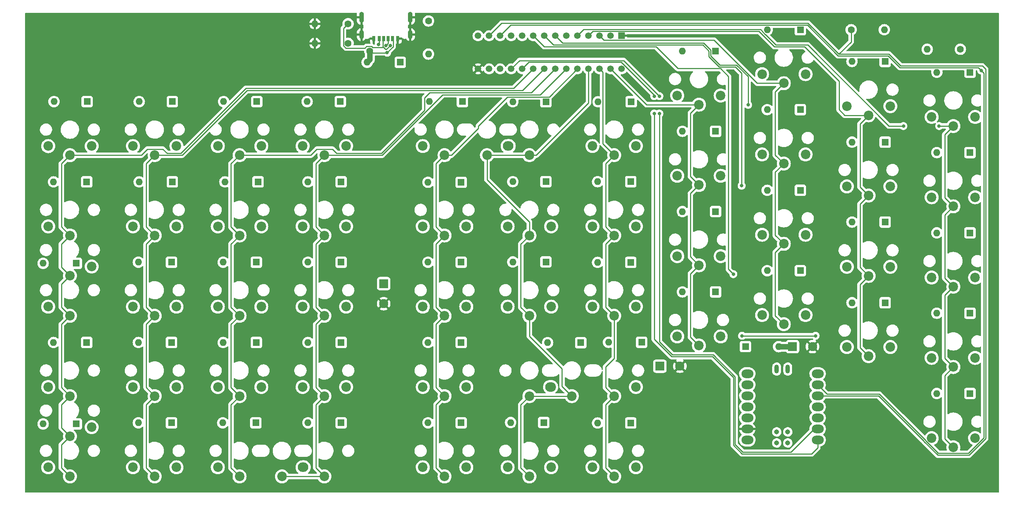
<source format=gtl>
%TF.GenerationSoftware,KiCad,Pcbnew,(6.0.1)*%
%TF.CreationDate,2022-05-08T14:53:19-04:00*%
%TF.ProjectId,InductorSchem,496e6475-6374-46f7-9253-6368656d2e6b,1*%
%TF.SameCoordinates,Original*%
%TF.FileFunction,Copper,L1,Top*%
%TF.FilePolarity,Positive*%
%FSLAX46Y46*%
G04 Gerber Fmt 4.6, Leading zero omitted, Abs format (unit mm)*
G04 Created by KiCad (PCBNEW (6.0.1)) date 2022-05-08 14:53:19*
%MOMM*%
%LPD*%
G01*
G04 APERTURE LIST*
G04 Aperture macros list*
%AMRoundRect*
0 Rectangle with rounded corners*
0 $1 Rounding radius*
0 $2 $3 $4 $5 $6 $7 $8 $9 X,Y pos of 4 corners*
0 Add a 4 corners polygon primitive as box body*
4,1,4,$2,$3,$4,$5,$6,$7,$8,$9,$2,$3,0*
0 Add four circle primitives for the rounded corners*
1,1,$1+$1,$2,$3*
1,1,$1+$1,$4,$5*
1,1,$1+$1,$6,$7*
1,1,$1+$1,$8,$9*
0 Add four rect primitives between the rounded corners*
20,1,$1+$1,$2,$3,$4,$5,0*
20,1,$1+$1,$4,$5,$6,$7,0*
20,1,$1+$1,$6,$7,$8,$9,0*
20,1,$1+$1,$8,$9,$2,$3,0*%
G04 Aperture macros list end*
%TA.AperFunction,NonConductor*%
%ADD10C,0.010050*%
%TD*%
%TA.AperFunction,ComponentPad*%
%ADD11C,2.200000*%
%TD*%
%TA.AperFunction,ComponentPad*%
%ADD12O,1.100000X2.500000*%
%TD*%
%TA.AperFunction,ComponentPad*%
%ADD13O,1.100000X2.000000*%
%TD*%
%TA.AperFunction,SMDPad,CuDef*%
%ADD14R,0.700000X1.200000*%
%TD*%
%TA.AperFunction,SMDPad,CuDef*%
%ADD15R,0.760000X1.200000*%
%TD*%
%TA.AperFunction,SMDPad,CuDef*%
%ADD16R,0.800000X1.200000*%
%TD*%
%TA.AperFunction,ComponentPad*%
%ADD17O,2.450000X2.200000*%
%TD*%
%TA.AperFunction,ComponentPad*%
%ADD18R,1.600000X1.600000*%
%TD*%
%TA.AperFunction,ComponentPad*%
%ADD19O,1.600000X1.600000*%
%TD*%
%TA.AperFunction,ComponentPad*%
%ADD20RoundRect,0.250001X-0.799999X-0.799999X0.799999X-0.799999X0.799999X0.799999X-0.799999X0.799999X0*%
%TD*%
%TA.AperFunction,ComponentPad*%
%ADD21C,2.100000*%
%TD*%
%TA.AperFunction,ComponentPad*%
%ADD22C,1.600000*%
%TD*%
%TA.AperFunction,ComponentPad*%
%ADD23O,2.748280X1.998980*%
%TD*%
%TA.AperFunction,SMDPad,CuDef*%
%ADD24O,1.016000X2.032000*%
%TD*%
%TA.AperFunction,SMDPad,CuDef*%
%ADD25C,1.143000*%
%TD*%
%TA.AperFunction,ComponentPad*%
%ADD26R,1.498600X1.498600*%
%TD*%
%TA.AperFunction,ComponentPad*%
%ADD27C,1.498600*%
%TD*%
%TA.AperFunction,ComponentPad*%
%ADD28RoundRect,0.250001X-0.799999X0.799999X-0.799999X-0.799999X0.799999X-0.799999X0.799999X0.799999X0*%
%TD*%
%TA.AperFunction,ViaPad*%
%ADD29C,0.800000*%
%TD*%
%TA.AperFunction,ViaPad*%
%ADD30C,1.600000*%
%TD*%
%TA.AperFunction,Conductor*%
%ADD31C,0.250000*%
%TD*%
%TA.AperFunction,Conductor*%
%ADD32C,1.270000*%
%TD*%
G04 APERTURE END LIST*
D10*
X110863862Y-122500000D02*
G75*
G03*
X110863862Y-122500000I-5025J0D01*
G01*
X110863862Y-141000000D02*
G75*
G03*
X110863862Y-141000000I-5025J0D01*
G01*
D11*
%TO.P,SW54,1,1*%
%TO.N,/COL1*%
X110858837Y-193150000D03*
%TO.P,SW54,2,2*%
%TO.N,/RIGHT 1\u002C5*%
X115858837Y-191050000D03*
%TD*%
D12*
%TO.P,J5,S1,SHIELD*%
%TO.N,GND*%
X177880000Y-96632500D03*
%TO.P,J5,S2,SHIELD*%
X189120000Y-96632500D03*
D13*
%TO.P,J5,S3,SHIELD*%
X177880000Y-100632500D03*
%TO.P,J5,S4,SHIELD*%
X189120000Y-100632500D03*
%TD*%
D14*
%TO.P,J1,A5,CC1*%
%TO.N,Net-(J1-PadA5)*%
X184000000Y-101582500D03*
D15*
%TO.P,J1,A9,VBUS*%
%TO.N,Net-(D2-Pad2)*%
X181980000Y-101582500D03*
D16*
%TO.P,J1,A12,GND*%
%TO.N,GND*%
X180750000Y-101582500D03*
D14*
%TO.P,J1,B5,CC2*%
%TO.N,Net-(J1-PadB5)*%
X183000000Y-101582500D03*
D15*
%TO.P,J1,B9,VBUS*%
%TO.N,Net-(D2-Pad2)*%
X185020000Y-101582500D03*
D16*
%TO.P,J1,B12,GND*%
%TO.N,GND*%
X186250000Y-101582500D03*
D12*
%TO.P,J1,S1,SHIELD*%
X189120000Y-96632500D03*
%TO.P,J1,S2,SHIELD*%
X177880000Y-96632500D03*
D13*
%TO.P,J1,S3,SHIELD*%
X189120000Y-100632500D03*
%TO.P,J1,S4,SHIELD*%
X177880000Y-100632500D03*
%TD*%
D11*
%TO.P,SW3,1,1*%
%TO.N,/COL1*%
X110858837Y-165400000D03*
%TO.P,SW3,2,2*%
%TO.N,Net-(D4-Pad2)*%
X105858837Y-163300000D03*
%TD*%
%TO.P,SW53,1,1*%
%TO.N,/COL1*%
X110858837Y-156150000D03*
%TO.P,SW53,2,2*%
%TO.N,/RIGHT 1\u002C2*%
X115858837Y-154050000D03*
%TD*%
%TO.P,SW73,1,1*%
%TO.N,/COL6*%
X206750000Y-128400000D03*
D17*
%TO.P,SW73,2,2*%
%TO.N,/RIGHT 6\u002C1*%
X211625000Y-126300000D03*
%TD*%
D11*
%TO.P,SW68,1,1*%
%TO.N,/COL4*%
X159608837Y-202400000D03*
D17*
%TO.P,SW68,2,2*%
%TO.N,/RIGHT 4\u002C5*%
X164483837Y-200300000D03*
%TD*%
D11*
%TO.P,SW29,1,1*%
%TO.N,/COL6*%
X226250000Y-183900000D03*
D17*
%TO.P,SW29,2,2*%
%TO.N,/RIGHT 6\u002C4*%
X221375000Y-181800000D03*
%TD*%
D11*
%TO.P,SW24,1,1*%
%TO.N,/COL5*%
X197000000Y-183900000D03*
%TO.P,SW24,2,2*%
%TO.N,/RIGHT 5\u002C4*%
X192000000Y-181800000D03*
%TD*%
%TO.P,SW51,1,1*%
%TO.N,/COL11*%
X314000000Y-195691419D03*
%TO.P,SW51,2,2*%
%TO.N,/RIGHT 11\u002C5*%
X309000000Y-193591419D03*
%TD*%
%TO.P,SW44,1,1*%
%TO.N,/COL10*%
X294500000Y-137704059D03*
%TO.P,SW44,2,2*%
%TO.N,/RIGHT 10\u002C2*%
X289500000Y-135604059D03*
%TD*%
%TO.P,SW23,1,1*%
%TO.N,/COL5*%
X197000000Y-165400000D03*
%TO.P,SW23,2,2*%
%TO.N,/RIGHT 5\u002C3*%
X192000000Y-163300000D03*
%TD*%
D18*
%TO.P,D1,1,K*%
%TO.N,+5V*%
X266190000Y-172500000D03*
D19*
%TO.P,D1,2,A*%
%TO.N,Net-(D1-Pad2)*%
X273810000Y-172500000D03*
%TD*%
D11*
%TO.P,SW21,1,1*%
%TO.N,/COL5*%
X197000000Y-128400000D03*
%TO.P,SW21,2,2*%
%TO.N,Net-(D23-Pad2)*%
X192000000Y-126300000D03*
%TD*%
D20*
%TO.P,J3,1,Pin_1*%
%TO.N,Net-(D1-Pad2)*%
X277000000Y-172500000D03*
D21*
%TO.P,J3,2,Pin_2*%
%TO.N,GND*%
X281600000Y-172500000D03*
%TD*%
D11*
%TO.P,SW40,1,1*%
%TO.N,/COL9*%
X275000000Y-130326381D03*
%TO.P,SW40,2,2*%
%TO.N,/RIGHT 9\u002C2*%
X270000000Y-128226381D03*
%TD*%
%TO.P,SW47,1,1*%
%TO.N,/COL11*%
X314000000Y-121691419D03*
%TO.P,SW47,2,2*%
%TO.N,/RIGHT 11\u002C1*%
X309000000Y-119591419D03*
%TD*%
%TO.P,SW25,1,1*%
%TO.N,/COL5*%
X197000000Y-202400000D03*
%TO.P,SW25,2,2*%
%TO.N,/RIGHT 5\u002C5*%
X192000000Y-200300000D03*
%TD*%
%TO.P,SW37,1,1*%
%TO.N,/COL8*%
X255500000Y-153758611D03*
%TO.P,SW37,2,2*%
%TO.N,/RIGHT 8\u002C3*%
X250500000Y-151658611D03*
%TD*%
D22*
%TO.P,R5,1*%
%TO.N,/I2C_SDA*%
X290490000Y-99500000D03*
D19*
%TO.P,R5,2*%
%TO.N,+5V*%
X298110000Y-99500000D03*
%TD*%
D11*
%TO.P,SW12,1,1*%
%TO.N,/COL3*%
X149858837Y-146900000D03*
%TO.P,SW12,2,2*%
%TO.N,/RIGHT 3\u002C2*%
X144858837Y-144800000D03*
%TD*%
%TO.P,SW33,1,1*%
%TO.N,/COL7*%
X236000000Y-165400000D03*
%TO.P,SW33,2,2*%
%TO.N,/RIGHT 7\u002C3*%
X231000000Y-163300000D03*
%TD*%
D18*
%TO.P,D54,1,K*%
%TO.N,/ROW4*%
X242310000Y-171500000D03*
D19*
%TO.P,D54,2,A*%
%TO.N,/RIGHT 7\u002C4*%
X234690000Y-171500000D03*
%TD*%
D11*
%TO.P,SW49,1,1*%
%TO.N,/COL11*%
X314000000Y-158691419D03*
%TO.P,SW49,2,2*%
%TO.N,/RIGHT 11\u002C3*%
X309000000Y-156591419D03*
%TD*%
D22*
%TO.P,R2,1*%
%TO.N,Net-(J1-PadB5)*%
X174810000Y-98132500D03*
D19*
%TO.P,R2,2*%
%TO.N,GND*%
X167190000Y-98132500D03*
%TD*%
D23*
%TO.P,U1,1,PA02_A0_D0*%
%TO.N,/INTA*%
X282781290Y-193999510D03*
%TO.P,U1,2,PA4_A1_D1*%
%TO.N,/INTB*%
X282781290Y-191459510D03*
%TO.P,U1,3,PA10_A2_D2*%
%TO.N,unconnected-(U1-Pad3)*%
X282781290Y-188919510D03*
%TO.P,U1,4,PA11_A3_D3*%
%TO.N,unconnected-(U1-Pad4)*%
X282781290Y-186379510D03*
%TO.P,U1,5,PA8_A4_D4_SDA*%
%TO.N,/I2C_SDA*%
X282781290Y-183839510D03*
%TO.P,U1,6,PA9_A5_D5_SCL*%
%TO.N,/I2C_SCL*%
X282781290Y-181299510D03*
%TO.P,U1,7,PB08_A6_D6_TX*%
%TO.N,unconnected-(U1-Pad7)*%
X282781290Y-178759510D03*
%TO.P,U1,8,PB09_A7_D7_RX*%
%TO.N,unconnected-(U1-Pad8)*%
X266616730Y-178759510D03*
%TO.P,U1,9,PA7_A8_D8_SCK*%
%TO.N,unconnected-(U1-Pad9)*%
X266616730Y-181299510D03*
%TO.P,U1,10,PA5_A9_D9_MISO*%
%TO.N,unconnected-(U1-Pad10)*%
X266616730Y-183839510D03*
%TO.P,U1,11,PA6_A10_D10_MOSI*%
%TO.N,unconnected-(U1-Pad11)*%
X266616730Y-186379510D03*
%TO.P,U1,12,3V3*%
%TO.N,unconnected-(U1-Pad12)*%
X266616730Y-188919510D03*
%TO.P,U1,13,GND*%
%TO.N,GND*%
X266616730Y-191459510D03*
%TO.P,U1,14,5V*%
%TO.N,+5V*%
X266616730Y-193999510D03*
D24*
%TO.P,U1,15,5V*%
%TO.N,unconnected-(U1-Pad15)*%
X275914410Y-177681690D03*
%TO.P,U1,16,GND*%
%TO.N,unconnected-(U1-Pad16)*%
X273364410Y-177681690D03*
D25*
%TO.P,U1,17,PA31_SWDIO*%
%TO.N,unconnected-(U1-Pad17)*%
X275915607Y-194685877D03*
%TO.P,U1,18,PA30_SWCLK*%
%TO.N,unconnected-(U1-Pad18)*%
X273375607Y-194685877D03*
%TO.P,U1,19,RESET*%
%TO.N,unconnected-(U1-Pad19)*%
X275915607Y-192145877D03*
%TO.P,U1,20,GND*%
%TO.N,unconnected-(U1-Pad20)*%
X273375607Y-192145877D03*
%TD*%
D11*
%TO.P,SW28,1,1*%
%TO.N,/COL6*%
X216500000Y-165400000D03*
%TO.P,SW28,2,2*%
%TO.N,/RIGHT 6\u002C3*%
X211500000Y-163300000D03*
%TD*%
D18*
%TO.P,D2,1,K*%
%TO.N,+5V*%
X186810000Y-107000000D03*
D19*
%TO.P,D2,2,A*%
%TO.N,Net-(D2-Pad2)*%
X179190000Y-107000000D03*
%TD*%
D11*
%TO.P,SW43,1,1*%
%TO.N,/COL10*%
X294500000Y-119204059D03*
%TO.P,SW43,2,2*%
%TO.N,/RIGHT 10\u002C1*%
X289500000Y-117104059D03*
%TD*%
%TO.P,SW36,1,1*%
%TO.N,/COL8*%
X255500000Y-135258611D03*
%TO.P,SW36,2,2*%
%TO.N,/RIGHT 8\u002C2*%
X250500000Y-133158611D03*
%TD*%
%TO.P,SW13,1,1*%
%TO.N,/COL3*%
X149858837Y-165400000D03*
%TO.P,SW13,2,2*%
%TO.N,/RIGHT 3\u002C3*%
X144858837Y-163300000D03*
%TD*%
%TO.P,SW4,1,1*%
%TO.N,/COL1*%
X110858837Y-183900000D03*
%TO.P,SW4,2,2*%
%TO.N,Net-(D6-Pad2)*%
X105858837Y-181800000D03*
%TD*%
D22*
%TO.P,R4,1*%
%TO.N,/I2C_SCL*%
X315600000Y-104000000D03*
D19*
%TO.P,R4,2*%
%TO.N,+5V*%
X307980000Y-104000000D03*
%TD*%
D26*
%TO.P,U3,1,VSS*%
%TO.N,GND*%
X237710000Y-100890000D03*
D27*
%TO.P,U3,2,NC*%
%TO.N,unconnected-(U3-Pad2)*%
X235170000Y-100890000D03*
%TO.P,U3,3,GPB0*%
%TO.N,/COL9*%
X232630000Y-100890000D03*
%TO.P,U3,4,GPB1*%
%TO.N,/COL10*%
X230090000Y-100890000D03*
%TO.P,U3,5,GPB2*%
%TO.N,/COL11*%
X227550000Y-100890000D03*
%TO.P,U3,6,GPB3*%
%TO.N,/ROW1*%
X225010000Y-100890000D03*
%TO.P,U3,7,GPB4*%
%TO.N,/ROW2*%
X222470000Y-100890000D03*
%TO.P,U3,8,GPB5*%
%TO.N,/ROW3*%
X219930000Y-100890000D03*
%TO.P,U3,9,GPB6*%
%TO.N,/ROW4*%
X217390000Y-100890000D03*
%TO.P,U3,10,GPB7*%
%TO.N,/ROW5*%
X214850000Y-100890000D03*
%TO.P,U3,11,VDD*%
%TO.N,+5V*%
X212310000Y-100890000D03*
%TO.P,U3,12,SCL*%
%TO.N,/I2C_SCL*%
X209770000Y-100890000D03*
%TO.P,U3,13,SDA*%
%TO.N,/I2C_SDA*%
X207230000Y-100890000D03*
%TO.P,U3,14,NC*%
%TO.N,unconnected-(U3-Pad14)*%
X204690000Y-100890000D03*
%TO.P,U3,15,ADDR*%
%TO.N,GND*%
X204690000Y-108510000D03*
%TO.P,U3,16,\u002ARESET*%
%TO.N,Net-(R3-Pad2)*%
X207230000Y-108510000D03*
%TO.P,U3,17,NC*%
%TO.N,unconnected-(U3-Pad17)*%
X209770000Y-108510000D03*
%TO.P,U3,18,INTB*%
%TO.N,/INTB*%
X212310000Y-108510000D03*
%TO.P,U3,19,INTA*%
%TO.N,/INTA*%
X214850000Y-108510000D03*
%TO.P,U3,20,GPA0*%
%TO.N,/COL1*%
X217390000Y-108510000D03*
%TO.P,U3,21,GPA1*%
%TO.N,/COL2*%
X219930000Y-108510000D03*
%TO.P,U3,22,GPA2*%
%TO.N,/COL3*%
X222470000Y-108510000D03*
%TO.P,U3,23,GPA3*%
%TO.N,/COL4*%
X225010000Y-108510000D03*
%TO.P,U3,24,GPA4*%
%TO.N,/COL5*%
X227550000Y-108510000D03*
%TO.P,U3,25,GPA5*%
%TO.N,/COL6*%
X230090000Y-108510000D03*
%TO.P,U3,26,GPA6*%
%TO.N,/COL7*%
X232630000Y-108510000D03*
%TO.P,U3,27,GPA7*%
%TO.N,/COL8*%
X235170000Y-108510000D03*
%TO.P,U3,28,NC*%
%TO.N,unconnected-(U3-Pad28)*%
X237710000Y-108510000D03*
%TD*%
D20*
%TO.P,J4,1,Pin_1*%
%TO.N,+5V*%
X246500000Y-177000000D03*
D21*
%TO.P,J4,2,Pin_2*%
%TO.N,GND*%
X251100000Y-177000000D03*
%TD*%
D11*
%TO.P,SW31,1,1*%
%TO.N,/COL7*%
X236000000Y-128400000D03*
%TO.P,SW31,2,2*%
%TO.N,/RIGHT 7\u002C1*%
X231000000Y-126300000D03*
%TD*%
%TO.P,SW30,1,1*%
%TO.N,/COL6*%
X216500000Y-202400000D03*
%TO.P,SW30,2,2*%
%TO.N,/RIGHT 6\u002C5*%
X211500000Y-200300000D03*
%TD*%
%TO.P,SW42,1,1*%
%TO.N,/COL9*%
X275000000Y-167326381D03*
%TO.P,SW42,2,2*%
%TO.N,/RIGHT 9\u002C4*%
X270000000Y-165226381D03*
%TD*%
D28*
%TO.P,J2,1,Pin_1*%
%TO.N,+5V*%
X183000000Y-158000000D03*
D21*
%TO.P,J2,2,Pin_2*%
%TO.N,GND*%
X183000000Y-162600000D03*
%TD*%
D11*
%TO.P,SW14,1,1*%
%TO.N,/COL3*%
X149858837Y-183900000D03*
%TO.P,SW14,2,2*%
%TO.N,/RIGHT 3\u002C4*%
X144858837Y-181800000D03*
%TD*%
%TO.P,SW22,1,1*%
%TO.N,/COL5*%
X197000000Y-146900000D03*
%TO.P,SW22,2,2*%
%TO.N,/RIGHT 5\u002C2*%
X192000000Y-144800000D03*
%TD*%
%TO.P,SW8,1,1*%
%TO.N,/COL2*%
X130358837Y-165400000D03*
%TO.P,SW8,2,2*%
%TO.N,/RIGHT 2\u002C3*%
X125358837Y-163300000D03*
%TD*%
D22*
%TO.P,R3,1*%
%TO.N,+5V*%
X193300000Y-97490000D03*
D19*
%TO.P,R3,2*%
%TO.N,Net-(R3-Pad2)*%
X193300000Y-105110000D03*
%TD*%
D11*
%TO.P,SW11,1,1*%
%TO.N,/COL3*%
X149858837Y-128400000D03*
%TO.P,SW11,2,2*%
%TO.N,/RIGHT 3\u002C1*%
X144858837Y-126300000D03*
%TD*%
%TO.P,SW15,1,1*%
%TO.N,/COL3*%
X149858837Y-202400000D03*
%TO.P,SW15,2,2*%
%TO.N,/RIGHT 3\u002C5*%
X144858837Y-200300000D03*
%TD*%
%TO.P,SW19,1,1*%
%TO.N,/COL4*%
X169358837Y-183900000D03*
%TO.P,SW19,2,2*%
%TO.N,/RIGHT 4\u002C4*%
X164358837Y-181800000D03*
%TD*%
%TO.P,SW20,1,1*%
%TO.N,/COL4*%
X169358837Y-202400000D03*
%TO.P,SW20,2,2*%
%TO.N,/RIGHT 4\u002C5*%
X164358837Y-200300000D03*
%TD*%
%TO.P,SW5,1,1*%
%TO.N,/COL1*%
X110858837Y-202400000D03*
%TO.P,SW5,2,2*%
%TO.N,/RIGHT 1\u002C5*%
X105858837Y-200300000D03*
%TD*%
%TO.P,SW16,1,1*%
%TO.N,/COL4*%
X169358837Y-128400000D03*
%TO.P,SW16,2,2*%
%TO.N,/RIGHT 4\u002C1*%
X164358837Y-126300000D03*
%TD*%
%TO.P,SW1,1,1*%
%TO.N,/COL1*%
X110858837Y-128410000D03*
%TO.P,SW1,2,2*%
%TO.N,/RIGHT 1\u002C1*%
X105858837Y-126310000D03*
%TD*%
%TO.P,SW32,1,1*%
%TO.N,/COL7*%
X236000000Y-146900000D03*
%TO.P,SW32,2,2*%
%TO.N,/RIGHT 7\u002C2*%
X231000000Y-144800000D03*
%TD*%
%TO.P,SW35,1,1*%
%TO.N,/COL8*%
X255500000Y-116758611D03*
%TO.P,SW35,2,2*%
%TO.N,/RIGHT 8\u002C1*%
X250500000Y-114658611D03*
%TD*%
%TO.P,SW46,1,1*%
%TO.N,/COL10*%
X294500000Y-174704059D03*
%TO.P,SW46,2,2*%
%TO.N,/RIGHT 10\u002C4*%
X289500000Y-172604059D03*
%TD*%
%TO.P,SW10,1,1*%
%TO.N,/COL2*%
X130358837Y-202400000D03*
%TO.P,SW10,2,2*%
%TO.N,/RIGHT 2\u002C5*%
X125358837Y-200300000D03*
%TD*%
%TO.P,SW2,1,1*%
%TO.N,/COL1*%
X110868837Y-146900000D03*
%TO.P,SW2,2,2*%
%TO.N,/RIGHT 1\u002C2*%
X105868837Y-144800000D03*
%TD*%
%TO.P,SW34,1,1*%
%TO.N,/COL7*%
X236000000Y-202400000D03*
%TO.P,SW34,2,2*%
%TO.N,/RIGHT 7\u002C5*%
X231000000Y-200300000D03*
%TD*%
%TO.P,SW27,1,1*%
%TO.N,/COL6*%
X216500000Y-146900000D03*
%TO.P,SW27,2,2*%
%TO.N,/RIGHT 6\u002C2*%
X211500000Y-144800000D03*
%TD*%
%TO.P,SW39,1,1*%
%TO.N,/COL9*%
X275000000Y-111826381D03*
%TO.P,SW39,2,2*%
%TO.N,/RIGHT 9\u002C1*%
X270000000Y-109726381D03*
%TD*%
%TO.P,SW48,1,1*%
%TO.N,/COL11*%
X314000000Y-140191419D03*
%TO.P,SW48,2,2*%
%TO.N,/RIGHT 11\u002C2*%
X309000000Y-138091419D03*
%TD*%
%TO.P,SW50,1,1*%
%TO.N,/COL11*%
X314000000Y-177191419D03*
%TO.P,SW50,2,2*%
%TO.N,/RIGHT 11\u002C4*%
X309000000Y-175091419D03*
%TD*%
%TO.P,SW26,1,1*%
%TO.N,/COL6*%
X216500000Y-128400000D03*
%TO.P,SW26,2,2*%
%TO.N,/RIGHT 6\u002C1*%
X211500000Y-126300000D03*
%TD*%
%TO.P,SW18,1,1*%
%TO.N,/COL4*%
X169358837Y-165400000D03*
%TO.P,SW18,2,2*%
%TO.N,/RIGHT 4\u002C3*%
X164358837Y-163300000D03*
%TD*%
%TO.P,SW7,1,1*%
%TO.N,/COL2*%
X130358837Y-146900000D03*
%TO.P,SW7,2,2*%
%TO.N,/RIGHT 2\u002C2*%
X125358837Y-144800000D03*
%TD*%
%TO.P,SW41,1,1*%
%TO.N,/COL9*%
X275000000Y-148826381D03*
%TO.P,SW41,2,2*%
%TO.N,/RIGHT 9\u002C3*%
X270000000Y-146726381D03*
%TD*%
%TO.P,SW6,1,1*%
%TO.N,/COL2*%
X130358837Y-128400000D03*
%TO.P,SW6,2,2*%
%TO.N,/RIGHT 2\u002C1*%
X125358837Y-126300000D03*
%TD*%
D22*
%TO.P,R1,1*%
%TO.N,Net-(J1-PadA5)*%
X174810000Y-102632500D03*
D19*
%TO.P,R1,2*%
%TO.N,GND*%
X167190000Y-102632500D03*
%TD*%
D11*
%TO.P,SW9,1,1*%
%TO.N,/COL2*%
X130358837Y-183900000D03*
%TO.P,SW9,2,2*%
%TO.N,/RIGHT 2\u002C4*%
X125358837Y-181800000D03*
%TD*%
%TO.P,SW45,1,1*%
%TO.N,/COL10*%
X294500000Y-156204059D03*
%TO.P,SW45,2,2*%
%TO.N,/RIGHT 10\u002C3*%
X289500000Y-154104059D03*
%TD*%
%TO.P,SW17,1,1*%
%TO.N,/COL4*%
X169358837Y-146900000D03*
%TO.P,SW17,2,2*%
%TO.N,/RIGHT 4\u002C2*%
X164358837Y-144800000D03*
%TD*%
%TO.P,SW38,1,1*%
%TO.N,/COL8*%
X255500000Y-172258611D03*
%TO.P,SW38,2,2*%
%TO.N,/RIGHT 8\u002C4*%
X250500000Y-170158611D03*
%TD*%
%TO.P,SW85,1,1*%
%TO.N,/COL8*%
X255500000Y-153758611D03*
%TO.P,SW85,2,2*%
%TO.N,/RIGHT 8\u002C3*%
X260500000Y-151658611D03*
%TD*%
%TO.P,SW76,1,1*%
%TO.N,/COL6*%
X216500000Y-183900000D03*
%TO.P,SW76,2,2*%
%TO.N,/RIGHT 6\u002C4*%
X221500000Y-181800000D03*
%TD*%
%TO.P,SW97,1,1*%
%TO.N,/COL11*%
X314000000Y-158691419D03*
%TO.P,SW97,2,2*%
%TO.N,/RIGHT 11\u002C3*%
X319000000Y-156591419D03*
%TD*%
%TO.P,SW70,1,1*%
%TO.N,/COL5*%
X197000000Y-165400000D03*
%TO.P,SW70,2,2*%
%TO.N,/RIGHT 5\u002C3*%
X202000000Y-163300000D03*
%TD*%
D18*
%TO.P,D30,1,K*%
%TO.N,/ROW3*%
X220310000Y-153000000D03*
D19*
%TO.P,D30,2,A*%
%TO.N,/RIGHT 6\u002C3*%
X212690000Y-153000000D03*
%TD*%
D11*
%TO.P,SW99,1,1*%
%TO.N,/COL11*%
X314000000Y-195691419D03*
%TO.P,SW99,2,2*%
%TO.N,/RIGHT 11\u002C5*%
X319000000Y-193591419D03*
%TD*%
%TO.P,SW86,1,1*%
%TO.N,/COL8*%
X255500000Y-172258611D03*
%TO.P,SW86,2,2*%
%TO.N,/RIGHT 8\u002C4*%
X260500000Y-170158611D03*
%TD*%
D18*
%TO.P,D32,1,K*%
%TO.N,/ROW4*%
X228310000Y-171600000D03*
D19*
%TO.P,D32,2,A*%
%TO.N,/RIGHT 6\u002C4*%
X220690000Y-171600000D03*
%TD*%
D18*
%TO.P,D53,1,K*%
%TO.N,/ROW5*%
X317810000Y-183300000D03*
D19*
%TO.P,D53,2,A*%
%TO.N,/RIGHT 11\u002C5*%
X310190000Y-183300000D03*
%TD*%
D11*
%TO.P,SW66,1,1*%
%TO.N,/COL4*%
X169358837Y-165400000D03*
%TO.P,SW66,2,2*%
%TO.N,/RIGHT 4\u002C3*%
X174358837Y-163300000D03*
%TD*%
%TO.P,SW80,1,1*%
%TO.N,/COL7*%
X236000000Y-165400000D03*
%TO.P,SW80,2,2*%
%TO.N,/RIGHT 7\u002C3*%
X241000000Y-163300000D03*
%TD*%
D18*
%TO.P,D44,1,K*%
%TO.N,/ROW4*%
X278810000Y-155000000D03*
D19*
%TO.P,D44,2,A*%
%TO.N,/RIGHT 9\u002C4*%
X271190000Y-155000000D03*
%TD*%
D18*
%TO.P,D5,1,K*%
%TO.N,/ROW2*%
X114713237Y-134549100D03*
D19*
%TO.P,D5,2,A*%
%TO.N,/RIGHT 1\u002C2*%
X107093237Y-134549100D03*
%TD*%
D18*
%TO.P,D35,1,K*%
%TO.N,/ROW3*%
X239810000Y-153100000D03*
D19*
%TO.P,D35,2,A*%
%TO.N,/RIGHT 7\u002C3*%
X232190000Y-153100000D03*
%TD*%
D18*
%TO.P,D52,1,K*%
%TO.N,/ROW4*%
X317810000Y-164800000D03*
D19*
%TO.P,D52,2,A*%
%TO.N,/RIGHT 11\u002C4*%
X310190000Y-164800000D03*
%TD*%
D11*
%TO.P,SW94,1,1*%
%TO.N,/COL10*%
X294500000Y-174704059D03*
%TO.P,SW94,2,2*%
%TO.N,/RIGHT 10\u002C4*%
X299500000Y-172604059D03*
%TD*%
D18*
%TO.P,D9,1,K*%
%TO.N,/ROW2*%
X134399837Y-134549100D03*
D19*
%TO.P,D9,2,A*%
%TO.N,/RIGHT 2\u002C2*%
X126779837Y-134549100D03*
%TD*%
D18*
%TO.P,D12,1,K*%
%TO.N,/ROW5*%
X134213237Y-190049100D03*
D19*
%TO.P,D12,2,A*%
%TO.N,/RIGHT 2\u002C5*%
X126593237Y-190049100D03*
%TD*%
D11*
%TO.P,SW56,1,1*%
%TO.N,/COL2*%
X130358837Y-146900000D03*
%TO.P,SW56,2,2*%
%TO.N,/RIGHT 2\u002C2*%
X135358837Y-144800000D03*
%TD*%
D18*
%TO.P,D47,1,K*%
%TO.N,/ROW3*%
X298310000Y-143800000D03*
D19*
%TO.P,D47,2,A*%
%TO.N,/RIGHT 10\u002C3*%
X290690000Y-143800000D03*
%TD*%
D18*
%TO.P,D23,1,K*%
%TO.N,/ROW1*%
X201113237Y-116049100D03*
D19*
%TO.P,D23,2,A*%
%TO.N,Net-(D23-Pad2)*%
X193493237Y-116049100D03*
%TD*%
D11*
%TO.P,SW60,1,1*%
%TO.N,/COL3*%
X149858837Y-128400000D03*
%TO.P,SW60,2,2*%
%TO.N,/RIGHT 3\u002C1*%
X154858837Y-126300000D03*
%TD*%
D18*
%TO.P,D48,1,K*%
%TO.N,/ROW4*%
X298310000Y-162400000D03*
D19*
%TO.P,D48,2,A*%
%TO.N,/RIGHT 10\u002C4*%
X290690000Y-162400000D03*
%TD*%
D18*
%TO.P,D37,1,K*%
%TO.N,/ROW1*%
X259310000Y-104400000D03*
D19*
%TO.P,D37,2,A*%
%TO.N,/RIGHT 8\u002C1*%
X251690000Y-104400000D03*
%TD*%
D11*
%TO.P,SW62,1,1*%
%TO.N,/COL3*%
X149858837Y-165400000D03*
%TO.P,SW62,2,2*%
%TO.N,/RIGHT 3\u002C3*%
X154858837Y-163300000D03*
%TD*%
D18*
%TO.P,D17,1,K*%
%TO.N,/ROW5*%
X153613237Y-190049100D03*
D19*
%TO.P,D17,2,A*%
%TO.N,/RIGHT 3\u002C5*%
X145993237Y-190049100D03*
%TD*%
D11*
%TO.P,SW92,1,1*%
%TO.N,/COL10*%
X294500000Y-137704059D03*
%TO.P,SW92,2,2*%
%TO.N,/RIGHT 10\u002C2*%
X299500000Y-135604059D03*
%TD*%
D18*
%TO.P,D46,1,K*%
%TO.N,/ROW2*%
X298310000Y-125400000D03*
D19*
%TO.P,D46,2,A*%
%TO.N,/RIGHT 10\u002C2*%
X290690000Y-125400000D03*
%TD*%
D11*
%TO.P,SW57,1,1*%
%TO.N,/COL2*%
X130358837Y-165400000D03*
%TO.P,SW57,2,2*%
%TO.N,/RIGHT 2\u002C3*%
X135358837Y-163300000D03*
%TD*%
D18*
%TO.P,D21,1,K*%
%TO.N,/ROW4*%
X173213237Y-171549100D03*
D19*
%TO.P,D21,2,A*%
%TO.N,/RIGHT 4\u002C4*%
X165593237Y-171549100D03*
%TD*%
D18*
%TO.P,D18,1,K*%
%TO.N,/ROW1*%
X173013237Y-116049100D03*
D19*
%TO.P,D18,2,A*%
%TO.N,/RIGHT 4\u002C1*%
X165393237Y-116049100D03*
%TD*%
D11*
%TO.P,SW81,1,1*%
%TO.N,/COL7*%
X236000000Y-183900000D03*
%TO.P,SW81,2,2*%
%TO.N,/RIGHT 7\u002C4*%
X241000000Y-181800000D03*
%TD*%
%TO.P,SW98,1,1*%
%TO.N,/COL11*%
X314000000Y-177191419D03*
%TO.P,SW98,2,2*%
%TO.N,/RIGHT 11\u002C4*%
X319000000Y-175091419D03*
%TD*%
D18*
%TO.P,D43,1,K*%
%TO.N,/ROW3*%
X278810000Y-136500000D03*
D19*
%TO.P,D43,2,A*%
%TO.N,/RIGHT 9\u002C3*%
X271190000Y-136500000D03*
%TD*%
D11*
%TO.P,SW75,1,1*%
%TO.N,/COL6*%
X216500000Y-165400000D03*
%TO.P,SW75,2,2*%
%TO.N,/RIGHT 6\u002C3*%
X221500000Y-163300000D03*
%TD*%
D18*
%TO.P,D38,1,K*%
%TO.N,/ROW2*%
X259310000Y-122900000D03*
D19*
%TO.P,D38,2,A*%
%TO.N,/RIGHT 8\u002C2*%
X251690000Y-122900000D03*
%TD*%
D18*
%TO.P,D33,1,K*%
%TO.N,/ROW1*%
X239910000Y-116100000D03*
D19*
%TO.P,D33,2,A*%
%TO.N,/RIGHT 7\u002C1*%
X232290000Y-116100000D03*
%TD*%
D18*
%TO.P,D10,1,K*%
%TO.N,/ROW3*%
X134213237Y-153049100D03*
D19*
%TO.P,D10,2,A*%
%TO.N,/RIGHT 2\u002C3*%
X126593237Y-153049100D03*
%TD*%
D11*
%TO.P,SW84,1,1*%
%TO.N,/COL8*%
X255500000Y-135258611D03*
%TO.P,SW84,2,2*%
%TO.N,/RIGHT 8\u002C2*%
X260500000Y-133158611D03*
%TD*%
D18*
%TO.P,D51,1,K*%
%TO.N,/ROW3*%
X317810000Y-146300000D03*
D19*
%TO.P,D51,2,A*%
%TO.N,/RIGHT 11\u002C3*%
X310190000Y-146300000D03*
%TD*%
D18*
%TO.P,D40,1,K*%
%TO.N,/ROW4*%
X259310000Y-159900000D03*
D19*
%TO.P,D40,2,A*%
%TO.N,/RIGHT 8\u002C4*%
X251690000Y-159900000D03*
%TD*%
D11*
%TO.P,SW77,1,1*%
%TO.N,/COL6*%
X216500000Y-202400000D03*
%TO.P,SW77,2,2*%
%TO.N,/RIGHT 6\u002C5*%
X221500000Y-200300000D03*
%TD*%
D18*
%TO.P,D49,1,K*%
%TO.N,/ROW1*%
X317810000Y-109300000D03*
D19*
%TO.P,D49,2,A*%
%TO.N,/RIGHT 11\u002C1*%
X310190000Y-109300000D03*
%TD*%
D18*
%TO.P,D42,1,K*%
%TO.N,/ROW2*%
X278810000Y-117900000D03*
D19*
%TO.P,D42,2,A*%
%TO.N,/RIGHT 9\u002C2*%
X271190000Y-117900000D03*
%TD*%
D18*
%TO.P,D36,1,K*%
%TO.N,/ROW5*%
X239810000Y-190100000D03*
D19*
%TO.P,D36,2,A*%
%TO.N,/RIGHT 7\u002C5*%
X232190000Y-190100000D03*
%TD*%
D11*
%TO.P,SW88,1,1*%
%TO.N,/COL9*%
X275000000Y-130326381D03*
%TO.P,SW88,2,2*%
%TO.N,/RIGHT 9\u002C2*%
X280000000Y-128226381D03*
%TD*%
%TO.P,SW87,1,1*%
%TO.N,/COL9*%
X275000000Y-111826381D03*
%TO.P,SW87,2,2*%
%TO.N,/RIGHT 9\u002C1*%
X280000000Y-109726381D03*
%TD*%
%TO.P,SW83,1,1*%
%TO.N,/COL8*%
X255500000Y-116758611D03*
%TO.P,SW83,2,2*%
%TO.N,/RIGHT 8\u002C1*%
X260500000Y-114658611D03*
%TD*%
D18*
%TO.P,D45,1,K*%
%TO.N,/ROW1*%
X298310000Y-106800000D03*
D19*
%TO.P,D45,2,A*%
%TO.N,/RIGHT 10\u002C1*%
X290690000Y-106800000D03*
%TD*%
D11*
%TO.P,SW96,1,1*%
%TO.N,/COL11*%
X314000000Y-140191419D03*
%TO.P,SW96,2,2*%
%TO.N,/RIGHT 11\u002C2*%
X319000000Y-138091419D03*
%TD*%
D18*
%TO.P,D6,1,K*%
%TO.N,/ROW4*%
X114713237Y-171549100D03*
D19*
%TO.P,D6,2,A*%
%TO.N,Net-(D6-Pad2)*%
X107093237Y-171549100D03*
%TD*%
D11*
%TO.P,SW55,1,1*%
%TO.N,/COL2*%
X130358837Y-128400000D03*
%TO.P,SW55,2,2*%
%TO.N,/RIGHT 2\u002C1*%
X135358837Y-126300000D03*
%TD*%
D18*
%TO.P,D7,1,K*%
%TO.N,/ROW5*%
X112310000Y-190300000D03*
D19*
%TO.P,D7,2,A*%
%TO.N,/RIGHT 1\u002C5*%
X104690000Y-190300000D03*
%TD*%
D11*
%TO.P,SW89,1,1*%
%TO.N,/COL9*%
X275000000Y-148826381D03*
%TO.P,SW89,2,2*%
%TO.N,/RIGHT 9\u002C3*%
X280000000Y-146726381D03*
%TD*%
%TO.P,SW63,1,1*%
%TO.N,/COL3*%
X149858837Y-183900000D03*
%TO.P,SW63,2,2*%
%TO.N,/RIGHT 3\u002C4*%
X154858837Y-181800000D03*
%TD*%
%TO.P,SW95,1,1*%
%TO.N,/COL11*%
X314000000Y-121691419D03*
%TO.P,SW95,2,2*%
%TO.N,/RIGHT 11\u002C1*%
X319000000Y-119591419D03*
%TD*%
D18*
%TO.P,D41,1,K*%
%TO.N,/ROW1*%
X278810000Y-99500000D03*
D19*
%TO.P,D41,2,A*%
%TO.N,/RIGHT 9\u002C1*%
X271190000Y-99500000D03*
%TD*%
D11*
%TO.P,SW61,1,1*%
%TO.N,/COL3*%
X149858837Y-146900000D03*
%TO.P,SW61,2,2*%
%TO.N,/RIGHT 3\u002C2*%
X154858837Y-144800000D03*
%TD*%
%TO.P,SW52,1,1*%
%TO.N,/COL1*%
X110858837Y-128410000D03*
%TO.P,SW52,2,2*%
%TO.N,/RIGHT 1\u002C1*%
X115858837Y-126310000D03*
%TD*%
D18*
%TO.P,D4,1,K*%
%TO.N,/ROW3*%
X112310000Y-153300000D03*
D19*
%TO.P,D4,2,A*%
%TO.N,Net-(D4-Pad2)*%
X104690000Y-153300000D03*
%TD*%
D11*
%TO.P,SW72,1,1*%
%TO.N,/COL5*%
X197000000Y-202400000D03*
%TO.P,SW72,2,2*%
%TO.N,/RIGHT 5\u002C5*%
X202000000Y-200300000D03*
%TD*%
%TO.P,SW67,1,1*%
%TO.N,/COL4*%
X169358837Y-183900000D03*
%TO.P,SW67,2,2*%
%TO.N,/RIGHT 4\u002C4*%
X174358837Y-181800000D03*
%TD*%
D18*
%TO.P,D27,1,K*%
%TO.N,/ROW5*%
X200813237Y-190049100D03*
D19*
%TO.P,D27,2,A*%
%TO.N,/RIGHT 5\u002C5*%
X193193237Y-190049100D03*
%TD*%
D11*
%TO.P,SW64,1,1*%
%TO.N,/COL4*%
X169358837Y-128400000D03*
%TO.P,SW64,2,2*%
%TO.N,/RIGHT 4\u002C1*%
X174358837Y-126300000D03*
%TD*%
%TO.P,SW58,1,1*%
%TO.N,/COL2*%
X130358837Y-183900000D03*
%TO.P,SW58,2,2*%
%TO.N,/RIGHT 2\u002C4*%
X135358837Y-181800000D03*
%TD*%
D18*
%TO.P,D50,1,K*%
%TO.N,/ROW2*%
X317810000Y-127800000D03*
D19*
%TO.P,D50,2,A*%
%TO.N,/RIGHT 11\u002C2*%
X310190000Y-127800000D03*
%TD*%
D18*
%TO.P,D39,1,K*%
%TO.N,/ROW3*%
X259310000Y-141400000D03*
D19*
%TO.P,D39,2,A*%
%TO.N,/RIGHT 8\u002C3*%
X251690000Y-141400000D03*
%TD*%
D18*
%TO.P,D3,1,K*%
%TO.N,/ROW1*%
X114813237Y-116049100D03*
D19*
%TO.P,D3,2,A*%
%TO.N,/RIGHT 1\u002C1*%
X107193237Y-116049100D03*
%TD*%
D11*
%TO.P,SW93,1,1*%
%TO.N,/COL10*%
X294500000Y-156204059D03*
%TO.P,SW93,2,2*%
%TO.N,/RIGHT 10\u002C3*%
X299500000Y-154104059D03*
%TD*%
D18*
%TO.P,D15,1,K*%
%TO.N,/ROW3*%
X153713237Y-153049100D03*
D19*
%TO.P,D15,2,A*%
%TO.N,/RIGHT 3\u002C3*%
X146093237Y-153049100D03*
%TD*%
D11*
%TO.P,SW69,1,1*%
%TO.N,/COL5*%
X197000000Y-146900000D03*
%TO.P,SW69,2,2*%
%TO.N,/RIGHT 5\u002C2*%
X202000000Y-144800000D03*
%TD*%
D18*
%TO.P,D28,1,K*%
%TO.N,/ROW1*%
X220310000Y-116100000D03*
D19*
%TO.P,D28,2,A*%
%TO.N,/RIGHT 6\u002C1*%
X212690000Y-116100000D03*
%TD*%
D18*
%TO.P,D29,1,K*%
%TO.N,/ROW2*%
X220310000Y-134500000D03*
D19*
%TO.P,D29,2,A*%
%TO.N,/RIGHT 6\u002C2*%
X212690000Y-134500000D03*
%TD*%
D18*
%TO.P,D25,1,K*%
%TO.N,/ROW3*%
X200810000Y-153049100D03*
D19*
%TO.P,D25,2,A*%
%TO.N,/RIGHT 5\u002C3*%
X193190000Y-153049100D03*
%TD*%
D18*
%TO.P,D31,1,K*%
%TO.N,/ROW5*%
X219810000Y-190000000D03*
D19*
%TO.P,D31,2,A*%
%TO.N,/RIGHT 6\u002C5*%
X212190000Y-190000000D03*
%TD*%
D18*
%TO.P,D24,1,K*%
%TO.N,/ROW2*%
X200813237Y-134649100D03*
D19*
%TO.P,D24,2,A*%
%TO.N,/RIGHT 5\u002C2*%
X193193237Y-134649100D03*
%TD*%
D18*
%TO.P,D26,1,K*%
%TO.N,/ROW4*%
X200813237Y-171549100D03*
D19*
%TO.P,D26,2,A*%
%TO.N,/RIGHT 5\u002C4*%
X193193237Y-171549100D03*
%TD*%
D11*
%TO.P,SW71,1,1*%
%TO.N,/COL5*%
X197000000Y-183900000D03*
%TO.P,SW71,2,2*%
%TO.N,/RIGHT 5\u002C4*%
X202000000Y-181800000D03*
%TD*%
D18*
%TO.P,D8,1,K*%
%TO.N,/ROW1*%
X134399837Y-116049100D03*
D19*
%TO.P,D8,2,A*%
%TO.N,/RIGHT 2\u002C1*%
X126779837Y-116049100D03*
%TD*%
D18*
%TO.P,D19,1,K*%
%TO.N,/ROW2*%
X173213237Y-134549100D03*
D19*
%TO.P,D19,2,A*%
%TO.N,/RIGHT 4\u002C2*%
X165593237Y-134549100D03*
%TD*%
D18*
%TO.P,D13,1,K*%
%TO.N,/ROW1*%
X153813237Y-116049100D03*
D19*
%TO.P,D13,2,A*%
%TO.N,/RIGHT 3\u002C1*%
X146193237Y-116049100D03*
%TD*%
D18*
%TO.P,D11,1,K*%
%TO.N,/ROW4*%
X134213237Y-171549100D03*
D19*
%TO.P,D11,2,A*%
%TO.N,/RIGHT 2\u002C4*%
X126593237Y-171549100D03*
%TD*%
D11*
%TO.P,SW82,1,1*%
%TO.N,/COL7*%
X236000000Y-202400000D03*
%TO.P,SW82,2,2*%
%TO.N,/RIGHT 7\u002C5*%
X241000000Y-200300000D03*
%TD*%
D18*
%TO.P,D20,1,K*%
%TO.N,/ROW3*%
X173213237Y-153049100D03*
D19*
%TO.P,D20,2,A*%
%TO.N,/RIGHT 4\u002C3*%
X165593237Y-153049100D03*
%TD*%
D18*
%TO.P,D34,1,K*%
%TO.N,/ROW2*%
X239810000Y-134500000D03*
D19*
%TO.P,D34,2,A*%
%TO.N,/RIGHT 7\u002C2*%
X232190000Y-134500000D03*
%TD*%
D11*
%TO.P,SW91,1,1*%
%TO.N,/COL10*%
X294500000Y-119204059D03*
%TO.P,SW91,2,2*%
%TO.N,/RIGHT 10\u002C1*%
X299500000Y-117104059D03*
%TD*%
%TO.P,SW59,1,1*%
%TO.N,/COL2*%
X130358837Y-202400000D03*
%TO.P,SW59,2,2*%
%TO.N,/RIGHT 2\u002C5*%
X135358837Y-200300000D03*
%TD*%
%TO.P,SW78,1,1*%
%TO.N,/COL7*%
X236000000Y-128400000D03*
%TO.P,SW78,2,2*%
%TO.N,/RIGHT 7\u002C1*%
X241000000Y-126300000D03*
%TD*%
%TO.P,SW90,1,1*%
%TO.N,/COL9*%
X275000000Y-167326381D03*
%TO.P,SW90,2,2*%
%TO.N,/RIGHT 9\u002C4*%
X280000000Y-165226381D03*
%TD*%
D18*
%TO.P,D14,1,K*%
%TO.N,/ROW2*%
X154113237Y-134549100D03*
D19*
%TO.P,D14,2,A*%
%TO.N,/RIGHT 3\u002C2*%
X146493237Y-134549100D03*
%TD*%
D18*
%TO.P,D16,1,K*%
%TO.N,/ROW4*%
X153713237Y-171549100D03*
D19*
%TO.P,D16,2,A*%
%TO.N,/RIGHT 3\u002C4*%
X146093237Y-171549100D03*
%TD*%
D11*
%TO.P,SW65,1,1*%
%TO.N,/COL4*%
X169358837Y-146900000D03*
%TO.P,SW65,2,2*%
%TO.N,/RIGHT 4\u002C2*%
X174358837Y-144800000D03*
%TD*%
%TO.P,SW79,1,1*%
%TO.N,/COL7*%
X236000000Y-146900000D03*
%TO.P,SW79,2,2*%
%TO.N,/RIGHT 7\u002C2*%
X241000000Y-144800000D03*
%TD*%
D18*
%TO.P,D22,1,K*%
%TO.N,/ROW5*%
X173213237Y-190049100D03*
D19*
%TO.P,D22,2,A*%
%TO.N,/RIGHT 4\u002C5*%
X165593237Y-190049100D03*
%TD*%
D11*
%TO.P,SW74,1,1*%
%TO.N,/COL6*%
X216500000Y-146900000D03*
%TO.P,SW74,2,2*%
%TO.N,/RIGHT 6\u002C2*%
X221500000Y-144800000D03*
%TD*%
D29*
%TO.N,Net-(D2-Pad2)*%
X183793202Y-104793202D03*
X181825500Y-102925500D03*
D30*
X179800000Y-104425500D03*
D29*
%TO.N,/ROW3*%
X265312720Y-135430061D03*
%TO.N,/ROW4*%
X263405000Y-155805000D03*
%TO.N,/ROW5*%
X265400000Y-170000000D03*
X282300000Y-170000000D03*
%TO.N,/I2C_SCL*%
X320400000Y-108900000D03*
%TO.N,/ROW2*%
X266800000Y-116800000D03*
%TO.N,/INTA*%
X245200000Y-114800000D03*
X245200000Y-118800000D03*
%TO.N,/INTB*%
X246400000Y-114800000D03*
X246400000Y-118800000D03*
%TO.N,/COL11*%
X302508581Y-121691419D03*
X310708581Y-121691419D03*
%TO.N,Net-(J1-PadB5)*%
X184500000Y-103132500D03*
%TO.N,Net-(J1-PadA5)*%
X183500000Y-103132500D03*
%TD*%
D31*
%TO.N,/COL6*%
X224000000Y-181650000D02*
X226250000Y-183900000D01*
X224000000Y-177600000D02*
X224000000Y-181650000D01*
X216500000Y-165400000D02*
X216500000Y-170100000D01*
X216500000Y-170100000D02*
X224000000Y-177600000D01*
D32*
%TO.N,Net-(D1-Pad2)*%
X277000000Y-172500000D02*
X273810000Y-172500000D01*
%TO.N,Net-(D2-Pad2)*%
X179800000Y-106390000D02*
X179190000Y-107000000D01*
D31*
X183779393Y-104807011D02*
X183793202Y-104793202D01*
X183793202Y-104793202D02*
X185174511Y-103411893D01*
X185174511Y-101737011D02*
X185020000Y-101582500D01*
X185174511Y-103411893D02*
X185174511Y-101737011D01*
D32*
X179800000Y-104425500D02*
X179800000Y-106390000D01*
D31*
X180181511Y-104807011D02*
X183779393Y-104807011D01*
X181980000Y-101582500D02*
X181980000Y-102771000D01*
X181980000Y-102771000D02*
X181825500Y-102925500D01*
X179800000Y-104425500D02*
X180181511Y-104807011D01*
%TO.N,/ROW3*%
X257800000Y-104400000D02*
X256399520Y-102999520D01*
X265312720Y-109512720D02*
X263832652Y-108032652D01*
X263832652Y-108032652D02*
X260150852Y-108032651D01*
X265312720Y-135430061D02*
X265312720Y-109512720D01*
X222039520Y-102999520D02*
X219930000Y-100890000D01*
X256399520Y-102999520D02*
X222039520Y-102999520D01*
X260150852Y-108032651D02*
X257800000Y-105681799D01*
X257800000Y-105681799D02*
X257800000Y-104400000D01*
%TO.N,/ROW4*%
X223600960Y-103399040D02*
X223600000Y-103400000D01*
X245642247Y-103399040D02*
X223600960Y-103399040D01*
X250675377Y-108432170D02*
X245642247Y-103399040D01*
X262274521Y-110274521D02*
X260432171Y-108432171D01*
X219900000Y-103400000D02*
X217390000Y-100890000D01*
X263405000Y-155805000D02*
X262274521Y-154674521D01*
X262274521Y-154674521D02*
X262274521Y-110274521D01*
X260432171Y-108432171D02*
X259985365Y-108432170D01*
X223600000Y-103400000D02*
X219900000Y-103400000D01*
X259985365Y-108432170D02*
X250675377Y-108432170D01*
%TO.N,/ROW5*%
X265400000Y-170000000D02*
X282300000Y-170000000D01*
%TO.N,/I2C_SDA*%
X282781290Y-183839510D02*
X296774504Y-183839510D01*
X280565006Y-98000000D02*
X210120000Y-98000000D01*
X287665487Y-105100481D02*
X280565006Y-98000000D01*
X290490000Y-102275968D02*
X290490000Y-99500000D01*
X301890974Y-107825968D02*
X299165487Y-105100481D01*
X321399519Y-108599519D02*
X320625970Y-107825970D01*
X320625970Y-107825970D02*
X318719024Y-107825970D01*
X299165487Y-105100481D02*
X287665487Y-105100481D01*
X321399519Y-193700759D02*
X321399519Y-108599519D01*
X210120000Y-98000000D02*
X207230000Y-100890000D01*
X296774504Y-183839510D02*
X307225969Y-194290975D01*
X310399722Y-197500000D02*
X317600278Y-197500000D01*
X318719024Y-107825970D02*
X301890974Y-107825968D01*
X307225969Y-194290975D02*
X307225970Y-194326248D01*
X287665487Y-105100481D02*
X290490000Y-102275968D01*
X307225970Y-194326248D02*
X310399722Y-197500000D01*
X317600278Y-197500000D02*
X321399519Y-193700759D01*
%TO.N,/I2C_SCL*%
X307625489Y-194160761D02*
X310530658Y-197065930D01*
X299000000Y-105500000D02*
X287500000Y-105500000D01*
X212234511Y-98425489D02*
X209770000Y-100890000D01*
X282781290Y-181299510D02*
X284921770Y-183439990D01*
X321000000Y-109500000D02*
X320400000Y-108900000D01*
X320400000Y-108900000D02*
X319725488Y-108225488D01*
X284921770Y-183439990D02*
X296939991Y-183439991D01*
X296939991Y-183439991D02*
X307625488Y-194125488D01*
X301725488Y-108225488D02*
X299000000Y-105500000D01*
X287500000Y-105500000D02*
X280425489Y-98425489D01*
X317469342Y-197065930D02*
X321000000Y-193535272D01*
X280425489Y-98425489D02*
X212234511Y-98425489D01*
X310530658Y-197065930D02*
X317469342Y-197065930D01*
X307625488Y-194125488D02*
X307625489Y-194160761D01*
X319725488Y-108225488D02*
X301725488Y-108225488D01*
X321000000Y-193535272D02*
X321000000Y-109500000D01*
%TO.N,/ROW2*%
X258200000Y-104200000D02*
X256600000Y-102600000D01*
X266800000Y-116800000D02*
X266800000Y-110305984D01*
X258200000Y-105516793D02*
X258200000Y-104200000D01*
X264127148Y-107633132D02*
X260316339Y-107633132D01*
X256600000Y-102600000D02*
X224180000Y-102600000D01*
X266800000Y-110305984D02*
X264127148Y-107633132D01*
X260316339Y-107633132D02*
X258200000Y-105516793D01*
X224180000Y-102600000D02*
X222470000Y-100890000D01*
%TO.N,/COL1*%
X110858837Y-193150000D02*
X108884316Y-195124521D01*
X108884316Y-181925479D02*
X110858837Y-183900000D01*
X108884316Y-191175479D02*
X110858837Y-193150000D01*
X217390000Y-108510000D02*
X212900000Y-113000000D01*
X110858837Y-183900000D02*
X108884316Y-185874521D01*
X212900000Y-113000000D02*
X151317019Y-113000000D01*
X133200480Y-128000480D02*
X132200000Y-127000000D01*
X108884316Y-167374521D02*
X108884316Y-181925479D01*
X108884316Y-185874521D02*
X108884316Y-191175479D01*
X108884316Y-200425479D02*
X110858837Y-202400000D01*
X127251232Y-128400000D02*
X110858837Y-128400000D01*
X108894316Y-130374521D02*
X108894316Y-144925479D01*
X151317019Y-113000000D02*
X136316539Y-128000480D01*
X108894316Y-144925479D02*
X110868837Y-146900000D01*
X132200000Y-127000000D02*
X128651232Y-127000000D01*
X128651232Y-127000000D02*
X127251232Y-128400000D01*
X108884316Y-158124521D02*
X108884316Y-163425479D01*
X110868837Y-146900000D02*
X108884316Y-148884521D01*
X108884316Y-154175479D02*
X110858837Y-156150000D01*
X108884316Y-148884521D02*
X108884316Y-154175479D01*
X110858837Y-165400000D02*
X108884316Y-167374521D01*
X110858837Y-128410000D02*
X108894316Y-130374521D01*
X136316539Y-128000480D02*
X133200480Y-128000480D01*
X108884316Y-163425479D02*
X110858837Y-165400000D01*
X108884316Y-195124521D02*
X108884316Y-200425479D01*
X110858837Y-156150000D02*
X108884316Y-158124521D01*
%TO.N,/COL2*%
X128384316Y-200425479D02*
X130358837Y-202400000D01*
X151556391Y-113500000D02*
X214940000Y-113500000D01*
X128384316Y-181925479D02*
X130358837Y-183900000D01*
X128384316Y-163425479D02*
X130358837Y-165400000D01*
X130358837Y-128400000D02*
X128384316Y-130374521D01*
X130358837Y-165400000D02*
X128384316Y-167374521D01*
X130358837Y-128400000D02*
X136656391Y-128400000D01*
X130358837Y-183900000D02*
X128384316Y-185874521D01*
X128384316Y-185874521D02*
X128384316Y-200425479D01*
X128384316Y-148874521D02*
X128384316Y-163425479D01*
X128384316Y-167374521D02*
X128384316Y-181925479D01*
X136656391Y-128400000D02*
X151556391Y-113500000D01*
X130358837Y-146900000D02*
X128384316Y-148874521D01*
X214940000Y-113500000D02*
X219930000Y-108510000D01*
X128384316Y-144925479D02*
X130358837Y-146900000D01*
X128384316Y-130374521D02*
X128384316Y-144925479D01*
%TO.N,/INTA*%
X265400000Y-197200000D02*
X263400000Y-195200000D01*
X282781290Y-195818710D02*
X281400000Y-197200000D01*
X263400000Y-195200000D02*
X263400000Y-179600000D01*
X282781290Y-193999510D02*
X282781290Y-195818710D01*
X216360000Y-107000000D02*
X214850000Y-108510000D01*
X263400000Y-179600000D02*
X258600000Y-174800000D01*
X245200000Y-114800000D02*
X245200000Y-114552112D01*
X281400000Y-197200000D02*
X265400000Y-197200000D01*
X258600000Y-174800000D02*
X249200000Y-174800000D01*
X245200000Y-170800000D02*
X245200000Y-118800000D01*
X245200000Y-114552112D02*
X237647888Y-107000000D01*
X249200000Y-174800000D02*
X245200000Y-170800000D01*
X237647888Y-107000000D02*
X216360000Y-107000000D01*
%TO.N,/INTB*%
X214220000Y-106600000D02*
X212310000Y-108510000D01*
X263799519Y-179434513D02*
X263799520Y-195034514D01*
X263799520Y-195034514D02*
X265565486Y-196800480D01*
X215400000Y-106600000D02*
X214220000Y-106600000D01*
X238200480Y-106600480D02*
X215400480Y-106600480D01*
X246400000Y-114800000D02*
X238200480Y-106600480D01*
X215400480Y-106600480D02*
X215400000Y-106600000D01*
X249400481Y-174400481D02*
X258765487Y-174400481D01*
X276599520Y-196800480D02*
X281940490Y-191459510D01*
X258765487Y-174400481D02*
X263799519Y-179434513D01*
X265565486Y-196800480D02*
X276599520Y-196800480D01*
X246400000Y-118800000D02*
X246400000Y-171400000D01*
X246400000Y-171400000D02*
X249400481Y-174400481D01*
X281940490Y-191459510D02*
X282781290Y-191459510D01*
%TO.N,/COL3*%
X149858837Y-128400000D02*
X147884316Y-130374521D01*
X147884316Y-144925479D02*
X149858837Y-146900000D01*
X147884316Y-167374521D02*
X147884316Y-181925479D01*
X147884316Y-163425479D02*
X149858837Y-165400000D01*
X216980000Y-114000000D02*
X222470000Y-108510000D01*
X149858837Y-183900000D02*
X147884316Y-185874521D01*
X147884316Y-148874521D02*
X147884316Y-163425479D01*
X192400000Y-115200000D02*
X193600000Y-114000000D01*
X147884316Y-185874521D02*
X147884316Y-200425479D01*
X167625743Y-127025489D02*
X171225009Y-127025489D01*
X149858837Y-165400000D02*
X147884316Y-167374521D01*
X182496440Y-128000480D02*
X192400000Y-118096920D01*
X149858837Y-128400000D02*
X166251232Y-128400000D01*
X147884316Y-200425479D02*
X149858837Y-202400000D01*
X147884316Y-181925479D02*
X149858837Y-183900000D01*
X192400000Y-118096920D02*
X192400000Y-115200000D01*
X166251232Y-128400000D02*
X167625743Y-127025489D01*
X172200000Y-128000480D02*
X182496440Y-128000480D01*
X171225009Y-127025489D02*
X172200000Y-128000480D01*
X193600000Y-114000000D02*
X194000000Y-114000000D01*
X194000000Y-114000000D02*
X216980000Y-114000000D01*
X147884316Y-130374521D02*
X147884316Y-144925479D01*
X149858837Y-146900000D02*
X147884316Y-148874521D01*
%TO.N,/COL4*%
X182661926Y-128400000D02*
X196561926Y-114500000D01*
X167384316Y-130374521D02*
X167384316Y-144925479D01*
X159608837Y-202400000D02*
X169358837Y-202400000D01*
X169358837Y-146900000D02*
X167384316Y-148874521D01*
X196561926Y-114500000D02*
X219020000Y-114500000D01*
X169358837Y-165400000D02*
X167384316Y-167374521D01*
X167384316Y-185874521D02*
X167384316Y-200425479D01*
X167384316Y-181925479D02*
X169358837Y-183900000D01*
X167384316Y-144925479D02*
X169358837Y-146900000D01*
X219020000Y-114500000D02*
X225010000Y-108510000D01*
X169358837Y-128400000D02*
X182661926Y-128400000D01*
X167384316Y-167374521D02*
X167384316Y-181925479D01*
X167384316Y-163425479D02*
X169358837Y-165400000D01*
X167384316Y-200425479D02*
X169358837Y-202400000D01*
X167384316Y-148874521D02*
X167384316Y-163425479D01*
X169358837Y-128400000D02*
X167384316Y-130374521D01*
X169358837Y-183900000D02*
X167384316Y-185874521D01*
%TO.N,/COL5*%
X197000000Y-128400000D02*
X195025479Y-130374521D01*
X195025479Y-148874521D02*
X195025479Y-163425479D01*
X211457605Y-115000000D02*
X221060000Y-115000000D01*
X195025479Y-200425479D02*
X197000000Y-202400000D01*
X197000000Y-128400000D02*
X198555634Y-128400000D01*
X221060000Y-115000000D02*
X227550000Y-108510000D01*
X204775479Y-121682126D02*
X211457605Y-115000000D01*
X197000000Y-183900000D02*
X195025479Y-185874521D01*
X197000000Y-165400000D02*
X195025479Y-167374521D01*
X195025479Y-163425479D02*
X197000000Y-165400000D01*
X195025479Y-181925479D02*
X197000000Y-183900000D01*
X198555634Y-128400000D02*
X204775479Y-122180155D01*
X195025479Y-167374521D02*
X195025479Y-181925479D01*
X204775479Y-122180155D02*
X204775479Y-121682126D01*
X195025479Y-130374521D02*
X195025479Y-144925479D01*
X195025479Y-185874521D02*
X195025479Y-200425479D01*
X197000000Y-146900000D02*
X195025479Y-148874521D01*
X195025479Y-144925479D02*
X197000000Y-146900000D01*
%TO.N,/COL9*%
X273025479Y-113800902D02*
X273025479Y-128351860D01*
X268885403Y-111826381D02*
X258972833Y-101913811D01*
X275000000Y-111826381D02*
X268885403Y-111826381D01*
X273025479Y-132300902D02*
X273025479Y-146851860D01*
X258972833Y-101913811D02*
X233653811Y-101913811D01*
X275000000Y-130326381D02*
X273025479Y-132300902D01*
X273025479Y-146851860D02*
X275000000Y-148826381D01*
X273025479Y-150800902D02*
X273025479Y-165351860D01*
X273025479Y-165351860D02*
X275000000Y-167326381D01*
X275000000Y-111826381D02*
X273025479Y-113800902D01*
X233653811Y-101913811D02*
X232630000Y-100890000D01*
X275000000Y-148826381D02*
X273025479Y-150800902D01*
X273025479Y-128351860D02*
X275000000Y-130326381D01*
%TO.N,/COL10*%
X292525479Y-121178580D02*
X292525479Y-135729538D01*
X294500000Y-119204059D02*
X289395941Y-119204059D01*
X287725479Y-117925479D02*
X289004059Y-119204059D01*
X272831801Y-103400000D02*
X279776065Y-103400000D01*
X294500000Y-119204059D02*
X292525479Y-121178580D01*
X292525479Y-154229538D02*
X294500000Y-156204059D01*
X279776065Y-103400000D02*
X287725479Y-111349414D01*
X289004059Y-119204059D02*
X289395941Y-119204059D01*
X292525479Y-172729538D02*
X294500000Y-174704059D01*
X269297990Y-99866189D02*
X272831801Y-103400000D01*
X292525479Y-158178580D02*
X292525479Y-172729538D01*
X292525479Y-135729538D02*
X294500000Y-137704059D01*
X231113811Y-99866189D02*
X269297990Y-99866189D01*
X294500000Y-156204059D02*
X292525479Y-158178580D01*
X230090000Y-100890000D02*
X231113811Y-99866189D01*
X292525479Y-139678580D02*
X292525479Y-154229538D01*
X294500000Y-137704059D02*
X292525479Y-139678580D01*
X287725479Y-111349414D02*
X287725479Y-117925479D01*
%TO.N,/COL11*%
X273200000Y-103000000D02*
X270774511Y-100574511D01*
X312025479Y-175216898D02*
X314000000Y-177191419D01*
X314000000Y-158691419D02*
X312025479Y-160665940D01*
X314000000Y-140191419D02*
X312025479Y-142165940D01*
X312025479Y-142165940D02*
X312025479Y-156716898D01*
X312025479Y-193716898D02*
X314000000Y-195691419D01*
X270774511Y-100574511D02*
X270744922Y-100574511D01*
X228973331Y-99466669D02*
X227550000Y-100890000D01*
X312025479Y-156716898D02*
X314000000Y-158691419D01*
X302508581Y-121691419D02*
X299189806Y-121691419D01*
X314000000Y-121691419D02*
X312025479Y-123665940D01*
X270115489Y-99945078D02*
X270115489Y-99915489D01*
X270744922Y-100574511D02*
X270115489Y-99945078D01*
X314000000Y-177191419D02*
X312025479Y-179165940D01*
X312025479Y-138216898D02*
X314000000Y-140191419D01*
X270115489Y-99915489D02*
X269666669Y-99466669D01*
X312025479Y-160665940D02*
X312025479Y-175216898D01*
X269666669Y-99466669D02*
X228973331Y-99466669D01*
X312025479Y-179165940D02*
X312025479Y-193716898D01*
X280498387Y-103000000D02*
X273200000Y-103000000D01*
X312025479Y-123665940D02*
X312025479Y-138216898D01*
X314000000Y-121691419D02*
X310708581Y-121691419D01*
X299189806Y-121691419D02*
X280498387Y-103000000D01*
%TO.N,/COL6*%
X216500000Y-146900000D02*
X214525479Y-148874521D01*
X216500000Y-128400000D02*
X206750000Y-128400000D01*
X216500000Y-128400000D02*
X218055634Y-128400000D01*
X214525479Y-148874521D02*
X214525479Y-163425479D01*
X214525479Y-185874521D02*
X214525479Y-200425479D01*
X216500000Y-143792395D02*
X216500000Y-146900000D01*
X214525479Y-163425479D02*
X216500000Y-165400000D01*
X230090000Y-116365634D02*
X230090000Y-108510000D01*
X206750000Y-128400000D02*
X206750000Y-134042395D01*
X206750000Y-134042395D02*
X216500000Y-143792395D01*
X216500000Y-183900000D02*
X214525479Y-185874521D01*
X226250000Y-183900000D02*
X216500000Y-183900000D01*
X218055634Y-128400000D02*
X230090000Y-116365634D01*
X214525479Y-200425479D02*
X216500000Y-202400000D01*
%TO.N,/COL7*%
X234025479Y-185874521D02*
X234025479Y-200425479D01*
X236000000Y-175207605D02*
X234025479Y-177182126D01*
X234025479Y-144925479D02*
X236000000Y-146900000D01*
X236000000Y-146900000D02*
X234025479Y-148874521D01*
X234025479Y-177182126D02*
X234025479Y-181925479D01*
X236000000Y-183900000D02*
X234025479Y-185874521D01*
X236000000Y-128400000D02*
X233364511Y-125764511D01*
X233364511Y-109244511D02*
X232630000Y-108510000D01*
X234025479Y-130374521D02*
X234025479Y-144925479D01*
X236000000Y-128400000D02*
X234025479Y-130374521D01*
X234025479Y-148874521D02*
X234025479Y-163425479D01*
X236000000Y-165400000D02*
X236000000Y-175207605D01*
X234025479Y-163425479D02*
X236000000Y-165400000D01*
X234025479Y-181925479D02*
X236000000Y-183900000D01*
X233364511Y-125764511D02*
X233364511Y-109244511D01*
X234025479Y-200425479D02*
X236000000Y-202400000D01*
%TO.N,/COL8*%
X255500000Y-116758611D02*
X243418611Y-116758611D01*
X253525479Y-137233132D02*
X255500000Y-135258611D01*
X253525479Y-133284090D02*
X255500000Y-135258611D01*
X243418611Y-116758611D02*
X235170000Y-108510000D01*
X255500000Y-116758611D02*
X253525479Y-118733132D01*
X255500000Y-153758611D02*
X253525479Y-151784090D01*
X253525479Y-170284090D02*
X255500000Y-172258611D01*
X253525479Y-151784090D02*
X253525479Y-137233132D01*
X255500000Y-153758611D02*
X253525479Y-155733132D01*
X253525479Y-155733132D02*
X253525479Y-170284090D01*
X253525479Y-118733132D02*
X253525479Y-133284090D01*
%TO.N,Net-(J1-PadB5)*%
X183413596Y-104000000D02*
X183632500Y-104000000D01*
X183632500Y-104000000D02*
X184500000Y-103132500D01*
X180245078Y-103350989D02*
X180494089Y-103600000D01*
X174307011Y-103707011D02*
X178692989Y-103707011D01*
X173735489Y-103135489D02*
X174307011Y-103707011D01*
X179049011Y-103350989D02*
X180245078Y-103350989D01*
X182825489Y-102457989D02*
X182825489Y-103411893D01*
X182825489Y-101757011D02*
X183000000Y-101582500D01*
X174810000Y-98132500D02*
X173735489Y-99207011D01*
X173735489Y-99207011D02*
X173735489Y-103135489D01*
X182825489Y-102457989D02*
X182825489Y-101757011D01*
X180494089Y-103600000D02*
X182637382Y-103600000D01*
X182825489Y-103411893D02*
X183413596Y-104000000D01*
X182637382Y-103600000D02*
X182825489Y-103411893D01*
X178692989Y-103707011D02*
X179049011Y-103350989D01*
%TO.N,Net-(J1-PadA5)*%
X183500000Y-103132500D02*
X184000000Y-102632500D01*
X184000000Y-102632500D02*
X184000000Y-101582500D01*
%TD*%
%TA.AperFunction,Conductor*%
%TO.N,GND*%
G36*
X189248017Y-95590644D02*
G01*
X189316134Y-95610655D01*
X189362620Y-95664316D01*
X189374000Y-95716644D01*
X189374000Y-96360385D01*
X189378475Y-96375624D01*
X189379865Y-96376829D01*
X189387548Y-96378500D01*
X190159885Y-96378500D01*
X190175124Y-96374025D01*
X190176329Y-96372635D01*
X190178000Y-96364952D01*
X190178000Y-95883376D01*
X190177699Y-95877228D01*
X190163173Y-95729072D01*
X190176433Y-95659325D01*
X190225295Y-95607818D01*
X190288587Y-95590777D01*
X289458920Y-95603456D01*
X324366016Y-95607919D01*
X324434134Y-95627930D01*
X324480620Y-95681591D01*
X324492000Y-95733919D01*
X324492000Y-205966000D01*
X324471998Y-206034121D01*
X324418342Y-206080614D01*
X324366000Y-206092000D01*
X100634000Y-206092000D01*
X100565879Y-206071998D01*
X100519386Y-206018342D01*
X100508000Y-205966000D01*
X100508000Y-200300000D01*
X104245363Y-200300000D01*
X104265228Y-200552403D01*
X104266382Y-200557210D01*
X104266383Y-200557216D01*
X104299824Y-200696507D01*
X104324332Y-200798591D01*
X104326225Y-200803162D01*
X104326226Y-200803164D01*
X104369031Y-200906503D01*
X104421221Y-201032502D01*
X104553509Y-201248376D01*
X104717939Y-201440898D01*
X104910461Y-201605328D01*
X105126335Y-201737616D01*
X105130905Y-201739509D01*
X105130909Y-201739511D01*
X105355673Y-201832611D01*
X105360246Y-201834505D01*
X105444869Y-201854821D01*
X105601621Y-201892454D01*
X105601627Y-201892455D01*
X105606434Y-201893609D01*
X105858837Y-201913474D01*
X106111240Y-201893609D01*
X106116047Y-201892455D01*
X106116053Y-201892454D01*
X106272805Y-201854821D01*
X106357428Y-201834505D01*
X106362001Y-201832611D01*
X106586765Y-201739511D01*
X106586769Y-201739509D01*
X106591339Y-201737616D01*
X106807213Y-201605328D01*
X106999735Y-201440898D01*
X107164165Y-201248376D01*
X107296453Y-201032502D01*
X107348644Y-200906503D01*
X107391448Y-200803164D01*
X107391449Y-200803162D01*
X107393342Y-200798591D01*
X107417850Y-200696507D01*
X107451291Y-200557216D01*
X107451292Y-200557210D01*
X107452446Y-200552403D01*
X107472311Y-200300000D01*
X107452446Y-200047597D01*
X107393342Y-199801409D01*
X107296453Y-199567498D01*
X107164165Y-199351624D01*
X106999735Y-199159102D01*
X106807213Y-198994672D01*
X106591339Y-198862384D01*
X106586769Y-198860491D01*
X106586765Y-198860489D01*
X106362001Y-198767389D01*
X106361999Y-198767388D01*
X106357428Y-198765495D01*
X106272805Y-198745179D01*
X106116053Y-198707546D01*
X106116047Y-198707545D01*
X106111240Y-198706391D01*
X105858837Y-198686526D01*
X105606434Y-198706391D01*
X105601627Y-198707545D01*
X105601621Y-198707546D01*
X105444869Y-198745179D01*
X105360246Y-198765495D01*
X105355675Y-198767388D01*
X105355673Y-198767389D01*
X105130909Y-198860489D01*
X105130905Y-198860491D01*
X105126335Y-198862384D01*
X104910461Y-198994672D01*
X104717939Y-199159102D01*
X104553509Y-199351624D01*
X104421221Y-199567498D01*
X104324332Y-199801409D01*
X104265228Y-200047597D01*
X104245363Y-200300000D01*
X100508000Y-200300000D01*
X100508000Y-196433411D01*
X103946814Y-196433411D01*
X103955782Y-196672274D01*
X104004867Y-196906211D01*
X104092666Y-197128533D01*
X104216669Y-197332883D01*
X104220166Y-197336913D01*
X104326521Y-197459476D01*
X104373330Y-197513419D01*
X104377456Y-197516802D01*
X104377460Y-197516806D01*
X104494099Y-197612443D01*
X104558170Y-197664978D01*
X104562806Y-197667617D01*
X104562809Y-197667619D01*
X104639298Y-197711159D01*
X104765903Y-197783227D01*
X104990590Y-197864784D01*
X104995839Y-197865733D01*
X104995842Y-197865734D01*
X105221722Y-197906580D01*
X105221730Y-197906581D01*
X105225806Y-197907318D01*
X105244196Y-197908185D01*
X105249381Y-197908430D01*
X105249388Y-197908430D01*
X105250869Y-197908500D01*
X105418849Y-197908500D01*
X105597012Y-197893383D01*
X105602176Y-197892043D01*
X105602180Y-197892042D01*
X105823212Y-197834673D01*
X105823217Y-197834671D01*
X105828377Y-197833332D01*
X105859154Y-197819468D01*
X106041456Y-197737347D01*
X106041459Y-197737346D01*
X106046317Y-197735157D01*
X106244599Y-197601666D01*
X106254467Y-197592253D01*
X106341333Y-197509386D01*
X106417555Y-197436674D01*
X106560239Y-197244900D01*
X106572986Y-197219830D01*
X106666151Y-197036586D01*
X106666151Y-197036585D01*
X106668570Y-197031828D01*
X106709198Y-196900984D01*
X106737869Y-196808651D01*
X106737870Y-196808645D01*
X106739453Y-196803548D01*
X106758607Y-196659036D01*
X106770160Y-196571873D01*
X106770160Y-196571869D01*
X106770860Y-196566589D01*
X106761892Y-196327726D01*
X106735458Y-196201744D01*
X106713904Y-196099016D01*
X106713903Y-196099013D01*
X106712807Y-196093789D01*
X106625008Y-195871467D01*
X106501005Y-195667117D01*
X106429344Y-195584535D01*
X106347844Y-195490614D01*
X106347842Y-195490612D01*
X106344344Y-195486581D01*
X106340218Y-195483198D01*
X106340214Y-195483194D01*
X106168284Y-195342221D01*
X106159504Y-195335022D01*
X106154868Y-195332383D01*
X106154865Y-195332381D01*
X105956414Y-195219416D01*
X105951771Y-195216773D01*
X105727084Y-195135216D01*
X105721835Y-195134267D01*
X105721832Y-195134266D01*
X105495952Y-195093420D01*
X105495944Y-195093419D01*
X105491868Y-195092682D01*
X105473478Y-195091815D01*
X105468293Y-195091570D01*
X105468286Y-195091570D01*
X105466805Y-195091500D01*
X105298825Y-195091500D01*
X105120662Y-195106617D01*
X105115498Y-195107957D01*
X105115494Y-195107958D01*
X104894462Y-195165327D01*
X104894457Y-195165329D01*
X104889297Y-195166668D01*
X104884431Y-195168860D01*
X104676218Y-195262653D01*
X104676215Y-195262654D01*
X104671357Y-195264843D01*
X104666933Y-195267822D01*
X104666932Y-195267822D01*
X104660111Y-195272414D01*
X104473075Y-195398334D01*
X104469218Y-195402013D01*
X104469216Y-195402015D01*
X104434575Y-195435061D01*
X104300119Y-195563326D01*
X104157435Y-195755100D01*
X104155019Y-195759851D01*
X104155017Y-195759855D01*
X104088436Y-195890811D01*
X104049104Y-195968172D01*
X104042630Y-195989022D01*
X103979805Y-196191349D01*
X103979804Y-196191355D01*
X103978221Y-196196452D01*
X103973065Y-196235354D01*
X103948072Y-196423921D01*
X103946814Y-196433411D01*
X100508000Y-196433411D01*
X100508000Y-190300000D01*
X103376502Y-190300000D01*
X103396457Y-190528087D01*
X103397881Y-190533400D01*
X103397881Y-190533402D01*
X103451035Y-190731772D01*
X103455716Y-190749243D01*
X103458039Y-190754224D01*
X103458039Y-190754225D01*
X103550151Y-190951762D01*
X103550154Y-190951767D01*
X103552477Y-190956749D01*
X103608985Y-191037450D01*
X103679599Y-191138297D01*
X103683802Y-191144300D01*
X103845700Y-191306198D01*
X103850208Y-191309355D01*
X103850211Y-191309357D01*
X103913635Y-191353767D01*
X104033251Y-191437523D01*
X104038233Y-191439846D01*
X104038238Y-191439849D01*
X104217997Y-191523671D01*
X104240757Y-191534284D01*
X104246065Y-191535706D01*
X104246067Y-191535707D01*
X104456598Y-191592119D01*
X104456600Y-191592119D01*
X104461913Y-191593543D01*
X104690000Y-191613498D01*
X104918087Y-191593543D01*
X104923400Y-191592119D01*
X104923402Y-191592119D01*
X105133933Y-191535707D01*
X105133935Y-191535706D01*
X105139243Y-191534284D01*
X105162003Y-191523671D01*
X105341762Y-191439849D01*
X105341767Y-191439846D01*
X105346749Y-191437523D01*
X105466365Y-191353767D01*
X105529789Y-191309357D01*
X105529792Y-191309355D01*
X105534300Y-191306198D01*
X105696198Y-191144300D01*
X105700402Y-191138297D01*
X105771015Y-191037450D01*
X105827523Y-190956749D01*
X105829846Y-190951767D01*
X105829849Y-190951762D01*
X105921961Y-190754225D01*
X105921961Y-190754224D01*
X105924284Y-190749243D01*
X105928966Y-190731772D01*
X105982119Y-190533402D01*
X105982119Y-190533400D01*
X105983543Y-190528087D01*
X106003498Y-190300000D01*
X105983543Y-190071913D01*
X105957255Y-189973804D01*
X105925707Y-189856067D01*
X105925706Y-189856065D01*
X105924284Y-189850757D01*
X105887519Y-189771913D01*
X105829849Y-189648238D01*
X105829846Y-189648233D01*
X105827523Y-189643251D01*
X105754098Y-189538389D01*
X105699357Y-189460211D01*
X105699355Y-189460208D01*
X105696198Y-189455700D01*
X105534300Y-189293802D01*
X105529792Y-189290645D01*
X105529789Y-189290643D01*
X105419426Y-189213366D01*
X105346749Y-189162477D01*
X105341767Y-189160154D01*
X105341762Y-189160151D01*
X105144225Y-189068039D01*
X105144224Y-189068039D01*
X105139243Y-189065716D01*
X105133935Y-189064294D01*
X105133933Y-189064293D01*
X104923402Y-189007881D01*
X104923400Y-189007881D01*
X104918087Y-189006457D01*
X104690000Y-188986502D01*
X104461913Y-189006457D01*
X104456600Y-189007881D01*
X104456598Y-189007881D01*
X104246067Y-189064293D01*
X104246065Y-189064294D01*
X104240757Y-189065716D01*
X104235776Y-189068039D01*
X104235775Y-189068039D01*
X104038238Y-189160151D01*
X104038233Y-189160154D01*
X104033251Y-189162477D01*
X103960574Y-189213366D01*
X103850211Y-189290643D01*
X103850208Y-189290645D01*
X103845700Y-189293802D01*
X103683802Y-189455700D01*
X103680645Y-189460208D01*
X103680643Y-189460211D01*
X103625902Y-189538389D01*
X103552477Y-189643251D01*
X103550154Y-189648233D01*
X103550151Y-189648238D01*
X103492481Y-189771913D01*
X103455716Y-189850757D01*
X103454294Y-189856065D01*
X103454293Y-189856067D01*
X103422745Y-189973804D01*
X103396457Y-190071913D01*
X103376502Y-190300000D01*
X100508000Y-190300000D01*
X100508000Y-187183411D01*
X103946814Y-187183411D01*
X103955782Y-187422274D01*
X103956877Y-187427492D01*
X103982361Y-187548946D01*
X104004867Y-187656211D01*
X104092666Y-187878533D01*
X104216669Y-188082883D01*
X104220166Y-188086913D01*
X104309927Y-188190353D01*
X104373330Y-188263419D01*
X104377456Y-188266802D01*
X104377460Y-188266806D01*
X104382013Y-188270539D01*
X104558170Y-188414978D01*
X104562806Y-188417617D01*
X104562809Y-188417619D01*
X104633901Y-188458087D01*
X104765903Y-188533227D01*
X104990590Y-188614784D01*
X104995839Y-188615733D01*
X104995842Y-188615734D01*
X105221722Y-188656580D01*
X105221730Y-188656581D01*
X105225806Y-188657318D01*
X105244196Y-188658185D01*
X105249381Y-188658430D01*
X105249388Y-188658430D01*
X105250869Y-188658500D01*
X105418849Y-188658500D01*
X105597012Y-188643383D01*
X105602176Y-188642043D01*
X105602180Y-188642042D01*
X105823212Y-188584673D01*
X105823217Y-188584671D01*
X105828377Y-188583332D01*
X105979338Y-188515329D01*
X106041456Y-188487347D01*
X106041459Y-188487346D01*
X106046317Y-188485157D01*
X106244599Y-188351666D01*
X106417555Y-188186674D01*
X106560239Y-187994900D01*
X106565950Y-187983669D01*
X106666151Y-187786586D01*
X106666151Y-187786585D01*
X106668570Y-187781828D01*
X106707575Y-187656211D01*
X106737869Y-187558651D01*
X106737870Y-187558645D01*
X106739453Y-187553548D01*
X106758607Y-187409036D01*
X106770160Y-187321873D01*
X106770160Y-187321869D01*
X106770860Y-187316589D01*
X106761892Y-187077726D01*
X106712807Y-186843789D01*
X106625008Y-186621467D01*
X106501005Y-186417117D01*
X106497508Y-186413087D01*
X106347844Y-186240614D01*
X106347842Y-186240612D01*
X106344344Y-186236581D01*
X106340218Y-186233198D01*
X106340214Y-186233194D01*
X106163632Y-186088407D01*
X106159504Y-186085022D01*
X106154868Y-186082383D01*
X106154865Y-186082381D01*
X105956414Y-185969416D01*
X105951771Y-185966773D01*
X105727084Y-185885216D01*
X105721835Y-185884267D01*
X105721832Y-185884266D01*
X105495952Y-185843420D01*
X105495944Y-185843419D01*
X105491868Y-185842682D01*
X105473478Y-185841815D01*
X105468293Y-185841570D01*
X105468286Y-185841570D01*
X105466805Y-185841500D01*
X105298825Y-185841500D01*
X105120662Y-185856617D01*
X105115498Y-185857957D01*
X105115494Y-185857958D01*
X104894462Y-185915327D01*
X104894457Y-185915329D01*
X104889297Y-185916668D01*
X104884431Y-185918860D01*
X104676218Y-186012653D01*
X104676215Y-186012654D01*
X104671357Y-186014843D01*
X104473075Y-186148334D01*
X104469218Y-186152013D01*
X104469216Y-186152015D01*
X104429509Y-186189894D01*
X104300119Y-186313326D01*
X104157435Y-186505100D01*
X104155019Y-186509851D01*
X104155017Y-186509855D01*
X104122364Y-186574080D01*
X104049104Y-186718172D01*
X104023167Y-186801703D01*
X103979805Y-186941349D01*
X103979804Y-186941355D01*
X103978221Y-186946452D01*
X103961513Y-187072508D01*
X103954926Y-187122211D01*
X103946814Y-187183411D01*
X100508000Y-187183411D01*
X100508000Y-181800000D01*
X104245363Y-181800000D01*
X104265228Y-182052403D01*
X104266382Y-182057210D01*
X104266383Y-182057216D01*
X104299824Y-182196507D01*
X104324332Y-182298591D01*
X104326225Y-182303162D01*
X104326226Y-182303164D01*
X104412287Y-182510933D01*
X104421221Y-182532502D01*
X104553509Y-182748376D01*
X104685393Y-182902792D01*
X104702999Y-182923405D01*
X104717939Y-182940898D01*
X104910461Y-183105328D01*
X105126335Y-183237616D01*
X105130905Y-183239509D01*
X105130909Y-183239511D01*
X105355673Y-183332611D01*
X105360246Y-183334505D01*
X105444869Y-183354821D01*
X105601621Y-183392454D01*
X105601627Y-183392455D01*
X105606434Y-183393609D01*
X105858837Y-183413474D01*
X106111240Y-183393609D01*
X106116047Y-183392455D01*
X106116053Y-183392454D01*
X106272805Y-183354821D01*
X106357428Y-183334505D01*
X106362001Y-183332611D01*
X106586765Y-183239511D01*
X106586769Y-183239509D01*
X106591339Y-183237616D01*
X106807213Y-183105328D01*
X106999735Y-182940898D01*
X107014676Y-182923405D01*
X107032281Y-182902792D01*
X107164165Y-182748376D01*
X107296453Y-182532502D01*
X107305388Y-182510933D01*
X107391448Y-182303164D01*
X107391449Y-182303162D01*
X107393342Y-182298591D01*
X107417850Y-182196507D01*
X107451291Y-182057216D01*
X107451292Y-182057210D01*
X107452446Y-182052403D01*
X107472311Y-181800000D01*
X107452446Y-181547597D01*
X107438409Y-181489126D01*
X107405562Y-181352309D01*
X107393342Y-181301409D01*
X107372779Y-181251765D01*
X107298348Y-181072072D01*
X107298346Y-181072068D01*
X107296453Y-181067498D01*
X107164165Y-180851624D01*
X106999735Y-180659102D01*
X106807213Y-180494672D01*
X106591339Y-180362384D01*
X106586769Y-180360491D01*
X106586765Y-180360489D01*
X106362001Y-180267389D01*
X106361999Y-180267388D01*
X106357428Y-180265495D01*
X106272805Y-180245179D01*
X106116053Y-180207546D01*
X106116047Y-180207545D01*
X106111240Y-180206391D01*
X105858837Y-180186526D01*
X105606434Y-180206391D01*
X105601627Y-180207545D01*
X105601621Y-180207546D01*
X105444869Y-180245179D01*
X105360246Y-180265495D01*
X105355675Y-180267388D01*
X105355673Y-180267389D01*
X105130909Y-180360489D01*
X105130905Y-180360491D01*
X105126335Y-180362384D01*
X104910461Y-180494672D01*
X104717939Y-180659102D01*
X104553509Y-180851624D01*
X104421221Y-181067498D01*
X104419328Y-181072068D01*
X104419326Y-181072072D01*
X104344895Y-181251765D01*
X104324332Y-181301409D01*
X104312112Y-181352309D01*
X104279266Y-181489126D01*
X104265228Y-181547597D01*
X104245363Y-181800000D01*
X100508000Y-181800000D01*
X100508000Y-177933411D01*
X103946814Y-177933411D01*
X103947014Y-177938740D01*
X103947014Y-177938741D01*
X103947411Y-177949307D01*
X103955782Y-178172274D01*
X103956877Y-178177492D01*
X104002384Y-178394375D01*
X104004867Y-178406211D01*
X104092666Y-178628533D01*
X104216669Y-178832883D01*
X104220166Y-178836913D01*
X104364999Y-179003818D01*
X104373330Y-179013419D01*
X104377456Y-179016802D01*
X104377460Y-179016806D01*
X104476466Y-179097985D01*
X104558170Y-179164978D01*
X104562806Y-179167617D01*
X104562809Y-179167619D01*
X104662327Y-179224268D01*
X104765903Y-179283227D01*
X104990590Y-179364784D01*
X104995839Y-179365733D01*
X104995842Y-179365734D01*
X105221722Y-179406580D01*
X105221730Y-179406581D01*
X105225806Y-179407318D01*
X105244196Y-179408185D01*
X105249381Y-179408430D01*
X105249388Y-179408430D01*
X105250869Y-179408500D01*
X105418849Y-179408500D01*
X105597012Y-179393383D01*
X105602176Y-179392043D01*
X105602180Y-179392042D01*
X105823212Y-179334673D01*
X105823217Y-179334671D01*
X105828377Y-179333332D01*
X105972643Y-179268345D01*
X106041456Y-179237347D01*
X106041459Y-179237346D01*
X106046317Y-179235157D01*
X106244599Y-179101666D01*
X106269168Y-179078229D01*
X106347170Y-179003818D01*
X106417555Y-178936674D01*
X106560239Y-178744900D01*
X106572986Y-178719830D01*
X106666151Y-178536586D01*
X106666151Y-178536585D01*
X106668570Y-178531828D01*
X106709976Y-178398478D01*
X106737869Y-178308651D01*
X106737870Y-178308645D01*
X106739453Y-178303548D01*
X106758789Y-178157665D01*
X106770160Y-178071873D01*
X106770160Y-178071869D01*
X106770860Y-178066589D01*
X106761892Y-177827726D01*
X106737973Y-177713728D01*
X106713904Y-177599016D01*
X106713903Y-177599013D01*
X106712807Y-177593789D01*
X106625008Y-177371467D01*
X106501005Y-177167117D01*
X106457059Y-177116474D01*
X106347844Y-176990614D01*
X106347842Y-176990612D01*
X106344344Y-176986581D01*
X106340218Y-176983198D01*
X106340214Y-176983194D01*
X106163632Y-176838407D01*
X106159504Y-176835022D01*
X106154868Y-176832383D01*
X106154865Y-176832381D01*
X105956414Y-176719416D01*
X105951771Y-176716773D01*
X105727084Y-176635216D01*
X105721835Y-176634267D01*
X105721832Y-176634266D01*
X105495952Y-176593420D01*
X105495944Y-176593419D01*
X105491868Y-176592682D01*
X105473478Y-176591815D01*
X105468293Y-176591570D01*
X105468286Y-176591570D01*
X105466805Y-176591500D01*
X105298825Y-176591500D01*
X105120662Y-176606617D01*
X105115498Y-176607957D01*
X105115494Y-176607958D01*
X104894462Y-176665327D01*
X104894457Y-176665329D01*
X104889297Y-176666668D01*
X104884431Y-176668860D01*
X104676218Y-176762653D01*
X104676215Y-176762654D01*
X104671357Y-176764843D01*
X104473075Y-176898334D01*
X104469218Y-176902013D01*
X104469216Y-176902015D01*
X104430429Y-176939016D01*
X104300119Y-177063326D01*
X104157435Y-177255100D01*
X104155019Y-177259851D01*
X104155017Y-177259855D01*
X104096200Y-177375540D01*
X104049104Y-177468172D01*
X104024290Y-177548087D01*
X103979805Y-177691349D01*
X103979804Y-177691355D01*
X103978221Y-177696452D01*
X103962969Y-177811524D01*
X103948072Y-177923921D01*
X103946814Y-177933411D01*
X100508000Y-177933411D01*
X100508000Y-171549100D01*
X105779739Y-171549100D01*
X105799694Y-171777187D01*
X105801118Y-171782500D01*
X105801118Y-171782502D01*
X105847132Y-171954225D01*
X105858953Y-171998343D01*
X105861276Y-172003324D01*
X105861276Y-172003325D01*
X105953388Y-172200862D01*
X105953391Y-172200867D01*
X105955714Y-172205849D01*
X106001026Y-172270561D01*
X106082551Y-172386990D01*
X106087039Y-172393400D01*
X106248937Y-172555298D01*
X106253445Y-172558455D01*
X106253448Y-172558457D01*
X106325615Y-172608989D01*
X106436488Y-172686623D01*
X106441470Y-172688946D01*
X106441475Y-172688949D01*
X106622570Y-172773394D01*
X106643994Y-172783384D01*
X106649302Y-172784806D01*
X106649304Y-172784807D01*
X106859835Y-172841219D01*
X106859837Y-172841219D01*
X106865150Y-172842643D01*
X107093237Y-172862598D01*
X107321324Y-172842643D01*
X107326637Y-172841219D01*
X107326639Y-172841219D01*
X107537170Y-172784807D01*
X107537172Y-172784806D01*
X107542480Y-172783384D01*
X107563904Y-172773394D01*
X107744999Y-172688949D01*
X107745004Y-172688946D01*
X107749986Y-172686623D01*
X107860859Y-172608989D01*
X107933026Y-172558457D01*
X107933029Y-172558455D01*
X107937537Y-172555298D01*
X108035721Y-172457114D01*
X108098033Y-172423088D01*
X108168848Y-172428153D01*
X108225684Y-172470700D01*
X108250495Y-172537220D01*
X108250816Y-172546209D01*
X108250816Y-181846712D01*
X108250289Y-181857895D01*
X108248614Y-181865388D01*
X108248863Y-181873314D01*
X108248863Y-181873315D01*
X108250754Y-181933465D01*
X108250816Y-181937424D01*
X108250816Y-181965335D01*
X108251313Y-181969269D01*
X108251313Y-181969270D01*
X108251321Y-181969335D01*
X108252254Y-181981172D01*
X108253643Y-182025368D01*
X108259294Y-182044818D01*
X108263303Y-182064179D01*
X108265842Y-182084276D01*
X108268761Y-182091647D01*
X108268761Y-182091649D01*
X108282120Y-182125391D01*
X108285965Y-182136621D01*
X108296087Y-182171462D01*
X108298298Y-182179072D01*
X108302331Y-182185891D01*
X108302333Y-182185896D01*
X108308609Y-182196507D01*
X108317304Y-182214255D01*
X108324764Y-182233096D01*
X108329426Y-182239512D01*
X108329426Y-182239513D01*
X108350752Y-182268866D01*
X108357268Y-182278786D01*
X108374277Y-182307546D01*
X108379774Y-182316841D01*
X108394095Y-182331162D01*
X108406935Y-182346195D01*
X108418844Y-182362586D01*
X108424950Y-182367637D01*
X108452921Y-182390777D01*
X108461700Y-182398767D01*
X109305808Y-183242875D01*
X109339834Y-183305187D01*
X109333122Y-183380188D01*
X109324332Y-183401409D01*
X109320513Y-183417317D01*
X109292644Y-183533402D01*
X109265228Y-183647597D01*
X109245363Y-183900000D01*
X109265228Y-184152403D01*
X109266382Y-184157210D01*
X109266383Y-184157216D01*
X109302909Y-184309357D01*
X109324332Y-184398591D01*
X109326222Y-184403154D01*
X109326225Y-184403163D01*
X109333122Y-184419815D01*
X109340709Y-184490405D01*
X109305807Y-184557125D01*
X108492063Y-185370869D01*
X108483777Y-185378409D01*
X108477298Y-185382521D01*
X108431282Y-185431524D01*
X108430673Y-185432172D01*
X108427918Y-185435014D01*
X108408181Y-185454751D01*
X108405701Y-185457948D01*
X108397998Y-185466968D01*
X108367730Y-185499200D01*
X108363911Y-185506146D01*
X108363909Y-185506149D01*
X108357968Y-185516955D01*
X108347117Y-185533474D01*
X108334702Y-185549480D01*
X108331557Y-185556749D01*
X108331554Y-185556753D01*
X108317142Y-185590058D01*
X108311925Y-185600708D01*
X108290621Y-185639461D01*
X108288650Y-185647136D01*
X108288650Y-185647137D01*
X108285583Y-185659083D01*
X108279179Y-185677787D01*
X108271135Y-185696376D01*
X108269896Y-185704199D01*
X108269893Y-185704209D01*
X108264217Y-185740045D01*
X108261811Y-185751665D01*
X108250816Y-185794491D01*
X108250816Y-185814745D01*
X108249265Y-185834455D01*
X108246096Y-185854464D01*
X108246842Y-185862356D01*
X108250257Y-185898482D01*
X108250816Y-185910340D01*
X108250816Y-191096712D01*
X108250289Y-191107895D01*
X108248614Y-191115388D01*
X108248863Y-191123314D01*
X108248863Y-191123315D01*
X108250754Y-191183465D01*
X108250816Y-191187424D01*
X108250816Y-191215335D01*
X108251313Y-191219269D01*
X108251313Y-191219270D01*
X108251321Y-191219335D01*
X108252254Y-191231172D01*
X108253643Y-191275368D01*
X108259152Y-191294329D01*
X108259294Y-191294818D01*
X108263303Y-191314179D01*
X108265842Y-191334276D01*
X108268761Y-191341647D01*
X108268761Y-191341649D01*
X108282120Y-191375391D01*
X108285965Y-191386621D01*
X108295697Y-191420120D01*
X108298298Y-191429072D01*
X108302331Y-191435891D01*
X108302333Y-191435896D01*
X108308609Y-191446507D01*
X108317304Y-191464255D01*
X108324764Y-191483096D01*
X108329426Y-191489512D01*
X108329426Y-191489513D01*
X108350752Y-191518866D01*
X108357268Y-191528786D01*
X108374277Y-191557546D01*
X108379774Y-191566841D01*
X108394095Y-191581162D01*
X108406935Y-191596195D01*
X108418844Y-191612586D01*
X108424950Y-191617637D01*
X108452921Y-191640777D01*
X108461700Y-191648767D01*
X109305808Y-192492875D01*
X109339834Y-192555187D01*
X109333122Y-192630188D01*
X109324332Y-192651409D01*
X109307505Y-192721500D01*
X109270603Y-192875209D01*
X109265228Y-192897597D01*
X109245363Y-193150000D01*
X109265228Y-193402403D01*
X109266382Y-193407210D01*
X109266383Y-193407216D01*
X109299280Y-193544243D01*
X109324332Y-193648591D01*
X109326222Y-193653154D01*
X109326225Y-193653163D01*
X109333122Y-193669815D01*
X109340709Y-193740405D01*
X109305807Y-193807125D01*
X108492063Y-194620869D01*
X108483777Y-194628409D01*
X108477298Y-194632521D01*
X108471873Y-194638298D01*
X108430673Y-194682172D01*
X108427918Y-194685014D01*
X108408181Y-194704751D01*
X108405701Y-194707948D01*
X108397998Y-194716968D01*
X108367730Y-194749200D01*
X108363911Y-194756146D01*
X108363909Y-194756149D01*
X108357968Y-194766955D01*
X108347117Y-194783474D01*
X108334702Y-194799480D01*
X108331557Y-194806749D01*
X108331554Y-194806753D01*
X108317142Y-194840058D01*
X108311925Y-194850708D01*
X108290621Y-194889461D01*
X108288650Y-194897136D01*
X108288650Y-194897137D01*
X108285583Y-194909083D01*
X108279179Y-194927787D01*
X108271135Y-194946376D01*
X108269896Y-194954199D01*
X108269893Y-194954209D01*
X108264217Y-194990045D01*
X108261811Y-195001665D01*
X108250816Y-195044491D01*
X108250816Y-195064745D01*
X108249265Y-195084455D01*
X108246096Y-195104464D01*
X108246842Y-195112356D01*
X108250257Y-195148482D01*
X108250816Y-195160340D01*
X108250816Y-200346712D01*
X108250289Y-200357895D01*
X108248614Y-200365388D01*
X108248863Y-200373314D01*
X108248863Y-200373315D01*
X108250754Y-200433465D01*
X108250816Y-200437424D01*
X108250816Y-200465335D01*
X108251313Y-200469269D01*
X108251313Y-200469270D01*
X108251321Y-200469335D01*
X108252254Y-200481172D01*
X108253643Y-200525368D01*
X108259294Y-200544818D01*
X108263303Y-200564179D01*
X108265842Y-200584276D01*
X108268761Y-200591647D01*
X108268761Y-200591649D01*
X108282120Y-200625391D01*
X108285965Y-200636621D01*
X108298298Y-200679072D01*
X108302331Y-200685891D01*
X108302333Y-200685896D01*
X108308609Y-200696507D01*
X108317304Y-200714255D01*
X108324764Y-200733096D01*
X108329426Y-200739512D01*
X108329426Y-200739513D01*
X108350752Y-200768866D01*
X108357268Y-200778786D01*
X108374277Y-200807546D01*
X108379774Y-200816841D01*
X108394095Y-200831162D01*
X108406935Y-200846195D01*
X108418844Y-200862586D01*
X108424950Y-200867637D01*
X108452921Y-200890777D01*
X108461700Y-200898767D01*
X109305808Y-201742875D01*
X109339834Y-201805187D01*
X109333122Y-201880188D01*
X109324332Y-201901409D01*
X109265228Y-202147597D01*
X109245363Y-202400000D01*
X109265228Y-202652403D01*
X109324332Y-202898591D01*
X109326225Y-202903162D01*
X109326226Y-202903164D01*
X109412431Y-203111280D01*
X109421221Y-203132502D01*
X109553509Y-203348376D01*
X109717939Y-203540898D01*
X109910461Y-203705328D01*
X110126335Y-203837616D01*
X110130905Y-203839509D01*
X110130909Y-203839511D01*
X110355673Y-203932611D01*
X110360246Y-203934505D01*
X110444869Y-203954821D01*
X110601621Y-203992454D01*
X110601627Y-203992455D01*
X110606434Y-203993609D01*
X110858837Y-204013474D01*
X111111240Y-203993609D01*
X111116047Y-203992455D01*
X111116053Y-203992454D01*
X111272805Y-203954821D01*
X111357428Y-203934505D01*
X111362001Y-203932611D01*
X111586765Y-203839511D01*
X111586769Y-203839509D01*
X111591339Y-203837616D01*
X111807213Y-203705328D01*
X111999735Y-203540898D01*
X112164165Y-203348376D01*
X112296453Y-203132502D01*
X112305244Y-203111280D01*
X112391448Y-202903164D01*
X112391449Y-202903162D01*
X112393342Y-202898591D01*
X112452446Y-202652403D01*
X112472311Y-202400000D01*
X112452446Y-202147597D01*
X112393342Y-201901409D01*
X112366108Y-201835660D01*
X112298348Y-201672072D01*
X112298346Y-201672068D01*
X112296453Y-201667498D01*
X112164165Y-201451624D01*
X111999735Y-201259102D01*
X111807213Y-201094672D01*
X111591339Y-200962384D01*
X111586769Y-200960491D01*
X111586765Y-200960489D01*
X111362001Y-200867389D01*
X111361999Y-200867388D01*
X111357428Y-200865495D01*
X111272805Y-200845179D01*
X111116053Y-200807546D01*
X111116047Y-200807545D01*
X111111240Y-200806391D01*
X110858837Y-200786526D01*
X110606434Y-200806391D01*
X110601627Y-200807545D01*
X110601621Y-200807546D01*
X110401240Y-200855653D01*
X110360246Y-200865495D01*
X110355683Y-200867385D01*
X110355674Y-200867388D01*
X110339022Y-200874285D01*
X110268432Y-200881872D01*
X110201712Y-200846970D01*
X109654742Y-200300000D01*
X123745363Y-200300000D01*
X123765228Y-200552403D01*
X123766382Y-200557210D01*
X123766383Y-200557216D01*
X123799824Y-200696507D01*
X123824332Y-200798591D01*
X123826225Y-200803162D01*
X123826226Y-200803164D01*
X123869031Y-200906503D01*
X123921221Y-201032502D01*
X124053509Y-201248376D01*
X124217939Y-201440898D01*
X124410461Y-201605328D01*
X124626335Y-201737616D01*
X124630905Y-201739509D01*
X124630909Y-201739511D01*
X124855673Y-201832611D01*
X124860246Y-201834505D01*
X124944869Y-201854821D01*
X125101621Y-201892454D01*
X125101627Y-201892455D01*
X125106434Y-201893609D01*
X125358837Y-201913474D01*
X125611240Y-201893609D01*
X125616047Y-201892455D01*
X125616053Y-201892454D01*
X125772805Y-201854821D01*
X125857428Y-201834505D01*
X125862001Y-201832611D01*
X126086765Y-201739511D01*
X126086769Y-201739509D01*
X126091339Y-201737616D01*
X126307213Y-201605328D01*
X126499735Y-201440898D01*
X126664165Y-201248376D01*
X126796453Y-201032502D01*
X126848644Y-200906503D01*
X126891448Y-200803164D01*
X126891449Y-200803162D01*
X126893342Y-200798591D01*
X126917850Y-200696507D01*
X126951291Y-200557216D01*
X126951292Y-200557210D01*
X126952446Y-200552403D01*
X126972311Y-200300000D01*
X126952446Y-200047597D01*
X126893342Y-199801409D01*
X126796453Y-199567498D01*
X126664165Y-199351624D01*
X126499735Y-199159102D01*
X126307213Y-198994672D01*
X126091339Y-198862384D01*
X126086769Y-198860491D01*
X126086765Y-198860489D01*
X125862001Y-198767389D01*
X125861999Y-198767388D01*
X125857428Y-198765495D01*
X125772805Y-198745179D01*
X125616053Y-198707546D01*
X125616047Y-198707545D01*
X125611240Y-198706391D01*
X125358837Y-198686526D01*
X125106434Y-198706391D01*
X125101627Y-198707545D01*
X125101621Y-198707546D01*
X124944869Y-198745179D01*
X124860246Y-198765495D01*
X124855675Y-198767388D01*
X124855673Y-198767389D01*
X124630909Y-198860489D01*
X124630905Y-198860491D01*
X124626335Y-198862384D01*
X124410461Y-198994672D01*
X124217939Y-199159102D01*
X124053509Y-199351624D01*
X123921221Y-199567498D01*
X123824332Y-199801409D01*
X123765228Y-200047597D01*
X123745363Y-200300000D01*
X109654742Y-200300000D01*
X109554721Y-200199979D01*
X109520695Y-200137667D01*
X109517816Y-200110884D01*
X109517816Y-198378524D01*
X109537818Y-198310403D01*
X109591474Y-198263910D01*
X109661748Y-198253806D01*
X109717342Y-198276201D01*
X109745154Y-198296186D01*
X109748949Y-198298195D01*
X109748950Y-198298196D01*
X109770706Y-198309715D01*
X109999229Y-198430712D01*
X110269210Y-198529511D01*
X110550101Y-198590755D01*
X110578678Y-198593004D01*
X110773119Y-198608307D01*
X110773128Y-198608307D01*
X110775576Y-198608500D01*
X110931108Y-198608500D01*
X110933244Y-198608354D01*
X110933255Y-198608354D01*
X111141385Y-198594165D01*
X111141391Y-198594164D01*
X111145662Y-198593873D01*
X111149857Y-198593004D01*
X111149859Y-198593004D01*
X111286421Y-198564723D01*
X111427179Y-198535574D01*
X111698180Y-198439607D01*
X111786200Y-198394177D01*
X111949842Y-198309715D01*
X111949843Y-198309715D01*
X111953649Y-198307750D01*
X111957150Y-198305289D01*
X111957154Y-198305287D01*
X112071254Y-198225096D01*
X112188860Y-198142441D01*
X112302114Y-198037199D01*
X112396316Y-197949661D01*
X112396318Y-197949658D01*
X112399459Y-197946740D01*
X112581550Y-197724268D01*
X112731764Y-197479142D01*
X112847320Y-197215898D01*
X112926081Y-196939406D01*
X112966588Y-196654784D01*
X112966682Y-196636951D01*
X112967748Y-196433411D01*
X114946814Y-196433411D01*
X114955782Y-196672274D01*
X115004867Y-196906211D01*
X115092666Y-197128533D01*
X115216669Y-197332883D01*
X115220166Y-197336913D01*
X115326521Y-197459476D01*
X115373330Y-197513419D01*
X115377456Y-197516802D01*
X115377460Y-197516806D01*
X115494099Y-197612443D01*
X115558170Y-197664978D01*
X115562806Y-197667617D01*
X115562809Y-197667619D01*
X115639298Y-197711159D01*
X115765903Y-197783227D01*
X115990590Y-197864784D01*
X115995839Y-197865733D01*
X115995842Y-197865734D01*
X116221722Y-197906580D01*
X116221730Y-197906581D01*
X116225806Y-197907318D01*
X116244196Y-197908185D01*
X116249381Y-197908430D01*
X116249388Y-197908430D01*
X116250869Y-197908500D01*
X116418849Y-197908500D01*
X116597012Y-197893383D01*
X116602176Y-197892043D01*
X116602180Y-197892042D01*
X116823212Y-197834673D01*
X116823217Y-197834671D01*
X116828377Y-197833332D01*
X116859154Y-197819468D01*
X117041456Y-197737347D01*
X117041459Y-197737346D01*
X117046317Y-197735157D01*
X117244599Y-197601666D01*
X117254467Y-197592253D01*
X117341333Y-197509386D01*
X117417555Y-197436674D01*
X117560239Y-197244900D01*
X117572986Y-197219830D01*
X117666151Y-197036586D01*
X117666151Y-197036585D01*
X117668570Y-197031828D01*
X117709198Y-196900984D01*
X117737869Y-196808651D01*
X117737870Y-196808645D01*
X117739453Y-196803548D01*
X117758607Y-196659036D01*
X117770160Y-196571873D01*
X117770160Y-196571869D01*
X117770860Y-196566589D01*
X117765860Y-196433411D01*
X123446814Y-196433411D01*
X123455782Y-196672274D01*
X123504867Y-196906211D01*
X123592666Y-197128533D01*
X123716669Y-197332883D01*
X123720166Y-197336913D01*
X123826521Y-197459476D01*
X123873330Y-197513419D01*
X123877456Y-197516802D01*
X123877460Y-197516806D01*
X123994099Y-197612443D01*
X124058170Y-197664978D01*
X124062806Y-197667617D01*
X124062809Y-197667619D01*
X124139298Y-197711159D01*
X124265903Y-197783227D01*
X124490590Y-197864784D01*
X124495839Y-197865733D01*
X124495842Y-197865734D01*
X124721722Y-197906580D01*
X124721730Y-197906581D01*
X124725806Y-197907318D01*
X124744196Y-197908185D01*
X124749381Y-197908430D01*
X124749388Y-197908430D01*
X124750869Y-197908500D01*
X124918849Y-197908500D01*
X125097012Y-197893383D01*
X125102176Y-197892043D01*
X125102180Y-197892042D01*
X125323212Y-197834673D01*
X125323217Y-197834671D01*
X125328377Y-197833332D01*
X125359154Y-197819468D01*
X125541456Y-197737347D01*
X125541459Y-197737346D01*
X125546317Y-197735157D01*
X125744599Y-197601666D01*
X125754467Y-197592253D01*
X125841333Y-197509386D01*
X125917555Y-197436674D01*
X126060239Y-197244900D01*
X126072986Y-197219830D01*
X126166151Y-197036586D01*
X126166151Y-197036585D01*
X126168570Y-197031828D01*
X126209198Y-196900984D01*
X126237869Y-196808651D01*
X126237870Y-196808645D01*
X126239453Y-196803548D01*
X126258607Y-196659036D01*
X126270160Y-196571873D01*
X126270160Y-196571869D01*
X126270860Y-196566589D01*
X126261892Y-196327726D01*
X126235458Y-196201744D01*
X126213904Y-196099016D01*
X126213903Y-196099013D01*
X126212807Y-196093789D01*
X126125008Y-195871467D01*
X126001005Y-195667117D01*
X125929344Y-195584535D01*
X125847844Y-195490614D01*
X125847842Y-195490612D01*
X125844344Y-195486581D01*
X125840218Y-195483198D01*
X125840214Y-195483194D01*
X125668284Y-195342221D01*
X125659504Y-195335022D01*
X125654868Y-195332383D01*
X125654865Y-195332381D01*
X125456414Y-195219416D01*
X125451771Y-195216773D01*
X125227084Y-195135216D01*
X125221835Y-195134267D01*
X125221832Y-195134266D01*
X124995952Y-195093420D01*
X124995944Y-195093419D01*
X124991868Y-195092682D01*
X124973478Y-195091815D01*
X124968293Y-195091570D01*
X124968286Y-195091570D01*
X124966805Y-195091500D01*
X124798825Y-195091500D01*
X124620662Y-195106617D01*
X124615498Y-195107957D01*
X124615494Y-195107958D01*
X124394462Y-195165327D01*
X124394457Y-195165329D01*
X124389297Y-195166668D01*
X124384431Y-195168860D01*
X124176218Y-195262653D01*
X124176215Y-195262654D01*
X124171357Y-195264843D01*
X124166933Y-195267822D01*
X124166932Y-195267822D01*
X124160111Y-195272414D01*
X123973075Y-195398334D01*
X123969218Y-195402013D01*
X123969216Y-195402015D01*
X123934575Y-195435061D01*
X123800119Y-195563326D01*
X123657435Y-195755100D01*
X123655019Y-195759851D01*
X123655017Y-195759855D01*
X123588436Y-195890811D01*
X123549104Y-195968172D01*
X123542630Y-195989022D01*
X123479805Y-196191349D01*
X123479804Y-196191355D01*
X123478221Y-196196452D01*
X123473065Y-196235354D01*
X123448072Y-196423921D01*
X123446814Y-196433411D01*
X117765860Y-196433411D01*
X117761892Y-196327726D01*
X117735458Y-196201744D01*
X117713904Y-196099016D01*
X117713903Y-196099013D01*
X117712807Y-196093789D01*
X117625008Y-195871467D01*
X117501005Y-195667117D01*
X117429344Y-195584535D01*
X117347844Y-195490614D01*
X117347842Y-195490612D01*
X117344344Y-195486581D01*
X117340218Y-195483198D01*
X117340214Y-195483194D01*
X117168284Y-195342221D01*
X117159504Y-195335022D01*
X117154868Y-195332383D01*
X117154865Y-195332381D01*
X116956414Y-195219416D01*
X116951771Y-195216773D01*
X116727084Y-195135216D01*
X116721835Y-195134267D01*
X116721832Y-195134266D01*
X116495952Y-195093420D01*
X116495944Y-195093419D01*
X116491868Y-195092682D01*
X116473478Y-195091815D01*
X116468293Y-195091570D01*
X116468286Y-195091570D01*
X116466805Y-195091500D01*
X116298825Y-195091500D01*
X116120662Y-195106617D01*
X116115498Y-195107957D01*
X116115494Y-195107958D01*
X115894462Y-195165327D01*
X115894457Y-195165329D01*
X115889297Y-195166668D01*
X115884431Y-195168860D01*
X115676218Y-195262653D01*
X115676215Y-195262654D01*
X115671357Y-195264843D01*
X115666933Y-195267822D01*
X115666932Y-195267822D01*
X115660111Y-195272414D01*
X115473075Y-195398334D01*
X115469218Y-195402013D01*
X115469216Y-195402015D01*
X115434575Y-195435061D01*
X115300119Y-195563326D01*
X115157435Y-195755100D01*
X115155019Y-195759851D01*
X115155017Y-195759855D01*
X115088436Y-195890811D01*
X115049104Y-195968172D01*
X115042630Y-195989022D01*
X114979805Y-196191349D01*
X114979804Y-196191355D01*
X114978221Y-196196452D01*
X114973065Y-196235354D01*
X114948072Y-196423921D01*
X114946814Y-196433411D01*
X112967748Y-196433411D01*
X112968072Y-196371583D01*
X112968072Y-196371576D01*
X112968094Y-196367297D01*
X112966869Y-196357988D01*
X112949526Y-196226261D01*
X112930569Y-196082266D01*
X112920674Y-196046094D01*
X112905060Y-195989022D01*
X112854708Y-195804964D01*
X112826435Y-195738680D01*
X112743600Y-195544476D01*
X112743598Y-195544472D01*
X112741914Y-195540524D01*
X112621125Y-195338700D01*
X112596480Y-195297521D01*
X112596477Y-195297517D01*
X112594276Y-195293839D01*
X112414524Y-195069472D01*
X112205986Y-194871577D01*
X111991719Y-194717610D01*
X111976009Y-194706321D01*
X111976008Y-194706320D01*
X111972520Y-194703814D01*
X111955331Y-194694713D01*
X111854728Y-194641446D01*
X111803884Y-194591893D01*
X111787903Y-194522719D01*
X111811857Y-194455885D01*
X111831856Y-194434281D01*
X111995979Y-194294106D01*
X111999735Y-194290898D01*
X112164165Y-194098376D01*
X112296453Y-193882502D01*
X112302532Y-193867828D01*
X112391448Y-193653164D01*
X112391449Y-193653162D01*
X112393342Y-193648591D01*
X112418394Y-193544243D01*
X112451291Y-193407216D01*
X112451292Y-193407210D01*
X112452446Y-193402403D01*
X112472311Y-193150000D01*
X112452446Y-192897597D01*
X112447072Y-192875209D01*
X112410169Y-192721500D01*
X112393342Y-192651409D01*
X112384552Y-192630188D01*
X112298348Y-192422072D01*
X112298346Y-192422068D01*
X112296453Y-192417498D01*
X112164165Y-192201624D01*
X111999735Y-192009102D01*
X111978857Y-191991270D01*
X111921936Y-191942655D01*
X111807213Y-191844672D01*
X111803001Y-191842091D01*
X111802997Y-191842088D01*
X111802747Y-191841935D01*
X111802672Y-191841852D01*
X111798986Y-191839174D01*
X111799548Y-191838400D01*
X111755114Y-191789289D01*
X111743504Y-191719248D01*
X111771605Y-191654049D01*
X111830494Y-191614393D01*
X111868578Y-191608500D01*
X113158134Y-191608500D01*
X113220316Y-191601745D01*
X113356705Y-191550615D01*
X113473261Y-191463261D01*
X113560615Y-191346705D01*
X113611745Y-191210316D01*
X113618500Y-191148134D01*
X113618500Y-191050000D01*
X114245363Y-191050000D01*
X114265228Y-191302403D01*
X114266382Y-191307210D01*
X114266383Y-191307216D01*
X114303846Y-191463261D01*
X114324332Y-191548591D01*
X114326225Y-191553162D01*
X114326226Y-191553164D01*
X114413038Y-191762746D01*
X114421221Y-191782502D01*
X114553509Y-191998376D01*
X114717939Y-192190898D01*
X114910461Y-192355328D01*
X115126335Y-192487616D01*
X115130905Y-192489509D01*
X115130909Y-192489511D01*
X115353153Y-192581567D01*
X115360246Y-192584505D01*
X115391757Y-192592070D01*
X115601621Y-192642454D01*
X115601627Y-192642455D01*
X115606434Y-192643609D01*
X115858837Y-192663474D01*
X116111240Y-192643609D01*
X116116047Y-192642455D01*
X116116053Y-192642454D01*
X116325917Y-192592070D01*
X116357428Y-192584505D01*
X116364521Y-192581567D01*
X116586765Y-192489511D01*
X116586769Y-192489509D01*
X116591339Y-192487616D01*
X116807213Y-192355328D01*
X116999735Y-192190898D01*
X117164165Y-191998376D01*
X117296453Y-191782502D01*
X117304637Y-191762746D01*
X117391448Y-191553164D01*
X117391449Y-191553162D01*
X117393342Y-191548591D01*
X117413828Y-191463261D01*
X117451291Y-191307216D01*
X117451292Y-191307210D01*
X117452446Y-191302403D01*
X117472311Y-191050000D01*
X117452446Y-190797597D01*
X117446834Y-190774218D01*
X117405184Y-190600734D01*
X117393342Y-190551409D01*
X117391448Y-190546836D01*
X117298348Y-190322072D01*
X117298346Y-190322068D01*
X117296453Y-190317498D01*
X117164165Y-190101624D01*
X116999735Y-189909102D01*
X116807213Y-189744672D01*
X116591339Y-189612384D01*
X116586769Y-189610491D01*
X116586765Y-189610489D01*
X116362001Y-189517389D01*
X116361999Y-189517388D01*
X116357428Y-189515495D01*
X116242365Y-189487871D01*
X116116053Y-189457546D01*
X116116047Y-189457545D01*
X116111240Y-189456391D01*
X115858837Y-189436526D01*
X115606434Y-189456391D01*
X115601627Y-189457545D01*
X115601621Y-189457546D01*
X115475309Y-189487871D01*
X115360246Y-189515495D01*
X115355675Y-189517388D01*
X115355673Y-189517389D01*
X115130909Y-189610489D01*
X115130905Y-189610491D01*
X115126335Y-189612384D01*
X114910461Y-189744672D01*
X114717939Y-189909102D01*
X114553509Y-190101624D01*
X114421221Y-190317498D01*
X114419328Y-190322068D01*
X114419326Y-190322072D01*
X114326226Y-190546836D01*
X114324332Y-190551409D01*
X114312490Y-190600734D01*
X114270841Y-190774218D01*
X114265228Y-190797597D01*
X114245363Y-191050000D01*
X113618500Y-191050000D01*
X113618500Y-189451866D01*
X113611745Y-189389684D01*
X113560615Y-189253295D01*
X113473261Y-189136739D01*
X113356705Y-189049385D01*
X113220316Y-188998255D01*
X113158134Y-188991500D01*
X112402949Y-188991500D01*
X112334828Y-188971498D01*
X112288335Y-188917842D01*
X112278231Y-188847568D01*
X112307725Y-188782988D01*
X112317165Y-188773212D01*
X112399459Y-188696740D01*
X112581550Y-188474268D01*
X112731764Y-188229142D01*
X112847320Y-187965898D01*
X112926081Y-187689406D01*
X112966588Y-187404784D01*
X112967023Y-187321873D01*
X112967748Y-187183411D01*
X114946814Y-187183411D01*
X114955782Y-187422274D01*
X114956877Y-187427492D01*
X114982361Y-187548946D01*
X115004867Y-187656211D01*
X115092666Y-187878533D01*
X115216669Y-188082883D01*
X115220166Y-188086913D01*
X115309927Y-188190353D01*
X115373330Y-188263419D01*
X115377456Y-188266802D01*
X115377460Y-188266806D01*
X115382013Y-188270539D01*
X115558170Y-188414978D01*
X115562806Y-188417617D01*
X115562809Y-188417619D01*
X115633901Y-188458087D01*
X115765903Y-188533227D01*
X115990590Y-188614784D01*
X115995839Y-188615733D01*
X115995842Y-188615734D01*
X116221722Y-188656580D01*
X116221730Y-188656581D01*
X116225806Y-188657318D01*
X116244196Y-188658185D01*
X116249381Y-188658430D01*
X116249388Y-188658430D01*
X116250869Y-188658500D01*
X116418849Y-188658500D01*
X116597012Y-188643383D01*
X116602176Y-188642043D01*
X116602180Y-188642042D01*
X116823212Y-188584673D01*
X116823217Y-188584671D01*
X116828377Y-188583332D01*
X116979338Y-188515329D01*
X117041456Y-188487347D01*
X117041459Y-188487346D01*
X117046317Y-188485157D01*
X117244599Y-188351666D01*
X117417555Y-188186674D01*
X117560239Y-187994900D01*
X117565950Y-187983669D01*
X117666151Y-187786586D01*
X117666151Y-187786585D01*
X117668570Y-187781828D01*
X117707575Y-187656211D01*
X117737869Y-187558651D01*
X117737870Y-187558645D01*
X117739453Y-187553548D01*
X117758607Y-187409036D01*
X117770160Y-187321873D01*
X117770160Y-187321869D01*
X117770860Y-187316589D01*
X117761892Y-187077726D01*
X117712807Y-186843789D01*
X117625008Y-186621467D01*
X117501005Y-186417117D01*
X117497508Y-186413087D01*
X117347844Y-186240614D01*
X117347842Y-186240612D01*
X117344344Y-186236581D01*
X117340218Y-186233198D01*
X117340214Y-186233194D01*
X117163632Y-186088407D01*
X117159504Y-186085022D01*
X117154868Y-186082383D01*
X117154865Y-186082381D01*
X116956414Y-185969416D01*
X116951771Y-185966773D01*
X116727084Y-185885216D01*
X116721835Y-185884267D01*
X116721832Y-185884266D01*
X116495952Y-185843420D01*
X116495944Y-185843419D01*
X116491868Y-185842682D01*
X116473478Y-185841815D01*
X116468293Y-185841570D01*
X116468286Y-185841570D01*
X116466805Y-185841500D01*
X116298825Y-185841500D01*
X116120662Y-185856617D01*
X116115498Y-185857957D01*
X116115494Y-185857958D01*
X115894462Y-185915327D01*
X115894457Y-185915329D01*
X115889297Y-185916668D01*
X115884431Y-185918860D01*
X115676218Y-186012653D01*
X115676215Y-186012654D01*
X115671357Y-186014843D01*
X115473075Y-186148334D01*
X115469218Y-186152013D01*
X115469216Y-186152015D01*
X115429509Y-186189894D01*
X115300119Y-186313326D01*
X115157435Y-186505100D01*
X115155019Y-186509851D01*
X115155017Y-186509855D01*
X115122364Y-186574080D01*
X115049104Y-186718172D01*
X115023167Y-186801703D01*
X114979805Y-186941349D01*
X114979804Y-186941355D01*
X114978221Y-186946452D01*
X114961513Y-187072508D01*
X114954926Y-187122211D01*
X114946814Y-187183411D01*
X112967748Y-187183411D01*
X112968072Y-187121583D01*
X112968072Y-187121576D01*
X112968094Y-187117297D01*
X112962885Y-187077726D01*
X112951027Y-186987660D01*
X112930569Y-186832266D01*
X112854708Y-186554964D01*
X112757349Y-186326711D01*
X112743600Y-186294476D01*
X112743598Y-186294472D01*
X112741914Y-186290524D01*
X112622314Y-186090687D01*
X112596480Y-186047521D01*
X112596477Y-186047517D01*
X112594276Y-186043839D01*
X112414524Y-185819472D01*
X112205986Y-185621577D01*
X112015901Y-185484987D01*
X111976009Y-185456321D01*
X111976008Y-185456320D01*
X111972520Y-185453814D01*
X111968724Y-185451804D01*
X111854728Y-185391446D01*
X111803884Y-185341893D01*
X111787903Y-185272719D01*
X111811857Y-185205885D01*
X111831856Y-185184281D01*
X111995979Y-185044106D01*
X111999735Y-185040898D01*
X112164165Y-184848376D01*
X112296453Y-184632502D01*
X112305244Y-184611280D01*
X112391448Y-184403164D01*
X112391449Y-184403162D01*
X112393342Y-184398591D01*
X112436766Y-184217715D01*
X112451291Y-184157216D01*
X112451292Y-184157210D01*
X112452446Y-184152403D01*
X112472311Y-183900000D01*
X112452446Y-183647597D01*
X112425031Y-183533402D01*
X112397161Y-183417317D01*
X112393342Y-183401409D01*
X112366108Y-183335660D01*
X112298348Y-183172072D01*
X112298346Y-183172068D01*
X112296453Y-183167498D01*
X112164165Y-182951624D01*
X111999735Y-182759102D01*
X111807213Y-182594672D01*
X111591339Y-182462384D01*
X111586769Y-182460491D01*
X111586765Y-182460489D01*
X111362001Y-182367389D01*
X111361999Y-182367388D01*
X111357428Y-182365495D01*
X111272805Y-182345179D01*
X111116053Y-182307546D01*
X111116047Y-182307545D01*
X111111240Y-182306391D01*
X110858837Y-182286526D01*
X110606434Y-182306391D01*
X110601627Y-182307545D01*
X110601621Y-182307546D01*
X110422888Y-182350456D01*
X110360246Y-182365495D01*
X110355683Y-182367385D01*
X110355674Y-182367388D01*
X110339022Y-182374285D01*
X110268432Y-182381872D01*
X110201712Y-182346970D01*
X109654742Y-181800000D01*
X123745363Y-181800000D01*
X123765228Y-182052403D01*
X123766382Y-182057210D01*
X123766383Y-182057216D01*
X123799824Y-182196507D01*
X123824332Y-182298591D01*
X123826225Y-182303162D01*
X123826226Y-182303164D01*
X123912287Y-182510933D01*
X123921221Y-182532502D01*
X124053509Y-182748376D01*
X124185393Y-182902792D01*
X124202999Y-182923405D01*
X124217939Y-182940898D01*
X124410461Y-183105328D01*
X124626335Y-183237616D01*
X124630905Y-183239509D01*
X124630909Y-183239511D01*
X124855673Y-183332611D01*
X124860246Y-183334505D01*
X124944869Y-183354821D01*
X125101621Y-183392454D01*
X125101627Y-183392455D01*
X125106434Y-183393609D01*
X125358837Y-183413474D01*
X125611240Y-183393609D01*
X125616047Y-183392455D01*
X125616053Y-183392454D01*
X125772805Y-183354821D01*
X125857428Y-183334505D01*
X125862001Y-183332611D01*
X126086765Y-183239511D01*
X126086769Y-183239509D01*
X126091339Y-183237616D01*
X126307213Y-183105328D01*
X126499735Y-182940898D01*
X126514676Y-182923405D01*
X126532281Y-182902792D01*
X126664165Y-182748376D01*
X126796453Y-182532502D01*
X126805388Y-182510933D01*
X126891448Y-182303164D01*
X126891449Y-182303162D01*
X126893342Y-182298591D01*
X126917850Y-182196507D01*
X126951291Y-182057216D01*
X126951292Y-182057210D01*
X126952446Y-182052403D01*
X126972311Y-181800000D01*
X126952446Y-181547597D01*
X126938409Y-181489126D01*
X126905562Y-181352309D01*
X126893342Y-181301409D01*
X126872779Y-181251765D01*
X126798348Y-181072072D01*
X126798346Y-181072068D01*
X126796453Y-181067498D01*
X126664165Y-180851624D01*
X126499735Y-180659102D01*
X126307213Y-180494672D01*
X126091339Y-180362384D01*
X126086769Y-180360491D01*
X126086765Y-180360489D01*
X125862001Y-180267389D01*
X125861999Y-180267388D01*
X125857428Y-180265495D01*
X125772805Y-180245179D01*
X125616053Y-180207546D01*
X125616047Y-180207545D01*
X125611240Y-180206391D01*
X125358837Y-180186526D01*
X125106434Y-180206391D01*
X125101627Y-180207545D01*
X125101621Y-180207546D01*
X124944869Y-180245179D01*
X124860246Y-180265495D01*
X124855675Y-180267388D01*
X124855673Y-180267389D01*
X124630909Y-180360489D01*
X124630905Y-180360491D01*
X124626335Y-180362384D01*
X124410461Y-180494672D01*
X124217939Y-180659102D01*
X124053509Y-180851624D01*
X123921221Y-181067498D01*
X123919328Y-181072068D01*
X123919326Y-181072072D01*
X123844895Y-181251765D01*
X123824332Y-181301409D01*
X123812112Y-181352309D01*
X123779266Y-181489126D01*
X123765228Y-181547597D01*
X123745363Y-181800000D01*
X109654742Y-181800000D01*
X109554721Y-181699979D01*
X109520695Y-181637667D01*
X109517816Y-181610884D01*
X109517816Y-179878524D01*
X109537818Y-179810403D01*
X109591474Y-179763910D01*
X109661748Y-179753806D01*
X109717342Y-179776201D01*
X109745154Y-179796186D01*
X109748949Y-179798195D01*
X109748950Y-179798196D01*
X109790183Y-179820028D01*
X109999229Y-179930712D01*
X110023536Y-179939607D01*
X110261723Y-180026771D01*
X110269210Y-180029511D01*
X110550101Y-180090755D01*
X110578678Y-180093004D01*
X110773119Y-180108307D01*
X110773128Y-180108307D01*
X110775576Y-180108500D01*
X110931108Y-180108500D01*
X110933244Y-180108354D01*
X110933255Y-180108354D01*
X111141385Y-180094165D01*
X111141391Y-180094164D01*
X111145662Y-180093873D01*
X111149857Y-180093004D01*
X111149859Y-180093004D01*
X111323354Y-180057075D01*
X111427179Y-180035574D01*
X111698180Y-179939607D01*
X111813413Y-179880131D01*
X111949842Y-179809715D01*
X111949843Y-179809715D01*
X111953649Y-179807750D01*
X111957150Y-179805289D01*
X111957154Y-179805287D01*
X112096296Y-179707496D01*
X112188860Y-179642441D01*
X112330334Y-179510975D01*
X112396316Y-179449661D01*
X112396318Y-179449658D01*
X112399459Y-179446740D01*
X112581550Y-179224268D01*
X112731764Y-178979142D01*
X112742766Y-178954080D01*
X112845594Y-178719830D01*
X112847320Y-178715898D01*
X112856146Y-178684916D01*
X112895903Y-178545345D01*
X112926081Y-178439406D01*
X112966588Y-178154784D01*
X112966682Y-178136951D01*
X112967748Y-177933411D01*
X114946814Y-177933411D01*
X114947014Y-177938740D01*
X114947014Y-177938741D01*
X114947411Y-177949307D01*
X114955782Y-178172274D01*
X114956877Y-178177492D01*
X115002384Y-178394375D01*
X115004867Y-178406211D01*
X115092666Y-178628533D01*
X115216669Y-178832883D01*
X115220166Y-178836913D01*
X115364999Y-179003818D01*
X115373330Y-179013419D01*
X115377456Y-179016802D01*
X115377460Y-179016806D01*
X115476466Y-179097985D01*
X115558170Y-179164978D01*
X115562806Y-179167617D01*
X115562809Y-179167619D01*
X115662327Y-179224268D01*
X115765903Y-179283227D01*
X115990590Y-179364784D01*
X115995839Y-179365733D01*
X115995842Y-179365734D01*
X116221722Y-179406580D01*
X116221730Y-179406581D01*
X116225806Y-179407318D01*
X116244196Y-179408185D01*
X116249381Y-179408430D01*
X116249388Y-179408430D01*
X116250869Y-179408500D01*
X116418849Y-179408500D01*
X116597012Y-179393383D01*
X116602176Y-179392043D01*
X116602180Y-179392042D01*
X116823212Y-179334673D01*
X116823217Y-179334671D01*
X116828377Y-179333332D01*
X116972643Y-179268345D01*
X117041456Y-179237347D01*
X117041459Y-179237346D01*
X117046317Y-179235157D01*
X117244599Y-179101666D01*
X117269168Y-179078229D01*
X117347170Y-179003818D01*
X117417555Y-178936674D01*
X117560239Y-178744900D01*
X117572986Y-178719830D01*
X117666151Y-178536586D01*
X117666151Y-178536585D01*
X117668570Y-178531828D01*
X117709976Y-178398478D01*
X117737869Y-178308651D01*
X117737870Y-178308645D01*
X117739453Y-178303548D01*
X117758789Y-178157665D01*
X117770160Y-178071873D01*
X117770160Y-178071869D01*
X117770860Y-178066589D01*
X117765860Y-177933411D01*
X123446814Y-177933411D01*
X123447014Y-177938740D01*
X123447014Y-177938741D01*
X123447411Y-177949307D01*
X123455782Y-178172274D01*
X123456877Y-178177492D01*
X123502384Y-178394375D01*
X123504867Y-178406211D01*
X123592666Y-178628533D01*
X123716669Y-178832883D01*
X123720166Y-178836913D01*
X123864999Y-179003818D01*
X123873330Y-179013419D01*
X123877456Y-179016802D01*
X123877460Y-179016806D01*
X123976466Y-179097985D01*
X124058170Y-179164978D01*
X124062806Y-179167617D01*
X124062809Y-179167619D01*
X124162327Y-179224268D01*
X124265903Y-179283227D01*
X124490590Y-179364784D01*
X124495839Y-179365733D01*
X124495842Y-179365734D01*
X124721722Y-179406580D01*
X124721730Y-179406581D01*
X124725806Y-179407318D01*
X124744196Y-179408185D01*
X124749381Y-179408430D01*
X124749388Y-179408430D01*
X124750869Y-179408500D01*
X124918849Y-179408500D01*
X125097012Y-179393383D01*
X125102176Y-179392043D01*
X125102180Y-179392042D01*
X125323212Y-179334673D01*
X125323217Y-179334671D01*
X125328377Y-179333332D01*
X125472643Y-179268345D01*
X125541456Y-179237347D01*
X125541459Y-179237346D01*
X125546317Y-179235157D01*
X125744599Y-179101666D01*
X125769168Y-179078229D01*
X125847170Y-179003818D01*
X125917555Y-178936674D01*
X126060239Y-178744900D01*
X126072986Y-178719830D01*
X126166151Y-178536586D01*
X126166151Y-178536585D01*
X126168570Y-178531828D01*
X126209976Y-178398478D01*
X126237869Y-178308651D01*
X126237870Y-178308645D01*
X126239453Y-178303548D01*
X126258789Y-178157665D01*
X126270160Y-178071873D01*
X126270160Y-178071869D01*
X126270860Y-178066589D01*
X126261892Y-177827726D01*
X126237973Y-177713728D01*
X126213904Y-177599016D01*
X126213903Y-177599013D01*
X126212807Y-177593789D01*
X126125008Y-177371467D01*
X126001005Y-177167117D01*
X125957059Y-177116474D01*
X125847844Y-176990614D01*
X125847842Y-176990612D01*
X125844344Y-176986581D01*
X125840218Y-176983198D01*
X125840214Y-176983194D01*
X125663632Y-176838407D01*
X125659504Y-176835022D01*
X125654868Y-176832383D01*
X125654865Y-176832381D01*
X125456414Y-176719416D01*
X125451771Y-176716773D01*
X125227084Y-176635216D01*
X125221835Y-176634267D01*
X125221832Y-176634266D01*
X124995952Y-176593420D01*
X124995944Y-176593419D01*
X124991868Y-176592682D01*
X124973478Y-176591815D01*
X124968293Y-176591570D01*
X124968286Y-176591570D01*
X124966805Y-176591500D01*
X124798825Y-176591500D01*
X124620662Y-176606617D01*
X124615498Y-176607957D01*
X124615494Y-176607958D01*
X124394462Y-176665327D01*
X124394457Y-176665329D01*
X124389297Y-176666668D01*
X124384431Y-176668860D01*
X124176218Y-176762653D01*
X124176215Y-176762654D01*
X124171357Y-176764843D01*
X123973075Y-176898334D01*
X123969218Y-176902013D01*
X123969216Y-176902015D01*
X123930429Y-176939016D01*
X123800119Y-177063326D01*
X123657435Y-177255100D01*
X123655019Y-177259851D01*
X123655017Y-177259855D01*
X123596200Y-177375540D01*
X123549104Y-177468172D01*
X123524290Y-177548087D01*
X123479805Y-177691349D01*
X123479804Y-177691355D01*
X123478221Y-177696452D01*
X123462969Y-177811524D01*
X123448072Y-177923921D01*
X123446814Y-177933411D01*
X117765860Y-177933411D01*
X117761892Y-177827726D01*
X117737973Y-177713728D01*
X117713904Y-177599016D01*
X117713903Y-177599013D01*
X117712807Y-177593789D01*
X117625008Y-177371467D01*
X117501005Y-177167117D01*
X117457059Y-177116474D01*
X117347844Y-176990614D01*
X117347842Y-176990612D01*
X117344344Y-176986581D01*
X117340218Y-176983198D01*
X117340214Y-176983194D01*
X117163632Y-176838407D01*
X117159504Y-176835022D01*
X117154868Y-176832383D01*
X117154865Y-176832381D01*
X116956414Y-176719416D01*
X116951771Y-176716773D01*
X116727084Y-176635216D01*
X116721835Y-176634267D01*
X116721832Y-176634266D01*
X116495952Y-176593420D01*
X116495944Y-176593419D01*
X116491868Y-176592682D01*
X116473478Y-176591815D01*
X116468293Y-176591570D01*
X116468286Y-176591570D01*
X116466805Y-176591500D01*
X116298825Y-176591500D01*
X116120662Y-176606617D01*
X116115498Y-176607957D01*
X116115494Y-176607958D01*
X115894462Y-176665327D01*
X115894457Y-176665329D01*
X115889297Y-176666668D01*
X115884431Y-176668860D01*
X115676218Y-176762653D01*
X115676215Y-176762654D01*
X115671357Y-176764843D01*
X115473075Y-176898334D01*
X115469218Y-176902013D01*
X115469216Y-176902015D01*
X115430429Y-176939016D01*
X115300119Y-177063326D01*
X115157435Y-177255100D01*
X115155019Y-177259851D01*
X115155017Y-177259855D01*
X115096200Y-177375540D01*
X115049104Y-177468172D01*
X115024290Y-177548087D01*
X114979805Y-177691349D01*
X114979804Y-177691355D01*
X114978221Y-177696452D01*
X114962969Y-177811524D01*
X114948072Y-177923921D01*
X114946814Y-177933411D01*
X112967748Y-177933411D01*
X112968072Y-177871583D01*
X112968072Y-177871576D01*
X112968094Y-177867297D01*
X112966298Y-177853650D01*
X112946718Y-177704933D01*
X112930569Y-177582266D01*
X112920482Y-177545392D01*
X112902079Y-177478125D01*
X112854708Y-177304964D01*
X112812533Y-177206087D01*
X112743600Y-177044476D01*
X112743598Y-177044472D01*
X112741914Y-177040524D01*
X112632128Y-176857085D01*
X112596480Y-176797521D01*
X112596477Y-176797517D01*
X112594276Y-176793839D01*
X112414524Y-176569472D01*
X112205986Y-176371577D01*
X111972520Y-176203814D01*
X111950680Y-176192250D01*
X111908288Y-176169805D01*
X111718445Y-176069288D01*
X111583455Y-176019889D01*
X111452495Y-175971964D01*
X111452493Y-175971963D01*
X111448464Y-175970489D01*
X111167573Y-175909245D01*
X111136522Y-175906801D01*
X110944555Y-175891693D01*
X110944546Y-175891693D01*
X110942098Y-175891500D01*
X110786566Y-175891500D01*
X110784430Y-175891646D01*
X110784419Y-175891646D01*
X110576289Y-175905835D01*
X110576283Y-175905836D01*
X110572012Y-175906127D01*
X110567817Y-175906996D01*
X110567815Y-175906996D01*
X110431254Y-175935276D01*
X110290495Y-175964426D01*
X110019494Y-176060393D01*
X110015685Y-176062359D01*
X109807512Y-176169805D01*
X109764025Y-176192250D01*
X109760524Y-176194711D01*
X109760520Y-176194713D01*
X109750431Y-176201804D01*
X109716562Y-176225608D01*
X109716267Y-176225815D01*
X109649033Y-176248620D01*
X109580142Y-176231455D01*
X109531468Y-176179771D01*
X109517816Y-176122728D01*
X109517816Y-172397234D01*
X113404737Y-172397234D01*
X113411492Y-172459416D01*
X113462622Y-172595805D01*
X113549976Y-172712361D01*
X113666532Y-172799715D01*
X113802921Y-172850845D01*
X113865103Y-172857600D01*
X115561371Y-172857600D01*
X115623553Y-172850845D01*
X115759942Y-172799715D01*
X115876498Y-172712361D01*
X115963852Y-172595805D01*
X116014982Y-172459416D01*
X116021737Y-172397234D01*
X116021737Y-170700966D01*
X116014982Y-170638784D01*
X115963852Y-170502395D01*
X115876498Y-170385839D01*
X115759942Y-170298485D01*
X115623553Y-170247355D01*
X115561371Y-170240600D01*
X113865103Y-170240600D01*
X113802921Y-170247355D01*
X113666532Y-170298485D01*
X113549976Y-170385839D01*
X113462622Y-170502395D01*
X113411492Y-170638784D01*
X113404737Y-170700966D01*
X113404737Y-172397234D01*
X109517816Y-172397234D01*
X109517816Y-167689115D01*
X109537818Y-167620994D01*
X109554721Y-167600020D01*
X110201712Y-166953029D01*
X110264024Y-166919003D01*
X110339025Y-166925715D01*
X110354614Y-166932172D01*
X110360246Y-166934505D01*
X110432898Y-166951947D01*
X110601621Y-166992454D01*
X110601627Y-166992455D01*
X110606434Y-166993609D01*
X110858837Y-167013474D01*
X111111240Y-166993609D01*
X111116047Y-166992455D01*
X111116053Y-166992454D01*
X111284776Y-166951947D01*
X111357428Y-166934505D01*
X111362001Y-166932611D01*
X111586765Y-166839511D01*
X111586769Y-166839509D01*
X111591339Y-166837616D01*
X111807213Y-166705328D01*
X111999735Y-166540898D01*
X112164165Y-166348376D01*
X112296453Y-166132502D01*
X112312591Y-166093543D01*
X112391448Y-165903164D01*
X112391449Y-165903162D01*
X112393342Y-165898591D01*
X112423595Y-165772577D01*
X112451291Y-165657216D01*
X112451292Y-165657210D01*
X112452446Y-165652403D01*
X112472311Y-165400000D01*
X112452446Y-165147597D01*
X112447348Y-165126360D01*
X112399038Y-164925136D01*
X112393342Y-164901409D01*
X112366108Y-164835660D01*
X112298348Y-164672072D01*
X112298346Y-164672068D01*
X112296453Y-164667498D01*
X112164165Y-164451624D01*
X111999735Y-164259102D01*
X111807213Y-164094672D01*
X111591339Y-163962384D01*
X111586769Y-163960491D01*
X111586765Y-163960489D01*
X111362001Y-163867389D01*
X111361999Y-163867388D01*
X111357428Y-163865495D01*
X111272805Y-163845179D01*
X111116053Y-163807546D01*
X111116047Y-163807545D01*
X111111240Y-163806391D01*
X110858837Y-163786526D01*
X110606434Y-163806391D01*
X110601627Y-163807545D01*
X110601621Y-163807546D01*
X110401240Y-163855653D01*
X110360246Y-163865495D01*
X110355683Y-163867385D01*
X110355674Y-163867388D01*
X110339022Y-163874285D01*
X110268432Y-163881872D01*
X110201712Y-163846970D01*
X109654742Y-163300000D01*
X123745363Y-163300000D01*
X123765228Y-163552403D01*
X123766382Y-163557210D01*
X123766383Y-163557216D01*
X123801286Y-163702598D01*
X123824332Y-163798591D01*
X123826225Y-163803162D01*
X123826226Y-163803164D01*
X123903572Y-163989893D01*
X123921221Y-164032502D01*
X124053509Y-164248376D01*
X124217939Y-164440898D01*
X124410461Y-164605328D01*
X124626335Y-164737616D01*
X124630905Y-164739509D01*
X124630909Y-164739511D01*
X124790161Y-164805475D01*
X124860246Y-164834505D01*
X124944869Y-164854821D01*
X125101621Y-164892454D01*
X125101627Y-164892455D01*
X125106434Y-164893609D01*
X125358837Y-164913474D01*
X125611240Y-164893609D01*
X125616047Y-164892455D01*
X125616053Y-164892454D01*
X125772805Y-164854821D01*
X125857428Y-164834505D01*
X125927513Y-164805475D01*
X126086765Y-164739511D01*
X126086769Y-164739509D01*
X126091339Y-164737616D01*
X126307213Y-164605328D01*
X126499735Y-164440898D01*
X126664165Y-164248376D01*
X126796453Y-164032502D01*
X126814103Y-163989893D01*
X126891448Y-163803164D01*
X126891449Y-163803162D01*
X126893342Y-163798591D01*
X126916388Y-163702598D01*
X126951291Y-163557216D01*
X126951292Y-163557210D01*
X126952446Y-163552403D01*
X126972311Y-163300000D01*
X126952446Y-163047597D01*
X126933527Y-162968790D01*
X126906022Y-162854225D01*
X126893342Y-162801409D01*
X126891448Y-162796836D01*
X126798348Y-162572072D01*
X126798346Y-162572068D01*
X126796453Y-162567498D01*
X126664165Y-162351624D01*
X126499735Y-162159102D01*
X126307213Y-161994672D01*
X126091339Y-161862384D01*
X126086769Y-161860491D01*
X126086765Y-161860489D01*
X125862001Y-161767389D01*
X125861999Y-161767388D01*
X125857428Y-161765495D01*
X125745997Y-161738743D01*
X125616053Y-161707546D01*
X125616047Y-161707545D01*
X125611240Y-161706391D01*
X125358837Y-161686526D01*
X125106434Y-161706391D01*
X125101627Y-161707545D01*
X125101621Y-161707546D01*
X124971677Y-161738743D01*
X124860246Y-161765495D01*
X124855675Y-161767388D01*
X124855673Y-161767389D01*
X124630909Y-161860489D01*
X124630905Y-161860491D01*
X124626335Y-161862384D01*
X124410461Y-161994672D01*
X124217939Y-162159102D01*
X124053509Y-162351624D01*
X123921221Y-162567498D01*
X123919328Y-162572068D01*
X123919326Y-162572072D01*
X123826226Y-162796836D01*
X123824332Y-162801409D01*
X123811652Y-162854225D01*
X123784148Y-162968790D01*
X123765228Y-163047597D01*
X123745363Y-163300000D01*
X109654742Y-163300000D01*
X109554721Y-163199979D01*
X109520695Y-163137667D01*
X109517816Y-163110884D01*
X109517816Y-161378524D01*
X109537818Y-161310403D01*
X109591474Y-161263910D01*
X109661748Y-161253806D01*
X109717342Y-161276201D01*
X109745154Y-161296186D01*
X109748949Y-161298195D01*
X109748950Y-161298196D01*
X109770706Y-161309715D01*
X109999229Y-161430712D01*
X110134220Y-161480112D01*
X110230683Y-161515412D01*
X110269210Y-161529511D01*
X110550101Y-161590755D01*
X110578678Y-161593004D01*
X110773119Y-161608307D01*
X110773128Y-161608307D01*
X110775576Y-161608500D01*
X110931108Y-161608500D01*
X110933244Y-161608354D01*
X110933255Y-161608354D01*
X111141385Y-161594165D01*
X111141391Y-161594164D01*
X111145662Y-161593873D01*
X111149857Y-161593004D01*
X111149859Y-161593004D01*
X111308211Y-161560211D01*
X111427179Y-161535574D01*
X111698180Y-161439607D01*
X111793046Y-161390643D01*
X111949842Y-161309715D01*
X111949843Y-161309715D01*
X111953649Y-161307750D01*
X111957150Y-161305289D01*
X111957154Y-161305287D01*
X112092581Y-161210107D01*
X112188860Y-161142441D01*
X112299262Y-161039849D01*
X112396316Y-160949661D01*
X112396318Y-160949658D01*
X112399459Y-160946740D01*
X112581550Y-160724268D01*
X112731764Y-160479142D01*
X112843807Y-160223902D01*
X112845594Y-160219830D01*
X112847320Y-160215898D01*
X112854973Y-160189034D01*
X112891274Y-160061597D01*
X112926081Y-159939406D01*
X112966588Y-159654784D01*
X112966728Y-159628185D01*
X112967748Y-159433411D01*
X114946814Y-159433411D01*
X114947014Y-159438740D01*
X114947014Y-159438741D01*
X114949151Y-159495669D01*
X114955782Y-159672274D01*
X114956877Y-159677492D01*
X114990036Y-159835525D01*
X115004867Y-159906211D01*
X115092666Y-160128533D01*
X115216669Y-160332883D01*
X115220166Y-160336913D01*
X115357892Y-160495628D01*
X115373330Y-160513419D01*
X115377456Y-160516802D01*
X115377460Y-160516806D01*
X115476466Y-160597985D01*
X115558170Y-160664978D01*
X115562806Y-160667617D01*
X115562809Y-160667619D01*
X115697518Y-160744300D01*
X115765903Y-160783227D01*
X115990590Y-160864784D01*
X115995839Y-160865733D01*
X115995842Y-160865734D01*
X116221722Y-160906580D01*
X116221730Y-160906581D01*
X116225806Y-160907318D01*
X116244196Y-160908185D01*
X116249381Y-160908430D01*
X116249388Y-160908430D01*
X116250869Y-160908500D01*
X116418849Y-160908500D01*
X116597012Y-160893383D01*
X116602176Y-160892043D01*
X116602180Y-160892042D01*
X116823212Y-160834673D01*
X116823217Y-160834671D01*
X116828377Y-160833332D01*
X116896910Y-160802460D01*
X117041456Y-160737347D01*
X117041459Y-160737346D01*
X117046317Y-160735157D01*
X117244599Y-160601666D01*
X117253162Y-160593498D01*
X117355755Y-160495628D01*
X117417555Y-160436674D01*
X117431061Y-160418522D01*
X117557053Y-160249182D01*
X117560239Y-160244900D01*
X117572986Y-160219830D01*
X117666151Y-160036586D01*
X117666151Y-160036585D01*
X117668570Y-160031828D01*
X117730520Y-159832317D01*
X117737869Y-159808651D01*
X117737870Y-159808645D01*
X117739453Y-159803548D01*
X117758766Y-159657836D01*
X117770160Y-159571873D01*
X117770160Y-159571869D01*
X117770860Y-159566589D01*
X117770155Y-159547797D01*
X117766989Y-159463491D01*
X117765860Y-159433411D01*
X123446814Y-159433411D01*
X123447014Y-159438740D01*
X123447014Y-159438741D01*
X123449151Y-159495669D01*
X123455782Y-159672274D01*
X123456877Y-159677492D01*
X123490036Y-159835525D01*
X123504867Y-159906211D01*
X123592666Y-160128533D01*
X123716669Y-160332883D01*
X123720166Y-160336913D01*
X123857892Y-160495628D01*
X123873330Y-160513419D01*
X123877456Y-160516802D01*
X123877460Y-160516806D01*
X123976466Y-160597985D01*
X124058170Y-160664978D01*
X124062806Y-160667617D01*
X124062809Y-160667619D01*
X124197518Y-160744300D01*
X124265903Y-160783227D01*
X124490590Y-160864784D01*
X124495839Y-160865733D01*
X124495842Y-160865734D01*
X124721722Y-160906580D01*
X124721730Y-160906581D01*
X124725806Y-160907318D01*
X124744196Y-160908185D01*
X124749381Y-160908430D01*
X124749388Y-160908430D01*
X124750869Y-160908500D01*
X124918849Y-160908500D01*
X125097012Y-160893383D01*
X125102176Y-160892043D01*
X125102180Y-160892042D01*
X125323212Y-160834673D01*
X125323217Y-160834671D01*
X125328377Y-160833332D01*
X125396910Y-160802460D01*
X125541456Y-160737347D01*
X125541459Y-160737346D01*
X125546317Y-160735157D01*
X125744599Y-160601666D01*
X125753162Y-160593498D01*
X125855755Y-160495628D01*
X125917555Y-160436674D01*
X125931061Y-160418522D01*
X126057053Y-160249182D01*
X126060239Y-160244900D01*
X126072986Y-160219830D01*
X126166151Y-160036586D01*
X126166151Y-160036585D01*
X126168570Y-160031828D01*
X126230520Y-159832317D01*
X126237869Y-159808651D01*
X126237870Y-159808645D01*
X126239453Y-159803548D01*
X126258766Y-159657836D01*
X126270160Y-159571873D01*
X126270160Y-159571869D01*
X126270860Y-159566589D01*
X126270155Y-159547797D01*
X126266989Y-159463491D01*
X126261892Y-159327726D01*
X126243221Y-159238743D01*
X126213904Y-159099016D01*
X126213903Y-159099013D01*
X126212807Y-159093789D01*
X126125008Y-158871467D01*
X126001005Y-158667117D01*
X125941250Y-158598255D01*
X125847844Y-158490614D01*
X125847842Y-158490612D01*
X125844344Y-158486581D01*
X125840218Y-158483198D01*
X125840214Y-158483194D01*
X125663632Y-158338407D01*
X125659504Y-158335022D01*
X125654868Y-158332383D01*
X125654865Y-158332381D01*
X125456414Y-158219416D01*
X125451771Y-158216773D01*
X125227084Y-158135216D01*
X125221835Y-158134267D01*
X125221832Y-158134266D01*
X124995952Y-158093420D01*
X124995944Y-158093419D01*
X124991868Y-158092682D01*
X124973478Y-158091815D01*
X124968293Y-158091570D01*
X124968286Y-158091570D01*
X124966805Y-158091500D01*
X124798825Y-158091500D01*
X124620662Y-158106617D01*
X124615498Y-158107957D01*
X124615494Y-158107958D01*
X124394462Y-158165327D01*
X124394457Y-158165329D01*
X124389297Y-158166668D01*
X124384431Y-158168860D01*
X124176218Y-158262653D01*
X124176215Y-158262654D01*
X124171357Y-158264843D01*
X123973075Y-158398334D01*
X123969218Y-158402013D01*
X123969216Y-158402015D01*
X123930429Y-158439016D01*
X123800119Y-158563326D01*
X123796936Y-158567603D01*
X123796936Y-158567604D01*
X123782519Y-158586981D01*
X123657435Y-158755100D01*
X123655019Y-158759851D01*
X123655017Y-158759855D01*
X123551523Y-158963414D01*
X123549104Y-158968172D01*
X123539985Y-158997540D01*
X123479805Y-159191349D01*
X123479804Y-159191355D01*
X123478221Y-159196452D01*
X123467211Y-159279521D01*
X123448072Y-159423921D01*
X123446814Y-159433411D01*
X117765860Y-159433411D01*
X117761892Y-159327726D01*
X117743221Y-159238743D01*
X117713904Y-159099016D01*
X117713903Y-159099013D01*
X117712807Y-159093789D01*
X117625008Y-158871467D01*
X117501005Y-158667117D01*
X117441250Y-158598255D01*
X117347844Y-158490614D01*
X117347842Y-158490612D01*
X117344344Y-158486581D01*
X117340218Y-158483198D01*
X117340214Y-158483194D01*
X117163632Y-158338407D01*
X117159504Y-158335022D01*
X117154868Y-158332383D01*
X117154865Y-158332381D01*
X116956414Y-158219416D01*
X116951771Y-158216773D01*
X116727084Y-158135216D01*
X116721835Y-158134267D01*
X116721832Y-158134266D01*
X116495952Y-158093420D01*
X116495944Y-158093419D01*
X116491868Y-158092682D01*
X116473478Y-158091815D01*
X116468293Y-158091570D01*
X116468286Y-158091570D01*
X116466805Y-158091500D01*
X116298825Y-158091500D01*
X116120662Y-158106617D01*
X116115498Y-158107957D01*
X116115494Y-158107958D01*
X115894462Y-158165327D01*
X115894457Y-158165329D01*
X115889297Y-158166668D01*
X115884431Y-158168860D01*
X115676218Y-158262653D01*
X115676215Y-158262654D01*
X115671357Y-158264843D01*
X115473075Y-158398334D01*
X115469218Y-158402013D01*
X115469216Y-158402015D01*
X115430429Y-158439016D01*
X115300119Y-158563326D01*
X115296936Y-158567603D01*
X115296936Y-158567604D01*
X115282519Y-158586981D01*
X115157435Y-158755100D01*
X115155019Y-158759851D01*
X115155017Y-158759855D01*
X115051523Y-158963414D01*
X115049104Y-158968172D01*
X115039985Y-158997540D01*
X114979805Y-159191349D01*
X114979804Y-159191355D01*
X114978221Y-159196452D01*
X114967211Y-159279521D01*
X114948072Y-159423921D01*
X114946814Y-159433411D01*
X112967748Y-159433411D01*
X112968072Y-159371583D01*
X112968072Y-159371576D01*
X112968094Y-159367297D01*
X112963925Y-159335626D01*
X112947548Y-159211234D01*
X112930569Y-159082266D01*
X112924536Y-159060211D01*
X112907391Y-158997540D01*
X112854708Y-158804964D01*
X112823312Y-158731358D01*
X112743600Y-158544476D01*
X112743598Y-158544472D01*
X112741914Y-158540524D01*
X112655032Y-158395354D01*
X112596480Y-158297521D01*
X112596477Y-158297517D01*
X112594276Y-158293839D01*
X112414524Y-158069472D01*
X112240973Y-157904778D01*
X112209095Y-157874527D01*
X112209092Y-157874525D01*
X112205986Y-157871577D01*
X111999306Y-157723062D01*
X111976009Y-157706321D01*
X111976008Y-157706320D01*
X111972520Y-157703814D01*
X111950882Y-157692357D01*
X111854728Y-157641446D01*
X111803884Y-157591893D01*
X111787903Y-157522719D01*
X111811857Y-157455885D01*
X111831856Y-157434281D01*
X111995979Y-157294106D01*
X111999735Y-157290898D01*
X112164165Y-157098376D01*
X112296453Y-156882502D01*
X112298624Y-156877262D01*
X112391448Y-156653164D01*
X112391449Y-156653162D01*
X112393342Y-156648591D01*
X112427543Y-156506132D01*
X112451291Y-156407216D01*
X112451292Y-156407210D01*
X112452446Y-156402403D01*
X112472311Y-156150000D01*
X112452446Y-155897597D01*
X112447550Y-155877200D01*
X112409124Y-155717145D01*
X112393342Y-155651409D01*
X112388320Y-155639284D01*
X112298348Y-155422072D01*
X112298346Y-155422068D01*
X112296453Y-155417498D01*
X112164165Y-155201624D01*
X111999735Y-155009102D01*
X111807213Y-154844672D01*
X111803001Y-154842091D01*
X111802997Y-154842088D01*
X111802747Y-154841935D01*
X111802672Y-154841852D01*
X111798986Y-154839174D01*
X111799548Y-154838400D01*
X111755114Y-154789289D01*
X111743504Y-154719248D01*
X111771605Y-154654049D01*
X111830494Y-154614393D01*
X111868578Y-154608500D01*
X113158134Y-154608500D01*
X113220316Y-154601745D01*
X113356705Y-154550615D01*
X113473261Y-154463261D01*
X113560615Y-154346705D01*
X113611745Y-154210316D01*
X113618500Y-154148134D01*
X113618500Y-154050000D01*
X114245363Y-154050000D01*
X114265228Y-154302403D01*
X114266382Y-154307210D01*
X114266383Y-154307216D01*
X114303846Y-154463261D01*
X114324332Y-154548591D01*
X114326225Y-154553162D01*
X114326226Y-154553164D01*
X114419105Y-154777393D01*
X114421221Y-154782502D01*
X114553509Y-154998376D01*
X114717939Y-155190898D01*
X114910461Y-155355328D01*
X115126335Y-155487616D01*
X115130905Y-155489509D01*
X115130909Y-155489511D01*
X115355673Y-155582611D01*
X115360246Y-155584505D01*
X115419190Y-155598656D01*
X115601621Y-155642454D01*
X115601627Y-155642455D01*
X115606434Y-155643609D01*
X115858837Y-155663474D01*
X116111240Y-155643609D01*
X116116047Y-155642455D01*
X116116053Y-155642454D01*
X116298484Y-155598656D01*
X116357428Y-155584505D01*
X116362001Y-155582611D01*
X116586765Y-155489511D01*
X116586769Y-155489509D01*
X116591339Y-155487616D01*
X116807213Y-155355328D01*
X116999735Y-155190898D01*
X117164165Y-154998376D01*
X117296453Y-154782502D01*
X117298570Y-154777393D01*
X117391448Y-154553164D01*
X117391449Y-154553162D01*
X117393342Y-154548591D01*
X117413828Y-154463261D01*
X117451291Y-154307216D01*
X117451292Y-154307210D01*
X117452446Y-154302403D01*
X117472311Y-154050000D01*
X117452446Y-153797597D01*
X117446834Y-153774218D01*
X117409454Y-153618522D01*
X117393342Y-153551409D01*
X117391448Y-153546836D01*
X117298348Y-153322072D01*
X117298346Y-153322068D01*
X117296453Y-153317498D01*
X117164165Y-153101624D01*
X116999735Y-152909102D01*
X116807213Y-152744672D01*
X116591339Y-152612384D01*
X116586769Y-152610491D01*
X116586765Y-152610489D01*
X116362001Y-152517389D01*
X116361999Y-152517388D01*
X116357428Y-152515495D01*
X116255286Y-152490973D01*
X116116053Y-152457546D01*
X116116047Y-152457545D01*
X116111240Y-152456391D01*
X115858837Y-152436526D01*
X115606434Y-152456391D01*
X115601627Y-152457545D01*
X115601621Y-152457546D01*
X115462388Y-152490973D01*
X115360246Y-152515495D01*
X115355675Y-152517388D01*
X115355673Y-152517389D01*
X115130909Y-152610489D01*
X115130905Y-152610491D01*
X115126335Y-152612384D01*
X114910461Y-152744672D01*
X114717939Y-152909102D01*
X114553509Y-153101624D01*
X114421221Y-153317498D01*
X114419328Y-153322068D01*
X114419326Y-153322072D01*
X114326226Y-153546836D01*
X114324332Y-153551409D01*
X114308220Y-153618522D01*
X114270841Y-153774218D01*
X114265228Y-153797597D01*
X114245363Y-154050000D01*
X113618500Y-154050000D01*
X113618500Y-152451866D01*
X113611745Y-152389684D01*
X113560615Y-152253295D01*
X113473261Y-152136739D01*
X113356705Y-152049385D01*
X113220316Y-151998255D01*
X113158134Y-151991500D01*
X112402949Y-151991500D01*
X112334828Y-151971498D01*
X112288335Y-151917842D01*
X112278231Y-151847568D01*
X112307725Y-151782988D01*
X112317165Y-151773212D01*
X112399459Y-151696740D01*
X112581550Y-151474268D01*
X112714296Y-151257647D01*
X112729523Y-151232799D01*
X112731764Y-151229142D01*
X112762107Y-151160020D01*
X112845594Y-150969830D01*
X112847320Y-150965898D01*
X112856808Y-150932592D01*
X112924905Y-150693534D01*
X112926081Y-150689406D01*
X112966588Y-150404784D01*
X112966696Y-150384321D01*
X112967748Y-150183411D01*
X114946814Y-150183411D01*
X114955782Y-150422274D01*
X114959471Y-150439855D01*
X114997848Y-150622757D01*
X115004867Y-150656211D01*
X115092666Y-150878533D01*
X115216669Y-151082883D01*
X115220166Y-151086913D01*
X115356837Y-151244412D01*
X115373330Y-151263419D01*
X115377456Y-151266802D01*
X115377460Y-151266806D01*
X115476466Y-151347985D01*
X115558170Y-151414978D01*
X115562806Y-151417617D01*
X115562809Y-151417619D01*
X115653942Y-151469495D01*
X115765903Y-151533227D01*
X115990590Y-151614784D01*
X115995839Y-151615733D01*
X115995842Y-151615734D01*
X116221722Y-151656580D01*
X116221730Y-151656581D01*
X116225806Y-151657318D01*
X116244196Y-151658185D01*
X116249381Y-151658430D01*
X116249388Y-151658430D01*
X116250869Y-151658500D01*
X116418849Y-151658500D01*
X116597012Y-151643383D01*
X116602176Y-151642043D01*
X116602180Y-151642042D01*
X116823212Y-151584673D01*
X116823217Y-151584671D01*
X116828377Y-151583332D01*
X116945473Y-151530584D01*
X117041456Y-151487347D01*
X117041459Y-151487346D01*
X117046317Y-151485157D01*
X117244599Y-151351666D01*
X117417555Y-151186674D01*
X117560239Y-150994900D01*
X117565950Y-150983669D01*
X117666151Y-150786586D01*
X117666151Y-150786585D01*
X117668570Y-150781828D01*
X117723735Y-150604168D01*
X117737869Y-150558651D01*
X117737870Y-150558645D01*
X117739453Y-150553548D01*
X117758607Y-150409036D01*
X117770160Y-150321873D01*
X117770160Y-150321869D01*
X117770860Y-150316589D01*
X117770572Y-150308902D01*
X117765860Y-150183411D01*
X117761892Y-150077726D01*
X117733277Y-149941349D01*
X117713904Y-149849016D01*
X117713903Y-149849013D01*
X117712807Y-149843789D01*
X117625008Y-149621467D01*
X117501005Y-149417117D01*
X117410940Y-149313326D01*
X117347844Y-149240614D01*
X117347842Y-149240612D01*
X117344344Y-149236581D01*
X117340218Y-149233198D01*
X117340214Y-149233194D01*
X117171125Y-149094551D01*
X117159504Y-149085022D01*
X117154868Y-149082383D01*
X117154865Y-149082381D01*
X116956414Y-148969416D01*
X116951771Y-148966773D01*
X116727084Y-148885216D01*
X116721835Y-148884267D01*
X116721832Y-148884266D01*
X116495952Y-148843420D01*
X116495944Y-148843419D01*
X116491868Y-148842682D01*
X116473478Y-148841815D01*
X116468293Y-148841570D01*
X116468286Y-148841570D01*
X116466805Y-148841500D01*
X116298825Y-148841500D01*
X116120662Y-148856617D01*
X116115498Y-148857957D01*
X116115494Y-148857958D01*
X115894462Y-148915327D01*
X115894457Y-148915329D01*
X115889297Y-148916668D01*
X115868604Y-148925990D01*
X115676218Y-149012653D01*
X115676215Y-149012654D01*
X115671357Y-149014843D01*
X115666933Y-149017822D01*
X115666932Y-149017822D01*
X115663394Y-149020204D01*
X115473075Y-149148334D01*
X115469218Y-149152013D01*
X115469216Y-149152015D01*
X115429659Y-149189751D01*
X115300119Y-149313326D01*
X115157435Y-149505100D01*
X115155019Y-149509851D01*
X115155017Y-149509855D01*
X115100591Y-149616904D01*
X115049104Y-149718172D01*
X115024249Y-149798218D01*
X114979805Y-149941349D01*
X114979804Y-149941355D01*
X114978221Y-149946452D01*
X114971056Y-150000511D01*
X114947844Y-150175642D01*
X114946814Y-150183411D01*
X112967748Y-150183411D01*
X112968072Y-150121583D01*
X112968072Y-150121576D01*
X112968094Y-150117297D01*
X112962885Y-150077726D01*
X112946396Y-149952484D01*
X112930569Y-149832266D01*
X112854708Y-149554964D01*
X112766658Y-149348535D01*
X112743600Y-149294476D01*
X112743598Y-149294472D01*
X112741914Y-149290524D01*
X112622375Y-149090789D01*
X112596480Y-149047521D01*
X112596477Y-149047517D01*
X112594276Y-149043839D01*
X112414524Y-148819472D01*
X112274858Y-148686934D01*
X112209095Y-148624527D01*
X112209092Y-148624525D01*
X112205986Y-148621577D01*
X112004745Y-148476970D01*
X111976009Y-148456321D01*
X111976008Y-148456320D01*
X111972520Y-148453814D01*
X111860898Y-148394713D01*
X111810058Y-148345163D01*
X111794076Y-148275988D01*
X111818030Y-148209155D01*
X111838029Y-148187550D01*
X112005979Y-148044106D01*
X112009735Y-148040898D01*
X112174165Y-147848376D01*
X112306453Y-147632502D01*
X112322591Y-147593543D01*
X112401448Y-147403164D01*
X112401449Y-147403162D01*
X112403342Y-147398591D01*
X112433595Y-147272577D01*
X112461291Y-147157216D01*
X112461292Y-147157210D01*
X112462446Y-147152403D01*
X112482311Y-146900000D01*
X112462446Y-146647597D01*
X112457348Y-146626360D01*
X112409038Y-146425136D01*
X112403342Y-146401409D01*
X112376108Y-146335660D01*
X112308348Y-146172072D01*
X112308346Y-146172068D01*
X112306453Y-146167498D01*
X112174165Y-145951624D01*
X112009735Y-145759102D01*
X111817213Y-145594672D01*
X111601339Y-145462384D01*
X111596769Y-145460491D01*
X111596765Y-145460489D01*
X111372001Y-145367389D01*
X111371999Y-145367388D01*
X111367428Y-145365495D01*
X111282805Y-145345179D01*
X111126053Y-145307546D01*
X111126047Y-145307545D01*
X111121240Y-145306391D01*
X110868837Y-145286526D01*
X110616434Y-145306391D01*
X110611627Y-145307545D01*
X110611621Y-145307546D01*
X110411240Y-145355653D01*
X110370246Y-145365495D01*
X110365683Y-145367385D01*
X110365674Y-145367388D01*
X110349022Y-145374285D01*
X110278432Y-145381872D01*
X110211712Y-145346970D01*
X109664742Y-144800000D01*
X123745363Y-144800000D01*
X123765228Y-145052403D01*
X123766382Y-145057210D01*
X123766383Y-145057216D01*
X123798435Y-145190721D01*
X123824332Y-145298591D01*
X123826225Y-145303162D01*
X123826226Y-145303164D01*
X123891979Y-145461905D01*
X123921221Y-145532502D01*
X124053509Y-145748376D01*
X124217939Y-145940898D01*
X124410461Y-146105328D01*
X124626335Y-146237616D01*
X124630905Y-146239509D01*
X124630909Y-146239511D01*
X124790161Y-146305475D01*
X124860246Y-146334505D01*
X124944869Y-146354821D01*
X125101621Y-146392454D01*
X125101627Y-146392455D01*
X125106434Y-146393609D01*
X125358837Y-146413474D01*
X125611240Y-146393609D01*
X125616047Y-146392455D01*
X125616053Y-146392454D01*
X125772805Y-146354821D01*
X125857428Y-146334505D01*
X125927513Y-146305475D01*
X126086765Y-146239511D01*
X126086769Y-146239509D01*
X126091339Y-146237616D01*
X126307213Y-146105328D01*
X126499735Y-145940898D01*
X126664165Y-145748376D01*
X126796453Y-145532502D01*
X126825696Y-145461905D01*
X126891448Y-145303164D01*
X126891449Y-145303162D01*
X126893342Y-145298591D01*
X126919239Y-145190721D01*
X126951291Y-145057216D01*
X126951292Y-145057210D01*
X126952446Y-145052403D01*
X126972311Y-144800000D01*
X126952446Y-144547597D01*
X126893342Y-144301409D01*
X126891448Y-144296836D01*
X126798348Y-144072072D01*
X126798346Y-144072068D01*
X126796453Y-144067498D01*
X126664165Y-143851624D01*
X126499735Y-143659102D01*
X126307213Y-143494672D01*
X126091339Y-143362384D01*
X126086769Y-143360491D01*
X126086765Y-143360489D01*
X125862001Y-143267389D01*
X125861999Y-143267388D01*
X125857428Y-143265495D01*
X125772805Y-143245179D01*
X125616053Y-143207546D01*
X125616047Y-143207545D01*
X125611240Y-143206391D01*
X125358837Y-143186526D01*
X125106434Y-143206391D01*
X125101627Y-143207545D01*
X125101621Y-143207546D01*
X124944869Y-143245179D01*
X124860246Y-143265495D01*
X124855675Y-143267388D01*
X124855673Y-143267389D01*
X124630909Y-143360489D01*
X124630905Y-143360491D01*
X124626335Y-143362384D01*
X124410461Y-143494672D01*
X124217939Y-143659102D01*
X124053509Y-143851624D01*
X123921221Y-144067498D01*
X123919328Y-144072068D01*
X123919326Y-144072072D01*
X123826226Y-144296836D01*
X123824332Y-144301409D01*
X123765228Y-144547597D01*
X123745363Y-144800000D01*
X109664742Y-144800000D01*
X109564721Y-144699979D01*
X109530695Y-144637667D01*
X109527816Y-144610884D01*
X109527816Y-142878524D01*
X109547818Y-142810403D01*
X109601474Y-142763910D01*
X109671748Y-142753806D01*
X109727342Y-142776201D01*
X109755154Y-142796186D01*
X109758949Y-142798195D01*
X109758950Y-142798196D01*
X109780706Y-142809715D01*
X110009229Y-142930712D01*
X110279210Y-143029511D01*
X110560101Y-143090755D01*
X110588678Y-143093004D01*
X110783119Y-143108307D01*
X110783128Y-143108307D01*
X110785576Y-143108500D01*
X110941108Y-143108500D01*
X110943244Y-143108354D01*
X110943255Y-143108354D01*
X111151385Y-143094165D01*
X111151391Y-143094164D01*
X111155662Y-143093873D01*
X111159857Y-143093004D01*
X111159859Y-143093004D01*
X111310233Y-143061863D01*
X111437179Y-143035574D01*
X111708180Y-142939607D01*
X111819240Y-142882285D01*
X111959842Y-142809715D01*
X111959843Y-142809715D01*
X111963649Y-142807750D01*
X111967150Y-142805289D01*
X111967154Y-142805287D01*
X112098438Y-142713019D01*
X112198860Y-142642441D01*
X112330439Y-142520170D01*
X112406316Y-142449661D01*
X112406318Y-142449658D01*
X112409459Y-142446740D01*
X112591550Y-142224268D01*
X112741764Y-141979142D01*
X112853807Y-141723902D01*
X112855594Y-141719830D01*
X112857320Y-141715898D01*
X112864973Y-141689034D01*
X112901274Y-141561597D01*
X112936081Y-141439406D01*
X112976588Y-141154784D01*
X112976728Y-141128185D01*
X112977748Y-140933411D01*
X114956814Y-140933411D01*
X114965782Y-141172274D01*
X114966877Y-141177492D01*
X115000036Y-141335525D01*
X115014867Y-141406211D01*
X115102666Y-141628533D01*
X115226669Y-141832883D01*
X115230166Y-141836913D01*
X115367892Y-141995628D01*
X115383330Y-142013419D01*
X115387456Y-142016802D01*
X115387460Y-142016806D01*
X115486466Y-142097985D01*
X115568170Y-142164978D01*
X115572806Y-142167617D01*
X115572809Y-142167619D01*
X115707518Y-142244300D01*
X115775903Y-142283227D01*
X116000590Y-142364784D01*
X116005839Y-142365733D01*
X116005842Y-142365734D01*
X116231722Y-142406580D01*
X116231730Y-142406581D01*
X116235806Y-142407318D01*
X116254196Y-142408185D01*
X116259381Y-142408430D01*
X116259388Y-142408430D01*
X116260869Y-142408500D01*
X116428849Y-142408500D01*
X116607012Y-142393383D01*
X116612176Y-142392043D01*
X116612180Y-142392042D01*
X116833212Y-142334673D01*
X116833217Y-142334671D01*
X116838377Y-142333332D01*
X116906910Y-142302460D01*
X117051456Y-142237347D01*
X117051459Y-142237346D01*
X117056317Y-142235157D01*
X117254599Y-142101666D01*
X117263162Y-142093498D01*
X117365755Y-141995628D01*
X117427555Y-141936674D01*
X117441061Y-141918522D01*
X117567053Y-141749182D01*
X117570239Y-141744900D01*
X117582986Y-141719830D01*
X117676151Y-141536586D01*
X117676151Y-141536585D01*
X117678570Y-141531828D01*
X117740520Y-141332317D01*
X117747869Y-141308651D01*
X117747870Y-141308645D01*
X117749453Y-141303548D01*
X117768766Y-141157836D01*
X117780160Y-141071873D01*
X117780160Y-141071869D01*
X117780860Y-141066589D01*
X117775860Y-140933411D01*
X123446814Y-140933411D01*
X123455782Y-141172274D01*
X123456877Y-141177492D01*
X123490036Y-141335525D01*
X123504867Y-141406211D01*
X123592666Y-141628533D01*
X123716669Y-141832883D01*
X123720166Y-141836913D01*
X123857892Y-141995628D01*
X123873330Y-142013419D01*
X123877456Y-142016802D01*
X123877460Y-142016806D01*
X123976466Y-142097985D01*
X124058170Y-142164978D01*
X124062806Y-142167617D01*
X124062809Y-142167619D01*
X124197518Y-142244300D01*
X124265903Y-142283227D01*
X124490590Y-142364784D01*
X124495839Y-142365733D01*
X124495842Y-142365734D01*
X124721722Y-142406580D01*
X124721730Y-142406581D01*
X124725806Y-142407318D01*
X124744196Y-142408185D01*
X124749381Y-142408430D01*
X124749388Y-142408430D01*
X124750869Y-142408500D01*
X124918849Y-142408500D01*
X125097012Y-142393383D01*
X125102176Y-142392043D01*
X125102180Y-142392042D01*
X125323212Y-142334673D01*
X125323217Y-142334671D01*
X125328377Y-142333332D01*
X125396910Y-142302460D01*
X125541456Y-142237347D01*
X125541459Y-142237346D01*
X125546317Y-142235157D01*
X125744599Y-142101666D01*
X125753162Y-142093498D01*
X125855755Y-141995628D01*
X125917555Y-141936674D01*
X125931061Y-141918522D01*
X126057053Y-141749182D01*
X126060239Y-141744900D01*
X126072986Y-141719830D01*
X126166151Y-141536586D01*
X126166151Y-141536585D01*
X126168570Y-141531828D01*
X126230520Y-141332317D01*
X126237869Y-141308651D01*
X126237870Y-141308645D01*
X126239453Y-141303548D01*
X126258766Y-141157836D01*
X126270160Y-141071873D01*
X126270160Y-141071869D01*
X126270860Y-141066589D01*
X126261892Y-140827726D01*
X126243221Y-140738743D01*
X126213904Y-140599016D01*
X126213903Y-140599013D01*
X126212807Y-140593789D01*
X126125008Y-140371467D01*
X126001005Y-140167117D01*
X125941250Y-140098255D01*
X125847844Y-139990614D01*
X125847842Y-139990612D01*
X125844344Y-139986581D01*
X125840218Y-139983198D01*
X125840214Y-139983194D01*
X125663632Y-139838407D01*
X125659504Y-139835022D01*
X125654868Y-139832383D01*
X125654865Y-139832381D01*
X125456414Y-139719416D01*
X125451771Y-139716773D01*
X125227084Y-139635216D01*
X125221835Y-139634267D01*
X125221832Y-139634266D01*
X124995952Y-139593420D01*
X124995944Y-139593419D01*
X124991868Y-139592682D01*
X124973478Y-139591815D01*
X124968293Y-139591570D01*
X124968286Y-139591570D01*
X124966805Y-139591500D01*
X124798825Y-139591500D01*
X124620662Y-139606617D01*
X124615498Y-139607957D01*
X124615494Y-139607958D01*
X124394462Y-139665327D01*
X124394457Y-139665329D01*
X124389297Y-139666668D01*
X124384431Y-139668860D01*
X124176218Y-139762653D01*
X124176215Y-139762654D01*
X124171357Y-139764843D01*
X123973075Y-139898334D01*
X123969218Y-139902013D01*
X123969216Y-139902015D01*
X123930429Y-139939016D01*
X123800119Y-140063326D01*
X123796936Y-140067603D01*
X123796936Y-140067604D01*
X123782519Y-140086981D01*
X123657435Y-140255100D01*
X123655019Y-140259851D01*
X123655017Y-140259855D01*
X123584934Y-140397699D01*
X123549104Y-140468172D01*
X123534436Y-140515412D01*
X123479805Y-140691349D01*
X123479804Y-140691355D01*
X123478221Y-140696452D01*
X123477520Y-140701744D01*
X123448072Y-140923921D01*
X123446814Y-140933411D01*
X117775860Y-140933411D01*
X117771892Y-140827726D01*
X117753221Y-140738743D01*
X117723904Y-140599016D01*
X117723903Y-140599013D01*
X117722807Y-140593789D01*
X117635008Y-140371467D01*
X117511005Y-140167117D01*
X117451250Y-140098255D01*
X117357844Y-139990614D01*
X117357842Y-139990612D01*
X117354344Y-139986581D01*
X117350218Y-139983198D01*
X117350214Y-139983194D01*
X117173632Y-139838407D01*
X117169504Y-139835022D01*
X117164868Y-139832383D01*
X117164865Y-139832381D01*
X116966414Y-139719416D01*
X116961771Y-139716773D01*
X116737084Y-139635216D01*
X116731835Y-139634267D01*
X116731832Y-139634266D01*
X116505952Y-139593420D01*
X116505944Y-139593419D01*
X116501868Y-139592682D01*
X116483478Y-139591815D01*
X116478293Y-139591570D01*
X116478286Y-139591570D01*
X116476805Y-139591500D01*
X116308825Y-139591500D01*
X116130662Y-139606617D01*
X116125498Y-139607957D01*
X116125494Y-139607958D01*
X115904462Y-139665327D01*
X115904457Y-139665329D01*
X115899297Y-139666668D01*
X115894431Y-139668860D01*
X115686218Y-139762653D01*
X115686215Y-139762654D01*
X115681357Y-139764843D01*
X115483075Y-139898334D01*
X115479218Y-139902013D01*
X115479216Y-139902015D01*
X115440429Y-139939016D01*
X115310119Y-140063326D01*
X115306936Y-140067603D01*
X115306936Y-140067604D01*
X115292519Y-140086981D01*
X115167435Y-140255100D01*
X115165019Y-140259851D01*
X115165017Y-140259855D01*
X115094934Y-140397699D01*
X115059104Y-140468172D01*
X115044436Y-140515412D01*
X114989805Y-140691349D01*
X114989804Y-140691355D01*
X114988221Y-140696452D01*
X114987520Y-140701744D01*
X114958072Y-140923921D01*
X114956814Y-140933411D01*
X112977748Y-140933411D01*
X112978072Y-140871583D01*
X112978072Y-140871576D01*
X112978094Y-140867297D01*
X112973925Y-140835626D01*
X112957548Y-140711234D01*
X112940569Y-140582266D01*
X112934536Y-140560211D01*
X112917391Y-140497540D01*
X112864708Y-140304964D01*
X112833312Y-140231358D01*
X112753600Y-140044476D01*
X112753598Y-140044472D01*
X112751914Y-140040524D01*
X112665032Y-139895354D01*
X112606480Y-139797521D01*
X112606477Y-139797517D01*
X112604276Y-139793839D01*
X112424524Y-139569472D01*
X112250973Y-139404778D01*
X112219095Y-139374527D01*
X112219092Y-139374525D01*
X112215986Y-139371577D01*
X111982520Y-139203814D01*
X111960680Y-139192250D01*
X111829375Y-139122728D01*
X111728445Y-139069288D01*
X111593455Y-139019889D01*
X111462495Y-138971964D01*
X111462493Y-138971963D01*
X111458464Y-138970489D01*
X111177573Y-138909245D01*
X111146522Y-138906801D01*
X110954555Y-138891693D01*
X110954546Y-138891693D01*
X110952098Y-138891500D01*
X110796566Y-138891500D01*
X110794430Y-138891646D01*
X110794419Y-138891646D01*
X110586289Y-138905835D01*
X110586283Y-138905836D01*
X110582012Y-138906127D01*
X110577817Y-138906996D01*
X110577815Y-138906996D01*
X110441253Y-138935277D01*
X110300495Y-138964426D01*
X110029494Y-139060393D01*
X110025685Y-139062359D01*
X109872013Y-139141675D01*
X109774025Y-139192250D01*
X109770524Y-139194711D01*
X109770520Y-139194713D01*
X109766475Y-139197556D01*
X109726562Y-139225608D01*
X109726267Y-139225815D01*
X109659033Y-139248620D01*
X109590142Y-139231455D01*
X109541468Y-139179771D01*
X109527816Y-139122728D01*
X109527816Y-135397234D01*
X113404737Y-135397234D01*
X113411492Y-135459416D01*
X113462622Y-135595805D01*
X113549976Y-135712361D01*
X113666532Y-135799715D01*
X113802921Y-135850845D01*
X113865103Y-135857600D01*
X115561371Y-135857600D01*
X115623553Y-135850845D01*
X115759942Y-135799715D01*
X115876498Y-135712361D01*
X115963852Y-135595805D01*
X116014982Y-135459416D01*
X116021737Y-135397234D01*
X116021737Y-133700966D01*
X116014982Y-133638784D01*
X115963852Y-133502395D01*
X115876498Y-133385839D01*
X115759942Y-133298485D01*
X115623553Y-133247355D01*
X115561371Y-133240600D01*
X113865103Y-133240600D01*
X113802921Y-133247355D01*
X113666532Y-133298485D01*
X113549976Y-133385839D01*
X113462622Y-133502395D01*
X113411492Y-133638784D01*
X113404737Y-133700966D01*
X113404737Y-135397234D01*
X109527816Y-135397234D01*
X109527816Y-130689115D01*
X109547818Y-130620994D01*
X109564721Y-130600020D01*
X110201712Y-129963029D01*
X110264024Y-129929003D01*
X110339025Y-129935715D01*
X110360246Y-129944505D01*
X110435789Y-129962641D01*
X110601621Y-130002454D01*
X110601627Y-130002455D01*
X110606434Y-130003609D01*
X110858837Y-130023474D01*
X111111240Y-130003609D01*
X111116047Y-130002455D01*
X111116053Y-130002454D01*
X111281885Y-129962641D01*
X111357428Y-129944505D01*
X111378782Y-129935660D01*
X111586765Y-129849511D01*
X111586769Y-129849509D01*
X111591339Y-129847616D01*
X111807213Y-129715328D01*
X111999735Y-129550898D01*
X112164165Y-129358376D01*
X112296453Y-129142502D01*
X112298351Y-129137921D01*
X112309386Y-129111281D01*
X112353934Y-129056000D01*
X112425794Y-129033500D01*
X127172465Y-129033500D01*
X127183648Y-129034027D01*
X127191141Y-129035702D01*
X127199067Y-129035453D01*
X127199068Y-129035453D01*
X127259218Y-129033562D01*
X127263177Y-129033500D01*
X127291088Y-129033500D01*
X127295023Y-129033003D01*
X127295088Y-129032995D01*
X127306925Y-129032062D01*
X127339183Y-129031048D01*
X127343202Y-129030922D01*
X127351121Y-129030673D01*
X127370575Y-129025021D01*
X127389932Y-129021013D01*
X127402162Y-129019468D01*
X127402163Y-129019468D01*
X127410029Y-129018474D01*
X127417400Y-129015555D01*
X127417402Y-129015555D01*
X127451144Y-129002196D01*
X127462374Y-128998351D01*
X127497215Y-128988229D01*
X127497216Y-128988229D01*
X127504825Y-128986018D01*
X127511644Y-128981985D01*
X127511649Y-128981983D01*
X127522260Y-128975707D01*
X127540008Y-128967012D01*
X127558849Y-128959552D01*
X127566066Y-128954309D01*
X127594619Y-128933564D01*
X127604539Y-128927048D01*
X127635767Y-128908580D01*
X127635770Y-128908578D01*
X127642594Y-128904542D01*
X127656915Y-128890221D01*
X127671949Y-128877380D01*
X127681926Y-128870131D01*
X127688339Y-128865472D01*
X127716530Y-128831395D01*
X127724510Y-128822626D01*
X128564852Y-127982285D01*
X128627162Y-127948261D01*
X128697978Y-127953326D01*
X128754813Y-127995873D01*
X128779624Y-128062393D01*
X128776464Y-128100796D01*
X128770327Y-128126360D01*
X128765228Y-128147597D01*
X128745363Y-128400000D01*
X128765228Y-128652403D01*
X128766382Y-128657210D01*
X128766383Y-128657216D01*
X128807103Y-128826827D01*
X128824332Y-128898591D01*
X128826222Y-128903154D01*
X128826225Y-128903163D01*
X128833122Y-128919815D01*
X128840709Y-128990405D01*
X128805807Y-129057125D01*
X127992063Y-129870869D01*
X127983777Y-129878409D01*
X127977298Y-129882521D01*
X127971873Y-129888298D01*
X127930673Y-129932172D01*
X127927918Y-129935014D01*
X127908181Y-129954751D01*
X127905701Y-129957948D01*
X127897998Y-129966968D01*
X127867730Y-129999200D01*
X127863911Y-130006146D01*
X127863909Y-130006149D01*
X127857968Y-130016955D01*
X127847117Y-130033474D01*
X127834702Y-130049480D01*
X127831557Y-130056749D01*
X127831554Y-130056753D01*
X127817142Y-130090058D01*
X127811925Y-130100708D01*
X127790621Y-130139461D01*
X127788650Y-130147136D01*
X127788650Y-130147137D01*
X127785583Y-130159083D01*
X127779179Y-130177787D01*
X127771135Y-130196376D01*
X127769896Y-130204199D01*
X127769893Y-130204209D01*
X127764217Y-130240045D01*
X127761811Y-130251665D01*
X127750816Y-130294491D01*
X127750816Y-130314745D01*
X127749265Y-130334455D01*
X127746096Y-130354464D01*
X127746842Y-130362356D01*
X127750257Y-130398482D01*
X127750816Y-130410340D01*
X127750816Y-133389560D01*
X127730814Y-133457681D01*
X127677158Y-133504174D01*
X127606884Y-133514278D01*
X127552546Y-133492774D01*
X127436586Y-133411577D01*
X127431604Y-133409254D01*
X127431599Y-133409251D01*
X127234062Y-133317139D01*
X127234061Y-133317139D01*
X127229080Y-133314816D01*
X127223772Y-133313394D01*
X127223770Y-133313393D01*
X127013239Y-133256981D01*
X127013237Y-133256981D01*
X127007924Y-133255557D01*
X126779837Y-133235602D01*
X126551750Y-133255557D01*
X126546437Y-133256981D01*
X126546435Y-133256981D01*
X126335904Y-133313393D01*
X126335902Y-133313394D01*
X126330594Y-133314816D01*
X126325613Y-133317139D01*
X126325612Y-133317139D01*
X126128075Y-133409251D01*
X126128070Y-133409254D01*
X126123088Y-133411577D01*
X126024716Y-133480458D01*
X125940048Y-133539743D01*
X125940045Y-133539745D01*
X125935537Y-133542902D01*
X125773639Y-133704800D01*
X125770482Y-133709308D01*
X125770480Y-133709311D01*
X125720990Y-133779990D01*
X125642314Y-133892351D01*
X125639991Y-133897333D01*
X125639988Y-133897338D01*
X125549144Y-134092155D01*
X125545553Y-134099857D01*
X125544131Y-134105165D01*
X125544130Y-134105167D01*
X125492056Y-134299509D01*
X125486294Y-134321013D01*
X125466339Y-134549100D01*
X125486294Y-134777187D01*
X125487718Y-134782500D01*
X125487718Y-134782502D01*
X125533732Y-134954225D01*
X125545553Y-134998343D01*
X125547876Y-135003324D01*
X125547876Y-135003325D01*
X125639988Y-135200862D01*
X125639991Y-135200867D01*
X125642314Y-135205849D01*
X125715739Y-135310711D01*
X125762296Y-135377200D01*
X125773639Y-135393400D01*
X125935537Y-135555298D01*
X125940045Y-135558455D01*
X125940048Y-135558457D01*
X125993387Y-135595805D01*
X126123088Y-135686623D01*
X126128070Y-135688946D01*
X126128075Y-135688949D01*
X126309170Y-135773394D01*
X126330594Y-135783384D01*
X126335902Y-135784806D01*
X126335904Y-135784807D01*
X126546435Y-135841219D01*
X126546437Y-135841219D01*
X126551750Y-135842643D01*
X126779837Y-135862598D01*
X127007924Y-135842643D01*
X127013237Y-135841219D01*
X127013239Y-135841219D01*
X127223770Y-135784807D01*
X127223772Y-135784806D01*
X127229080Y-135783384D01*
X127250504Y-135773394D01*
X127431599Y-135688949D01*
X127431604Y-135688946D01*
X127436586Y-135686623D01*
X127552546Y-135605427D01*
X127619819Y-135582739D01*
X127688679Y-135600024D01*
X127737264Y-135651793D01*
X127750816Y-135708640D01*
X127750816Y-144846712D01*
X127750289Y-144857895D01*
X127748614Y-144865388D01*
X127748863Y-144873314D01*
X127748863Y-144873315D01*
X127750754Y-144933465D01*
X127750816Y-144937424D01*
X127750816Y-144965335D01*
X127751313Y-144969269D01*
X127751313Y-144969270D01*
X127751321Y-144969335D01*
X127752254Y-144981172D01*
X127753643Y-145025368D01*
X127756407Y-145034881D01*
X127759294Y-145044818D01*
X127763303Y-145064179D01*
X127765842Y-145084276D01*
X127768761Y-145091647D01*
X127768761Y-145091649D01*
X127782120Y-145125391D01*
X127785965Y-145136621D01*
X127798298Y-145179072D01*
X127802331Y-145185891D01*
X127802333Y-145185896D01*
X127808609Y-145196507D01*
X127817304Y-145214255D01*
X127824764Y-145233096D01*
X127829426Y-145239512D01*
X127829426Y-145239513D01*
X127850752Y-145268866D01*
X127857268Y-145278786D01*
X127874277Y-145307546D01*
X127879774Y-145316841D01*
X127894095Y-145331162D01*
X127906935Y-145346195D01*
X127918844Y-145362586D01*
X127924950Y-145367637D01*
X127952921Y-145390777D01*
X127961700Y-145398767D01*
X128805808Y-146242875D01*
X128839834Y-146305187D01*
X128833122Y-146380188D01*
X128824332Y-146401409D01*
X128818636Y-146425136D01*
X128770327Y-146626360D01*
X128765228Y-146647597D01*
X128745363Y-146900000D01*
X128765228Y-147152403D01*
X128766382Y-147157210D01*
X128766383Y-147157216D01*
X128808318Y-147331886D01*
X128824332Y-147398591D01*
X128826222Y-147403154D01*
X128826225Y-147403163D01*
X128833122Y-147419815D01*
X128840709Y-147490405D01*
X128805807Y-147557125D01*
X127992063Y-148370869D01*
X127983777Y-148378409D01*
X127977298Y-148382521D01*
X127971873Y-148388298D01*
X127930673Y-148432172D01*
X127927918Y-148435014D01*
X127908181Y-148454751D01*
X127905701Y-148457948D01*
X127897998Y-148466968D01*
X127867730Y-148499200D01*
X127863911Y-148506146D01*
X127863909Y-148506149D01*
X127857968Y-148516955D01*
X127847117Y-148533474D01*
X127834702Y-148549480D01*
X127831557Y-148556749D01*
X127831554Y-148556753D01*
X127817142Y-148590058D01*
X127811925Y-148600708D01*
X127790621Y-148639461D01*
X127788650Y-148647136D01*
X127788650Y-148647137D01*
X127785583Y-148659083D01*
X127779179Y-148677787D01*
X127771135Y-148696376D01*
X127769896Y-148704199D01*
X127769893Y-148704209D01*
X127764217Y-148740045D01*
X127761811Y-148751665D01*
X127759244Y-148761665D01*
X127750816Y-148794491D01*
X127750816Y-148814745D01*
X127749265Y-148834455D01*
X127746096Y-148854464D01*
X127746842Y-148862356D01*
X127750257Y-148898482D01*
X127750816Y-148910340D01*
X127750816Y-152051991D01*
X127730814Y-152120112D01*
X127677158Y-152166605D01*
X127606884Y-152176709D01*
X127542304Y-152147215D01*
X127535721Y-152141086D01*
X127437537Y-152042902D01*
X127433029Y-152039745D01*
X127433026Y-152039743D01*
X127327187Y-151965634D01*
X127249986Y-151911577D01*
X127245004Y-151909254D01*
X127244999Y-151909251D01*
X127047462Y-151817139D01*
X127047461Y-151817139D01*
X127042480Y-151814816D01*
X127037172Y-151813394D01*
X127037170Y-151813393D01*
X126826639Y-151756981D01*
X126826637Y-151756981D01*
X126821324Y-151755557D01*
X126593237Y-151735602D01*
X126365150Y-151755557D01*
X126359837Y-151756981D01*
X126359835Y-151756981D01*
X126149304Y-151813393D01*
X126149302Y-151813394D01*
X126143994Y-151814816D01*
X126139013Y-151817139D01*
X126139012Y-151817139D01*
X125941475Y-151909251D01*
X125941470Y-151909254D01*
X125936488Y-151911577D01*
X125859287Y-151965634D01*
X125753448Y-152039743D01*
X125753445Y-152039745D01*
X125748937Y-152042902D01*
X125587039Y-152204800D01*
X125583882Y-152209308D01*
X125583880Y-152209311D01*
X125539979Y-152272009D01*
X125455714Y-152392351D01*
X125453391Y-152397333D01*
X125453388Y-152397338D01*
X125379372Y-152556067D01*
X125358953Y-152599857D01*
X125357531Y-152605165D01*
X125357530Y-152605167D01*
X125305456Y-152799509D01*
X125299694Y-152821013D01*
X125279739Y-153049100D01*
X125299694Y-153277187D01*
X125301118Y-153282500D01*
X125301118Y-153282502D01*
X125347132Y-153454225D01*
X125358953Y-153498343D01*
X125361276Y-153503324D01*
X125361276Y-153503325D01*
X125453388Y-153700862D01*
X125453391Y-153700867D01*
X125455714Y-153705849D01*
X125499260Y-153768039D01*
X125583025Y-153887667D01*
X125587039Y-153893400D01*
X125748937Y-154055298D01*
X125753445Y-154058455D01*
X125753448Y-154058457D01*
X125892870Y-154156081D01*
X125936488Y-154186623D01*
X125941470Y-154188946D01*
X125941475Y-154188949D01*
X126133361Y-154278426D01*
X126143994Y-154283384D01*
X126149302Y-154284806D01*
X126149304Y-154284807D01*
X126359835Y-154341219D01*
X126359837Y-154341219D01*
X126365150Y-154342643D01*
X126593237Y-154362598D01*
X126821324Y-154342643D01*
X126826637Y-154341219D01*
X126826639Y-154341219D01*
X127037170Y-154284807D01*
X127037172Y-154284806D01*
X127042480Y-154283384D01*
X127053113Y-154278426D01*
X127244999Y-154188949D01*
X127245004Y-154188946D01*
X127249986Y-154186623D01*
X127293604Y-154156081D01*
X127433026Y-154058457D01*
X127433029Y-154058455D01*
X127437537Y-154055298D01*
X127535721Y-153957114D01*
X127598033Y-153923088D01*
X127668848Y-153928153D01*
X127725684Y-153970700D01*
X127750495Y-154037220D01*
X127750816Y-154046209D01*
X127750816Y-163346712D01*
X127750289Y-163357895D01*
X127748614Y-163365388D01*
X127748863Y-163373314D01*
X127748863Y-163373315D01*
X127750754Y-163433465D01*
X127750816Y-163437424D01*
X127750816Y-163465335D01*
X127751313Y-163469269D01*
X127751313Y-163469270D01*
X127751321Y-163469335D01*
X127752254Y-163481172D01*
X127753643Y-163525368D01*
X127759294Y-163544818D01*
X127763303Y-163564179D01*
X127765842Y-163584276D01*
X127768761Y-163591647D01*
X127768761Y-163591649D01*
X127782120Y-163625391D01*
X127785965Y-163636621D01*
X127798298Y-163679072D01*
X127802331Y-163685891D01*
X127802333Y-163685896D01*
X127808609Y-163696507D01*
X127817304Y-163714255D01*
X127824764Y-163733096D01*
X127829426Y-163739512D01*
X127829426Y-163739513D01*
X127850752Y-163768866D01*
X127857268Y-163778786D01*
X127874277Y-163807546D01*
X127879774Y-163816841D01*
X127894095Y-163831162D01*
X127906935Y-163846195D01*
X127918844Y-163862586D01*
X127932986Y-163874285D01*
X127952921Y-163890777D01*
X127961700Y-163898767D01*
X128805808Y-164742875D01*
X128839834Y-164805187D01*
X128833122Y-164880188D01*
X128824332Y-164901409D01*
X128818636Y-164925136D01*
X128770327Y-165126360D01*
X128765228Y-165147597D01*
X128745363Y-165400000D01*
X128765228Y-165652403D01*
X128766382Y-165657210D01*
X128766383Y-165657216D01*
X128808318Y-165831886D01*
X128824332Y-165898591D01*
X128826222Y-165903154D01*
X128826225Y-165903163D01*
X128833122Y-165919815D01*
X128840709Y-165990405D01*
X128805807Y-166057125D01*
X127992063Y-166870869D01*
X127983777Y-166878409D01*
X127977298Y-166882521D01*
X127971873Y-166888298D01*
X127930673Y-166932172D01*
X127927918Y-166935014D01*
X127908181Y-166954751D01*
X127905701Y-166957948D01*
X127897998Y-166966968D01*
X127867730Y-166999200D01*
X127863911Y-167006146D01*
X127863909Y-167006149D01*
X127857968Y-167016955D01*
X127847117Y-167033474D01*
X127834702Y-167049480D01*
X127831557Y-167056749D01*
X127831554Y-167056753D01*
X127817142Y-167090058D01*
X127811925Y-167100708D01*
X127790621Y-167139461D01*
X127788650Y-167147136D01*
X127788650Y-167147137D01*
X127785583Y-167159083D01*
X127779179Y-167177787D01*
X127771135Y-167196376D01*
X127769896Y-167204199D01*
X127769893Y-167204209D01*
X127764217Y-167240045D01*
X127761811Y-167251665D01*
X127750816Y-167294491D01*
X127750816Y-167314745D01*
X127749265Y-167334455D01*
X127746096Y-167354464D01*
X127746842Y-167362356D01*
X127750257Y-167398482D01*
X127750816Y-167410340D01*
X127750816Y-170551991D01*
X127730814Y-170620112D01*
X127677158Y-170666605D01*
X127606884Y-170676709D01*
X127542304Y-170647215D01*
X127535721Y-170641086D01*
X127437537Y-170542902D01*
X127433029Y-170539745D01*
X127433026Y-170539743D01*
X127327187Y-170465634D01*
X127249986Y-170411577D01*
X127245004Y-170409254D01*
X127244999Y-170409251D01*
X127047462Y-170317139D01*
X127047461Y-170317139D01*
X127042480Y-170314816D01*
X127037172Y-170313394D01*
X127037170Y-170313393D01*
X126826639Y-170256981D01*
X126826637Y-170256981D01*
X126821324Y-170255557D01*
X126593237Y-170235602D01*
X126365150Y-170255557D01*
X126359837Y-170256981D01*
X126359835Y-170256981D01*
X126149304Y-170313393D01*
X126149302Y-170313394D01*
X126143994Y-170314816D01*
X126139013Y-170317139D01*
X126139012Y-170317139D01*
X125941475Y-170409251D01*
X125941470Y-170409254D01*
X125936488Y-170411577D01*
X125859287Y-170465634D01*
X125753448Y-170539743D01*
X125753445Y-170539745D01*
X125748937Y-170542902D01*
X125587039Y-170704800D01*
X125583882Y-170709308D01*
X125583880Y-170709311D01*
X125541373Y-170770017D01*
X125455714Y-170892351D01*
X125453391Y-170897333D01*
X125453388Y-170897338D01*
X125380526Y-171053593D01*
X125358953Y-171099857D01*
X125357531Y-171105165D01*
X125357530Y-171105167D01*
X125313888Y-171268039D01*
X125299694Y-171321013D01*
X125279739Y-171549100D01*
X125299694Y-171777187D01*
X125301118Y-171782500D01*
X125301118Y-171782502D01*
X125347132Y-171954225D01*
X125358953Y-171998343D01*
X125361276Y-172003324D01*
X125361276Y-172003325D01*
X125453388Y-172200862D01*
X125453391Y-172200867D01*
X125455714Y-172205849D01*
X125501026Y-172270561D01*
X125582551Y-172386990D01*
X125587039Y-172393400D01*
X125748937Y-172555298D01*
X125753445Y-172558455D01*
X125753448Y-172558457D01*
X125825615Y-172608989D01*
X125936488Y-172686623D01*
X125941470Y-172688946D01*
X125941475Y-172688949D01*
X126122570Y-172773394D01*
X126143994Y-172783384D01*
X126149302Y-172784806D01*
X126149304Y-172784807D01*
X126359835Y-172841219D01*
X126359837Y-172841219D01*
X126365150Y-172842643D01*
X126593237Y-172862598D01*
X126821324Y-172842643D01*
X126826637Y-172841219D01*
X126826639Y-172841219D01*
X127037170Y-172784807D01*
X127037172Y-172784806D01*
X127042480Y-172783384D01*
X127063904Y-172773394D01*
X127244999Y-172688949D01*
X127245004Y-172688946D01*
X127249986Y-172686623D01*
X127360859Y-172608989D01*
X127433026Y-172558457D01*
X127433029Y-172558455D01*
X127437537Y-172555298D01*
X127535721Y-172457114D01*
X127598033Y-172423088D01*
X127668848Y-172428153D01*
X127725684Y-172470700D01*
X127750495Y-172537220D01*
X127750816Y-172546209D01*
X127750816Y-181846712D01*
X127750289Y-181857895D01*
X127748614Y-181865388D01*
X127748863Y-181873314D01*
X127748863Y-181873315D01*
X127750754Y-181933465D01*
X127750816Y-181937424D01*
X127750816Y-181965335D01*
X127751313Y-181969269D01*
X127751313Y-181969270D01*
X127751321Y-181969335D01*
X127752254Y-181981172D01*
X127753643Y-182025368D01*
X127759294Y-182044818D01*
X127763303Y-182064179D01*
X127765842Y-182084276D01*
X127768761Y-182091647D01*
X127768761Y-182091649D01*
X127782120Y-182125391D01*
X127785965Y-182136621D01*
X127796087Y-182171462D01*
X127798298Y-182179072D01*
X127802331Y-182185891D01*
X127802333Y-182185896D01*
X127808609Y-182196507D01*
X127817304Y-182214255D01*
X127824764Y-182233096D01*
X127829426Y-182239512D01*
X127829426Y-182239513D01*
X127850752Y-182268866D01*
X127857268Y-182278786D01*
X127874277Y-182307546D01*
X127879774Y-182316841D01*
X127894095Y-182331162D01*
X127906935Y-182346195D01*
X127918844Y-182362586D01*
X127924950Y-182367637D01*
X127952921Y-182390777D01*
X127961700Y-182398767D01*
X128805808Y-183242875D01*
X128839834Y-183305187D01*
X128833122Y-183380188D01*
X128824332Y-183401409D01*
X128820513Y-183417317D01*
X128792644Y-183533402D01*
X128765228Y-183647597D01*
X128745363Y-183900000D01*
X128765228Y-184152403D01*
X128766382Y-184157210D01*
X128766383Y-184157216D01*
X128802909Y-184309357D01*
X128824332Y-184398591D01*
X128826222Y-184403154D01*
X128826225Y-184403163D01*
X128833122Y-184419815D01*
X128840709Y-184490405D01*
X128805807Y-184557125D01*
X127992063Y-185370869D01*
X127983777Y-185378409D01*
X127977298Y-185382521D01*
X127931282Y-185431524D01*
X127930673Y-185432172D01*
X127927918Y-185435014D01*
X127908181Y-185454751D01*
X127905701Y-185457948D01*
X127897998Y-185466968D01*
X127867730Y-185499200D01*
X127863911Y-185506146D01*
X127863909Y-185506149D01*
X127857968Y-185516955D01*
X127847117Y-185533474D01*
X127834702Y-185549480D01*
X127831557Y-185556749D01*
X127831554Y-185556753D01*
X127817142Y-185590058D01*
X127811925Y-185600708D01*
X127790621Y-185639461D01*
X127788650Y-185647136D01*
X127788650Y-185647137D01*
X127785583Y-185659083D01*
X127779179Y-185677787D01*
X127771135Y-185696376D01*
X127769896Y-185704199D01*
X127769893Y-185704209D01*
X127764217Y-185740045D01*
X127761811Y-185751665D01*
X127750816Y-185794491D01*
X127750816Y-185814745D01*
X127749265Y-185834455D01*
X127746096Y-185854464D01*
X127746842Y-185862356D01*
X127750257Y-185898482D01*
X127750816Y-185910340D01*
X127750816Y-189051991D01*
X127730814Y-189120112D01*
X127677158Y-189166605D01*
X127606884Y-189176709D01*
X127542304Y-189147215D01*
X127535721Y-189141086D01*
X127437537Y-189042902D01*
X127433029Y-189039745D01*
X127433026Y-189039743D01*
X127327187Y-188965634D01*
X127249986Y-188911577D01*
X127245004Y-188909254D01*
X127244999Y-188909251D01*
X127047462Y-188817139D01*
X127047461Y-188817139D01*
X127042480Y-188814816D01*
X127037172Y-188813394D01*
X127037170Y-188813393D01*
X126826639Y-188756981D01*
X126826637Y-188756981D01*
X126821324Y-188755557D01*
X126593237Y-188735602D01*
X126365150Y-188755557D01*
X126359837Y-188756981D01*
X126359835Y-188756981D01*
X126149304Y-188813393D01*
X126149302Y-188813394D01*
X126143994Y-188814816D01*
X126139013Y-188817139D01*
X126139012Y-188817139D01*
X125941475Y-188909251D01*
X125941470Y-188909254D01*
X125936488Y-188911577D01*
X125859287Y-188965634D01*
X125753448Y-189039743D01*
X125753445Y-189039745D01*
X125748937Y-189042902D01*
X125587039Y-189204800D01*
X125583882Y-189209308D01*
X125583880Y-189209311D01*
X125545101Y-189264694D01*
X125455714Y-189392351D01*
X125453391Y-189397333D01*
X125453388Y-189397338D01*
X125379372Y-189556067D01*
X125358953Y-189599857D01*
X125357531Y-189605165D01*
X125357530Y-189605167D01*
X125301118Y-189815698D01*
X125299694Y-189821013D01*
X125279739Y-190049100D01*
X125299694Y-190277187D01*
X125301118Y-190282500D01*
X125301118Y-190282502D01*
X125347132Y-190454225D01*
X125358953Y-190498343D01*
X125361276Y-190503324D01*
X125361276Y-190503325D01*
X125453388Y-190700862D01*
X125453391Y-190700867D01*
X125455714Y-190705849D01*
X125501026Y-190770561D01*
X125583025Y-190887667D01*
X125587039Y-190893400D01*
X125748937Y-191055298D01*
X125753445Y-191058455D01*
X125753448Y-191058457D01*
X125876045Y-191144300D01*
X125936488Y-191186623D01*
X125941470Y-191188946D01*
X125941475Y-191188949D01*
X126139012Y-191281061D01*
X126143994Y-191283384D01*
X126149302Y-191284806D01*
X126149304Y-191284807D01*
X126359835Y-191341219D01*
X126359837Y-191341219D01*
X126365150Y-191342643D01*
X126593237Y-191362598D01*
X126821324Y-191342643D01*
X126826637Y-191341219D01*
X126826639Y-191341219D01*
X127037170Y-191284807D01*
X127037172Y-191284806D01*
X127042480Y-191283384D01*
X127047462Y-191281061D01*
X127244999Y-191188949D01*
X127245004Y-191188946D01*
X127249986Y-191186623D01*
X127310429Y-191144300D01*
X127433026Y-191058457D01*
X127433029Y-191058455D01*
X127437537Y-191055298D01*
X127535721Y-190957114D01*
X127598033Y-190923088D01*
X127668848Y-190928153D01*
X127725684Y-190970700D01*
X127750495Y-191037220D01*
X127750816Y-191046209D01*
X127750816Y-200346712D01*
X127750289Y-200357895D01*
X127748614Y-200365388D01*
X127748863Y-200373314D01*
X127748863Y-200373315D01*
X127750754Y-200433465D01*
X127750816Y-200437424D01*
X127750816Y-200465335D01*
X127751313Y-200469269D01*
X127751313Y-200469270D01*
X127751321Y-200469335D01*
X127752254Y-200481172D01*
X127753643Y-200525368D01*
X127759294Y-200544818D01*
X127763303Y-200564179D01*
X127765842Y-200584276D01*
X127768761Y-200591647D01*
X127768761Y-200591649D01*
X127782120Y-200625391D01*
X127785965Y-200636621D01*
X127798298Y-200679072D01*
X127802331Y-200685891D01*
X127802333Y-200685896D01*
X127808609Y-200696507D01*
X127817304Y-200714255D01*
X127824764Y-200733096D01*
X127829426Y-200739512D01*
X127829426Y-200739513D01*
X127850752Y-200768866D01*
X127857268Y-200778786D01*
X127874277Y-200807546D01*
X127879774Y-200816841D01*
X127894095Y-200831162D01*
X127906935Y-200846195D01*
X127918844Y-200862586D01*
X127924950Y-200867637D01*
X127952921Y-200890777D01*
X127961700Y-200898767D01*
X128805808Y-201742875D01*
X128839834Y-201805187D01*
X128833122Y-201880188D01*
X128824332Y-201901409D01*
X128765228Y-202147597D01*
X128745363Y-202400000D01*
X128765228Y-202652403D01*
X128824332Y-202898591D01*
X128826225Y-202903162D01*
X128826226Y-202903164D01*
X128912431Y-203111280D01*
X128921221Y-203132502D01*
X129053509Y-203348376D01*
X129217939Y-203540898D01*
X129410461Y-203705328D01*
X129626335Y-203837616D01*
X129630905Y-203839509D01*
X129630909Y-203839511D01*
X129855673Y-203932611D01*
X129860246Y-203934505D01*
X129944869Y-203954821D01*
X130101621Y-203992454D01*
X130101627Y-203992455D01*
X130106434Y-203993609D01*
X130358837Y-204013474D01*
X130611240Y-203993609D01*
X130616047Y-203992455D01*
X130616053Y-203992454D01*
X130772805Y-203954821D01*
X130857428Y-203934505D01*
X130862001Y-203932611D01*
X131086765Y-203839511D01*
X131086769Y-203839509D01*
X131091339Y-203837616D01*
X131307213Y-203705328D01*
X131499735Y-203540898D01*
X131664165Y-203348376D01*
X131796453Y-203132502D01*
X131805244Y-203111280D01*
X131891448Y-202903164D01*
X131891449Y-202903162D01*
X131893342Y-202898591D01*
X131952446Y-202652403D01*
X131972311Y-202400000D01*
X131952446Y-202147597D01*
X131893342Y-201901409D01*
X131866108Y-201835660D01*
X131798348Y-201672072D01*
X131798346Y-201672068D01*
X131796453Y-201667498D01*
X131664165Y-201451624D01*
X131499735Y-201259102D01*
X131307213Y-201094672D01*
X131091339Y-200962384D01*
X131086769Y-200960491D01*
X131086765Y-200960489D01*
X130862001Y-200867389D01*
X130861999Y-200867388D01*
X130857428Y-200865495D01*
X130772805Y-200845179D01*
X130616053Y-200807546D01*
X130616047Y-200807545D01*
X130611240Y-200806391D01*
X130358837Y-200786526D01*
X130106434Y-200806391D01*
X130101627Y-200807545D01*
X130101621Y-200807546D01*
X129901240Y-200855653D01*
X129860246Y-200865495D01*
X129855683Y-200867385D01*
X129855674Y-200867388D01*
X129839022Y-200874285D01*
X129768432Y-200881872D01*
X129701712Y-200846970D01*
X129154742Y-200300000D01*
X133745363Y-200300000D01*
X133765228Y-200552403D01*
X133766382Y-200557210D01*
X133766383Y-200557216D01*
X133799824Y-200696507D01*
X133824332Y-200798591D01*
X133826225Y-200803162D01*
X133826226Y-200803164D01*
X133869031Y-200906503D01*
X133921221Y-201032502D01*
X134053509Y-201248376D01*
X134217939Y-201440898D01*
X134410461Y-201605328D01*
X134626335Y-201737616D01*
X134630905Y-201739509D01*
X134630909Y-201739511D01*
X134855673Y-201832611D01*
X134860246Y-201834505D01*
X134944869Y-201854821D01*
X135101621Y-201892454D01*
X135101627Y-201892455D01*
X135106434Y-201893609D01*
X135358837Y-201913474D01*
X135611240Y-201893609D01*
X135616047Y-201892455D01*
X135616053Y-201892454D01*
X135772805Y-201854821D01*
X135857428Y-201834505D01*
X135862001Y-201832611D01*
X136086765Y-201739511D01*
X136086769Y-201739509D01*
X136091339Y-201737616D01*
X136307213Y-201605328D01*
X136499735Y-201440898D01*
X136664165Y-201248376D01*
X136796453Y-201032502D01*
X136848644Y-200906503D01*
X136891448Y-200803164D01*
X136891449Y-200803162D01*
X136893342Y-200798591D01*
X136917850Y-200696507D01*
X136951291Y-200557216D01*
X136951292Y-200557210D01*
X136952446Y-200552403D01*
X136972311Y-200300000D01*
X143245363Y-200300000D01*
X143265228Y-200552403D01*
X143266382Y-200557210D01*
X143266383Y-200557216D01*
X143299824Y-200696507D01*
X143324332Y-200798591D01*
X143326225Y-200803162D01*
X143326226Y-200803164D01*
X143369031Y-200906503D01*
X143421221Y-201032502D01*
X143553509Y-201248376D01*
X143717939Y-201440898D01*
X143910461Y-201605328D01*
X144126335Y-201737616D01*
X144130905Y-201739509D01*
X144130909Y-201739511D01*
X144355673Y-201832611D01*
X144360246Y-201834505D01*
X144444869Y-201854821D01*
X144601621Y-201892454D01*
X144601627Y-201892455D01*
X144606434Y-201893609D01*
X144858837Y-201913474D01*
X145111240Y-201893609D01*
X145116047Y-201892455D01*
X145116053Y-201892454D01*
X145272805Y-201854821D01*
X145357428Y-201834505D01*
X145362001Y-201832611D01*
X145586765Y-201739511D01*
X145586769Y-201739509D01*
X145591339Y-201737616D01*
X145807213Y-201605328D01*
X145999735Y-201440898D01*
X146164165Y-201248376D01*
X146296453Y-201032502D01*
X146348644Y-200906503D01*
X146391448Y-200803164D01*
X146391449Y-200803162D01*
X146393342Y-200798591D01*
X146417850Y-200696507D01*
X146451291Y-200557216D01*
X146451292Y-200557210D01*
X146452446Y-200552403D01*
X146472311Y-200300000D01*
X146452446Y-200047597D01*
X146393342Y-199801409D01*
X146296453Y-199567498D01*
X146164165Y-199351624D01*
X145999735Y-199159102D01*
X145807213Y-198994672D01*
X145591339Y-198862384D01*
X145586769Y-198860491D01*
X145586765Y-198860489D01*
X145362001Y-198767389D01*
X145361999Y-198767388D01*
X145357428Y-198765495D01*
X145272805Y-198745179D01*
X145116053Y-198707546D01*
X145116047Y-198707545D01*
X145111240Y-198706391D01*
X144858837Y-198686526D01*
X144606434Y-198706391D01*
X144601627Y-198707545D01*
X144601621Y-198707546D01*
X144444869Y-198745179D01*
X144360246Y-198765495D01*
X144355675Y-198767388D01*
X144355673Y-198767389D01*
X144130909Y-198860489D01*
X144130905Y-198860491D01*
X144126335Y-198862384D01*
X143910461Y-198994672D01*
X143717939Y-199159102D01*
X143553509Y-199351624D01*
X143421221Y-199567498D01*
X143324332Y-199801409D01*
X143265228Y-200047597D01*
X143245363Y-200300000D01*
X136972311Y-200300000D01*
X136952446Y-200047597D01*
X136893342Y-199801409D01*
X136796453Y-199567498D01*
X136664165Y-199351624D01*
X136499735Y-199159102D01*
X136307213Y-198994672D01*
X136091339Y-198862384D01*
X136086769Y-198860491D01*
X136086765Y-198860489D01*
X135862001Y-198767389D01*
X135861999Y-198767388D01*
X135857428Y-198765495D01*
X135772805Y-198745179D01*
X135616053Y-198707546D01*
X135616047Y-198707545D01*
X135611240Y-198706391D01*
X135358837Y-198686526D01*
X135106434Y-198706391D01*
X135101627Y-198707545D01*
X135101621Y-198707546D01*
X134944869Y-198745179D01*
X134860246Y-198765495D01*
X134855675Y-198767388D01*
X134855673Y-198767389D01*
X134630909Y-198860489D01*
X134630905Y-198860491D01*
X134626335Y-198862384D01*
X134410461Y-198994672D01*
X134217939Y-199159102D01*
X134053509Y-199351624D01*
X133921221Y-199567498D01*
X133824332Y-199801409D01*
X133765228Y-200047597D01*
X133745363Y-200300000D01*
X129154742Y-200300000D01*
X129054721Y-200199979D01*
X129020695Y-200137667D01*
X129017816Y-200110884D01*
X129017816Y-198378524D01*
X129037818Y-198310403D01*
X129091474Y-198263910D01*
X129161748Y-198253806D01*
X129217342Y-198276201D01*
X129245154Y-198296186D01*
X129248949Y-198298195D01*
X129248950Y-198298196D01*
X129270706Y-198309715D01*
X129499229Y-198430712D01*
X129769210Y-198529511D01*
X130050101Y-198590755D01*
X130078678Y-198593004D01*
X130273119Y-198608307D01*
X130273128Y-198608307D01*
X130275576Y-198608500D01*
X130431108Y-198608500D01*
X130433244Y-198608354D01*
X130433255Y-198608354D01*
X130641385Y-198594165D01*
X130641391Y-198594164D01*
X130645662Y-198593873D01*
X130649857Y-198593004D01*
X130649859Y-198593004D01*
X130786420Y-198564724D01*
X130927179Y-198535574D01*
X131198180Y-198439607D01*
X131286200Y-198394177D01*
X131449842Y-198309715D01*
X131449843Y-198309715D01*
X131453649Y-198307750D01*
X131457150Y-198305289D01*
X131457154Y-198305287D01*
X131571254Y-198225096D01*
X131688860Y-198142441D01*
X131802114Y-198037199D01*
X131896316Y-197949661D01*
X131896318Y-197949658D01*
X131899459Y-197946740D01*
X132081550Y-197724268D01*
X132231764Y-197479142D01*
X132347320Y-197215898D01*
X132426081Y-196939406D01*
X132466588Y-196654784D01*
X132466682Y-196636951D01*
X132467748Y-196433411D01*
X134446814Y-196433411D01*
X134455782Y-196672274D01*
X134504867Y-196906211D01*
X134592666Y-197128533D01*
X134716669Y-197332883D01*
X134720166Y-197336913D01*
X134826521Y-197459476D01*
X134873330Y-197513419D01*
X134877456Y-197516802D01*
X134877460Y-197516806D01*
X134994099Y-197612443D01*
X135058170Y-197664978D01*
X135062806Y-197667617D01*
X135062809Y-197667619D01*
X135139298Y-197711159D01*
X135265903Y-197783227D01*
X135490590Y-197864784D01*
X135495839Y-197865733D01*
X135495842Y-197865734D01*
X135721722Y-197906580D01*
X135721730Y-197906581D01*
X135725806Y-197907318D01*
X135744196Y-197908185D01*
X135749381Y-197908430D01*
X135749388Y-197908430D01*
X135750869Y-197908500D01*
X135918849Y-197908500D01*
X136097012Y-197893383D01*
X136102176Y-197892043D01*
X136102180Y-197892042D01*
X136323212Y-197834673D01*
X136323217Y-197834671D01*
X136328377Y-197833332D01*
X136359154Y-197819468D01*
X136541456Y-197737347D01*
X136541459Y-197737346D01*
X136546317Y-197735157D01*
X136744599Y-197601666D01*
X136754467Y-197592253D01*
X136841333Y-197509386D01*
X136917555Y-197436674D01*
X137060239Y-197244900D01*
X137072986Y-197219830D01*
X137166151Y-197036586D01*
X137166151Y-197036585D01*
X137168570Y-197031828D01*
X137209198Y-196900984D01*
X137237869Y-196808651D01*
X137237870Y-196808645D01*
X137239453Y-196803548D01*
X137258607Y-196659036D01*
X137270160Y-196571873D01*
X137270160Y-196571869D01*
X137270860Y-196566589D01*
X137265860Y-196433411D01*
X142946814Y-196433411D01*
X142955782Y-196672274D01*
X143004867Y-196906211D01*
X143092666Y-197128533D01*
X143216669Y-197332883D01*
X143220166Y-197336913D01*
X143326521Y-197459476D01*
X143373330Y-197513419D01*
X143377456Y-197516802D01*
X143377460Y-197516806D01*
X143494099Y-197612443D01*
X143558170Y-197664978D01*
X143562806Y-197667617D01*
X143562809Y-197667619D01*
X143639298Y-197711159D01*
X143765903Y-197783227D01*
X143990590Y-197864784D01*
X143995839Y-197865733D01*
X143995842Y-197865734D01*
X144221722Y-197906580D01*
X144221730Y-197906581D01*
X144225806Y-197907318D01*
X144244196Y-197908185D01*
X144249381Y-197908430D01*
X144249388Y-197908430D01*
X144250869Y-197908500D01*
X144418849Y-197908500D01*
X144597012Y-197893383D01*
X144602176Y-197892043D01*
X144602180Y-197892042D01*
X144823212Y-197834673D01*
X144823217Y-197834671D01*
X144828377Y-197833332D01*
X144859154Y-197819468D01*
X145041456Y-197737347D01*
X145041459Y-197737346D01*
X145046317Y-197735157D01*
X145244599Y-197601666D01*
X145254467Y-197592253D01*
X145341333Y-197509386D01*
X145417555Y-197436674D01*
X145560239Y-197244900D01*
X145572986Y-197219830D01*
X145666151Y-197036586D01*
X145666151Y-197036585D01*
X145668570Y-197031828D01*
X145709198Y-196900984D01*
X145737869Y-196808651D01*
X145737870Y-196808645D01*
X145739453Y-196803548D01*
X145758607Y-196659036D01*
X145770160Y-196571873D01*
X145770160Y-196571869D01*
X145770860Y-196566589D01*
X145761892Y-196327726D01*
X145735458Y-196201744D01*
X145713904Y-196099016D01*
X145713903Y-196099013D01*
X145712807Y-196093789D01*
X145625008Y-195871467D01*
X145501005Y-195667117D01*
X145429344Y-195584535D01*
X145347844Y-195490614D01*
X145347842Y-195490612D01*
X145344344Y-195486581D01*
X145340218Y-195483198D01*
X145340214Y-195483194D01*
X145168284Y-195342221D01*
X145159504Y-195335022D01*
X145154868Y-195332383D01*
X145154865Y-195332381D01*
X144956414Y-195219416D01*
X144951771Y-195216773D01*
X144727084Y-195135216D01*
X144721835Y-195134267D01*
X144721832Y-195134266D01*
X144495952Y-195093420D01*
X144495944Y-195093419D01*
X144491868Y-195092682D01*
X144473478Y-195091815D01*
X144468293Y-195091570D01*
X144468286Y-195091570D01*
X144466805Y-195091500D01*
X144298825Y-195091500D01*
X144120662Y-195106617D01*
X144115498Y-195107957D01*
X144115494Y-195107958D01*
X143894462Y-195165327D01*
X143894457Y-195165329D01*
X143889297Y-195166668D01*
X143884431Y-195168860D01*
X143676218Y-195262653D01*
X143676215Y-195262654D01*
X143671357Y-195264843D01*
X143666933Y-195267822D01*
X143666932Y-195267822D01*
X143660111Y-195272414D01*
X143473075Y-195398334D01*
X143469218Y-195402013D01*
X143469216Y-195402015D01*
X143434575Y-195435061D01*
X143300119Y-195563326D01*
X143157435Y-195755100D01*
X143155019Y-195759851D01*
X143155017Y-195759855D01*
X143088436Y-195890811D01*
X143049104Y-195968172D01*
X143042630Y-195989022D01*
X142979805Y-196191349D01*
X142979804Y-196191355D01*
X142978221Y-196196452D01*
X142973065Y-196235354D01*
X142948072Y-196423921D01*
X142946814Y-196433411D01*
X137265860Y-196433411D01*
X137261892Y-196327726D01*
X137235458Y-196201744D01*
X137213904Y-196099016D01*
X137213903Y-196099013D01*
X137212807Y-196093789D01*
X137125008Y-195871467D01*
X137001005Y-195667117D01*
X136929344Y-195584535D01*
X136847844Y-195490614D01*
X136847842Y-195490612D01*
X136844344Y-195486581D01*
X136840218Y-195483198D01*
X136840214Y-195483194D01*
X136668284Y-195342221D01*
X136659504Y-195335022D01*
X136654868Y-195332383D01*
X136654865Y-195332381D01*
X136456414Y-195219416D01*
X136451771Y-195216773D01*
X136227084Y-195135216D01*
X136221835Y-195134267D01*
X136221832Y-195134266D01*
X135995952Y-195093420D01*
X135995944Y-195093419D01*
X135991868Y-195092682D01*
X135973478Y-195091815D01*
X135968293Y-195091570D01*
X135968286Y-195091570D01*
X135966805Y-195091500D01*
X135798825Y-195091500D01*
X135620662Y-195106617D01*
X135615498Y-195107957D01*
X135615494Y-195107958D01*
X135394462Y-195165327D01*
X135394457Y-195165329D01*
X135389297Y-195166668D01*
X135384431Y-195168860D01*
X135176218Y-195262653D01*
X135176215Y-195262654D01*
X135171357Y-195264843D01*
X135166933Y-195267822D01*
X135166932Y-195267822D01*
X135160111Y-195272414D01*
X134973075Y-195398334D01*
X134969218Y-195402013D01*
X134969216Y-195402015D01*
X134934575Y-195435061D01*
X134800119Y-195563326D01*
X134657435Y-195755100D01*
X134655019Y-195759851D01*
X134655017Y-195759855D01*
X134588436Y-195890811D01*
X134549104Y-195968172D01*
X134542630Y-195989022D01*
X134479805Y-196191349D01*
X134479804Y-196191355D01*
X134478221Y-196196452D01*
X134473065Y-196235354D01*
X134448072Y-196423921D01*
X134446814Y-196433411D01*
X132467748Y-196433411D01*
X132468072Y-196371583D01*
X132468072Y-196371576D01*
X132468094Y-196367297D01*
X132466869Y-196357988D01*
X132449526Y-196226261D01*
X132430569Y-196082266D01*
X132420674Y-196046094D01*
X132405060Y-195989022D01*
X132354708Y-195804964D01*
X132326435Y-195738680D01*
X132243600Y-195544476D01*
X132243598Y-195544472D01*
X132241914Y-195540524D01*
X132121125Y-195338700D01*
X132096480Y-195297521D01*
X132096477Y-195297517D01*
X132094276Y-195293839D01*
X131914524Y-195069472D01*
X131705986Y-194871577D01*
X131491719Y-194717610D01*
X131476009Y-194706321D01*
X131476008Y-194706320D01*
X131472520Y-194703814D01*
X131450680Y-194692250D01*
X131385020Y-194657485D01*
X131218445Y-194569288D01*
X130948464Y-194470489D01*
X130667573Y-194409245D01*
X130636522Y-194406801D01*
X130444555Y-194391693D01*
X130444546Y-194391693D01*
X130442098Y-194391500D01*
X130286566Y-194391500D01*
X130284430Y-194391646D01*
X130284419Y-194391646D01*
X130076289Y-194405835D01*
X130076283Y-194405836D01*
X130072012Y-194406127D01*
X130067817Y-194406996D01*
X130067815Y-194406996D01*
X129996798Y-194421703D01*
X129790495Y-194464426D01*
X129519494Y-194560393D01*
X129515685Y-194562359D01*
X129278045Y-194685014D01*
X129264025Y-194692250D01*
X129260524Y-194694711D01*
X129260520Y-194694713D01*
X129216267Y-194725815D01*
X129149033Y-194748620D01*
X129080142Y-194731455D01*
X129031468Y-194679771D01*
X129017816Y-194622728D01*
X129017816Y-190897234D01*
X132904737Y-190897234D01*
X132911492Y-190959416D01*
X132962622Y-191095805D01*
X133049976Y-191212361D01*
X133166532Y-191299715D01*
X133302921Y-191350845D01*
X133365103Y-191357600D01*
X135061371Y-191357600D01*
X135123553Y-191350845D01*
X135259942Y-191299715D01*
X135376498Y-191212361D01*
X135463852Y-191095805D01*
X135514982Y-190959416D01*
X135521737Y-190897234D01*
X135521737Y-189200966D01*
X135514982Y-189138784D01*
X135463852Y-189002395D01*
X135376498Y-188885839D01*
X135259942Y-188798485D01*
X135123553Y-188747355D01*
X135061371Y-188740600D01*
X133365103Y-188740600D01*
X133302921Y-188747355D01*
X133166532Y-188798485D01*
X133049976Y-188885839D01*
X132962622Y-189002395D01*
X132911492Y-189138784D01*
X132904737Y-189200966D01*
X132904737Y-190897234D01*
X129017816Y-190897234D01*
X129017816Y-186189115D01*
X129037818Y-186120994D01*
X129054721Y-186100020D01*
X129701712Y-185453029D01*
X129764024Y-185419003D01*
X129839025Y-185425715D01*
X129854614Y-185432172D01*
X129860246Y-185434505D01*
X129944577Y-185454751D01*
X130101621Y-185492454D01*
X130101627Y-185492455D01*
X130106434Y-185493609D01*
X130358837Y-185513474D01*
X130611240Y-185493609D01*
X130616047Y-185492455D01*
X130616053Y-185492454D01*
X130773097Y-185454751D01*
X130857428Y-185434505D01*
X130862001Y-185432611D01*
X131086765Y-185339511D01*
X131086769Y-185339509D01*
X131091339Y-185337616D01*
X131106111Y-185328564D01*
X131111574Y-185325216D01*
X131307213Y-185205328D01*
X131499735Y-185040898D01*
X131664165Y-184848376D01*
X131796453Y-184632502D01*
X131805244Y-184611280D01*
X131891448Y-184403164D01*
X131891449Y-184403162D01*
X131893342Y-184398591D01*
X131936766Y-184217715D01*
X131951291Y-184157216D01*
X131951292Y-184157210D01*
X131952446Y-184152403D01*
X131972311Y-183900000D01*
X131952446Y-183647597D01*
X131925031Y-183533402D01*
X131897161Y-183417317D01*
X131893342Y-183401409D01*
X131866108Y-183335660D01*
X131798348Y-183172072D01*
X131798346Y-183172068D01*
X131796453Y-183167498D01*
X131664165Y-182951624D01*
X131499735Y-182759102D01*
X131307213Y-182594672D01*
X131091339Y-182462384D01*
X131086769Y-182460491D01*
X131086765Y-182460489D01*
X130862001Y-182367389D01*
X130861999Y-182367388D01*
X130857428Y-182365495D01*
X130772805Y-182345179D01*
X130616053Y-182307546D01*
X130616047Y-182307545D01*
X130611240Y-182306391D01*
X130358837Y-182286526D01*
X130106434Y-182306391D01*
X130101627Y-182307545D01*
X130101621Y-182307546D01*
X129922888Y-182350456D01*
X129860246Y-182365495D01*
X129855683Y-182367385D01*
X129855674Y-182367388D01*
X129839022Y-182374285D01*
X129768432Y-182381872D01*
X129701712Y-182346970D01*
X129154742Y-181800000D01*
X133745363Y-181800000D01*
X133765228Y-182052403D01*
X133766382Y-182057210D01*
X133766383Y-182057216D01*
X133799824Y-182196507D01*
X133824332Y-182298591D01*
X133826225Y-182303162D01*
X133826226Y-182303164D01*
X133912287Y-182510933D01*
X133921221Y-182532502D01*
X134053509Y-182748376D01*
X134185393Y-182902792D01*
X134202999Y-182923405D01*
X134217939Y-182940898D01*
X134410461Y-183105328D01*
X134626335Y-183237616D01*
X134630905Y-183239509D01*
X134630909Y-183239511D01*
X134855673Y-183332611D01*
X134860246Y-183334505D01*
X134944869Y-183354821D01*
X135101621Y-183392454D01*
X135101627Y-183392455D01*
X135106434Y-183393609D01*
X135358837Y-183413474D01*
X135611240Y-183393609D01*
X135616047Y-183392455D01*
X135616053Y-183392454D01*
X135772805Y-183354821D01*
X135857428Y-183334505D01*
X135862001Y-183332611D01*
X136086765Y-183239511D01*
X136086769Y-183239509D01*
X136091339Y-183237616D01*
X136307213Y-183105328D01*
X136499735Y-182940898D01*
X136514676Y-182923405D01*
X136532281Y-182902792D01*
X136664165Y-182748376D01*
X136796453Y-182532502D01*
X136805388Y-182510933D01*
X136891448Y-182303164D01*
X136891449Y-182303162D01*
X136893342Y-182298591D01*
X136917850Y-182196507D01*
X136951291Y-182057216D01*
X136951292Y-182057210D01*
X136952446Y-182052403D01*
X136972311Y-181800000D01*
X143245363Y-181800000D01*
X143265228Y-182052403D01*
X143266382Y-182057210D01*
X143266383Y-182057216D01*
X143299824Y-182196507D01*
X143324332Y-182298591D01*
X143326225Y-182303162D01*
X143326226Y-182303164D01*
X143412287Y-182510933D01*
X143421221Y-182532502D01*
X143553509Y-182748376D01*
X143685393Y-182902792D01*
X143702999Y-182923405D01*
X143717939Y-182940898D01*
X143910461Y-183105328D01*
X144126335Y-183237616D01*
X144130905Y-183239509D01*
X144130909Y-183239511D01*
X144355673Y-183332611D01*
X144360246Y-183334505D01*
X144444869Y-183354821D01*
X144601621Y-183392454D01*
X144601627Y-183392455D01*
X144606434Y-183393609D01*
X144858837Y-183413474D01*
X145111240Y-183393609D01*
X145116047Y-183392455D01*
X145116053Y-183392454D01*
X145272805Y-183354821D01*
X145357428Y-183334505D01*
X145362001Y-183332611D01*
X145586765Y-183239511D01*
X145586769Y-183239509D01*
X145591339Y-183237616D01*
X145807213Y-183105328D01*
X145999735Y-182940898D01*
X146014676Y-182923405D01*
X146032281Y-182902792D01*
X146164165Y-182748376D01*
X146296453Y-182532502D01*
X146305388Y-182510933D01*
X146391448Y-182303164D01*
X146391449Y-182303162D01*
X146393342Y-182298591D01*
X146417850Y-182196507D01*
X146451291Y-182057216D01*
X146451292Y-182057210D01*
X146452446Y-182052403D01*
X146472311Y-181800000D01*
X146452446Y-181547597D01*
X146438409Y-181489126D01*
X146405562Y-181352309D01*
X146393342Y-181301409D01*
X146372779Y-181251765D01*
X146298348Y-181072072D01*
X146298346Y-181072068D01*
X146296453Y-181067498D01*
X146164165Y-180851624D01*
X145999735Y-180659102D01*
X145807213Y-180494672D01*
X145591339Y-180362384D01*
X145586769Y-180360491D01*
X145586765Y-180360489D01*
X145362001Y-180267389D01*
X145361999Y-180267388D01*
X145357428Y-180265495D01*
X145272805Y-180245179D01*
X145116053Y-180207546D01*
X145116047Y-180207545D01*
X145111240Y-180206391D01*
X144858837Y-180186526D01*
X144606434Y-180206391D01*
X144601627Y-180207545D01*
X144601621Y-180207546D01*
X144444869Y-180245179D01*
X144360246Y-180265495D01*
X144355675Y-180267388D01*
X144355673Y-180267389D01*
X144130909Y-180360489D01*
X144130905Y-180360491D01*
X144126335Y-180362384D01*
X143910461Y-180494672D01*
X143717939Y-180659102D01*
X143553509Y-180851624D01*
X143421221Y-181067498D01*
X143419328Y-181072068D01*
X143419326Y-181072072D01*
X143344895Y-181251765D01*
X143324332Y-181301409D01*
X143312112Y-181352309D01*
X143279266Y-181489126D01*
X143265228Y-181547597D01*
X143245363Y-181800000D01*
X136972311Y-181800000D01*
X136952446Y-181547597D01*
X136938409Y-181489126D01*
X136905562Y-181352309D01*
X136893342Y-181301409D01*
X136872779Y-181251765D01*
X136798348Y-181072072D01*
X136798346Y-181072068D01*
X136796453Y-181067498D01*
X136664165Y-180851624D01*
X136499735Y-180659102D01*
X136307213Y-180494672D01*
X136091339Y-180362384D01*
X136086769Y-180360491D01*
X136086765Y-180360489D01*
X135862001Y-180267389D01*
X135861999Y-180267388D01*
X135857428Y-180265495D01*
X135772805Y-180245179D01*
X135616053Y-180207546D01*
X135616047Y-180207545D01*
X135611240Y-180206391D01*
X135358837Y-180186526D01*
X135106434Y-180206391D01*
X135101627Y-180207545D01*
X135101621Y-180207546D01*
X134944869Y-180245179D01*
X134860246Y-180265495D01*
X134855675Y-180267388D01*
X134855673Y-180267389D01*
X134630909Y-180360489D01*
X134630905Y-180360491D01*
X134626335Y-180362384D01*
X134410461Y-180494672D01*
X134217939Y-180659102D01*
X134053509Y-180851624D01*
X133921221Y-181067498D01*
X133919328Y-181072068D01*
X133919326Y-181072072D01*
X133844895Y-181251765D01*
X133824332Y-181301409D01*
X133812112Y-181352309D01*
X133779266Y-181489126D01*
X133765228Y-181547597D01*
X133745363Y-181800000D01*
X129154742Y-181800000D01*
X129054721Y-181699979D01*
X129020695Y-181637667D01*
X129017816Y-181610884D01*
X129017816Y-179878524D01*
X129037818Y-179810403D01*
X129091474Y-179763910D01*
X129161748Y-179753806D01*
X129217342Y-179776201D01*
X129245154Y-179796186D01*
X129248949Y-179798195D01*
X129248950Y-179798196D01*
X129290183Y-179820028D01*
X129499229Y-179930712D01*
X129523536Y-179939607D01*
X129761723Y-180026771D01*
X129769210Y-180029511D01*
X130050101Y-180090755D01*
X130078678Y-180093004D01*
X130273119Y-180108307D01*
X130273128Y-180108307D01*
X130275576Y-180108500D01*
X130431108Y-180108500D01*
X130433244Y-180108354D01*
X130433255Y-180108354D01*
X130641385Y-180094165D01*
X130641391Y-180094164D01*
X130645662Y-180093873D01*
X130649857Y-180093004D01*
X130649859Y-180093004D01*
X130823354Y-180057075D01*
X130927179Y-180035574D01*
X131198180Y-179939607D01*
X131313413Y-179880131D01*
X131449842Y-179809715D01*
X131449843Y-179809715D01*
X131453649Y-179807750D01*
X131457150Y-179805289D01*
X131457154Y-179805287D01*
X131596296Y-179707496D01*
X131688860Y-179642441D01*
X131830334Y-179510975D01*
X131896316Y-179449661D01*
X131896318Y-179449658D01*
X131899459Y-179446740D01*
X132081550Y-179224268D01*
X132231764Y-178979142D01*
X132242766Y-178954080D01*
X132345594Y-178719830D01*
X132347320Y-178715898D01*
X132356146Y-178684916D01*
X132395903Y-178545345D01*
X132426081Y-178439406D01*
X132466588Y-178154784D01*
X132466682Y-178136951D01*
X132467748Y-177933411D01*
X134446814Y-177933411D01*
X134447014Y-177938740D01*
X134447014Y-177938741D01*
X134447411Y-177949307D01*
X134455782Y-178172274D01*
X134456877Y-178177492D01*
X134502384Y-178394375D01*
X134504867Y-178406211D01*
X134592666Y-178628533D01*
X134716669Y-178832883D01*
X134720166Y-178836913D01*
X134864999Y-179003818D01*
X134873330Y-179013419D01*
X134877456Y-179016802D01*
X134877460Y-179016806D01*
X134976466Y-179097985D01*
X135058170Y-179164978D01*
X135062806Y-179167617D01*
X135062809Y-179167619D01*
X135162327Y-179224268D01*
X135265903Y-179283227D01*
X135490590Y-179364784D01*
X135495839Y-179365733D01*
X135495842Y-179365734D01*
X135721722Y-179406580D01*
X135721730Y-179406581D01*
X135725806Y-179407318D01*
X135744196Y-179408185D01*
X135749381Y-179408430D01*
X135749388Y-179408430D01*
X135750869Y-179408500D01*
X135918849Y-179408500D01*
X136097012Y-179393383D01*
X136102176Y-179392043D01*
X136102180Y-179392042D01*
X136323212Y-179334673D01*
X136323217Y-179334671D01*
X136328377Y-179333332D01*
X136472643Y-179268345D01*
X136541456Y-179237347D01*
X136541459Y-179237346D01*
X136546317Y-179235157D01*
X136744599Y-179101666D01*
X136769168Y-179078229D01*
X136847170Y-179003818D01*
X136917555Y-178936674D01*
X137060239Y-178744900D01*
X137072986Y-178719830D01*
X137166151Y-178536586D01*
X137166151Y-178536585D01*
X137168570Y-178531828D01*
X137209976Y-178398478D01*
X137237869Y-178308651D01*
X137237870Y-178308645D01*
X137239453Y-178303548D01*
X137258789Y-178157665D01*
X137270160Y-178071873D01*
X137270160Y-178071869D01*
X137270860Y-178066589D01*
X137265860Y-177933411D01*
X142946814Y-177933411D01*
X142947014Y-177938740D01*
X142947014Y-177938741D01*
X142947411Y-177949307D01*
X142955782Y-178172274D01*
X142956877Y-178177492D01*
X143002384Y-178394375D01*
X143004867Y-178406211D01*
X143092666Y-178628533D01*
X143216669Y-178832883D01*
X143220166Y-178836913D01*
X143364999Y-179003818D01*
X143373330Y-179013419D01*
X143377456Y-179016802D01*
X143377460Y-179016806D01*
X143476466Y-179097985D01*
X143558170Y-179164978D01*
X143562806Y-179167617D01*
X143562809Y-179167619D01*
X143662327Y-179224268D01*
X143765903Y-179283227D01*
X143990590Y-179364784D01*
X143995839Y-179365733D01*
X143995842Y-179365734D01*
X144221722Y-179406580D01*
X144221730Y-179406581D01*
X144225806Y-179407318D01*
X144244196Y-179408185D01*
X144249381Y-179408430D01*
X144249388Y-179408430D01*
X144250869Y-179408500D01*
X144418849Y-179408500D01*
X144597012Y-179393383D01*
X144602176Y-179392043D01*
X144602180Y-179392042D01*
X144823212Y-179334673D01*
X144823217Y-179334671D01*
X144828377Y-179333332D01*
X144972643Y-179268345D01*
X145041456Y-179237347D01*
X145041459Y-179237346D01*
X145046317Y-179235157D01*
X145244599Y-179101666D01*
X145269168Y-179078229D01*
X145347170Y-179003818D01*
X145417555Y-178936674D01*
X145560239Y-178744900D01*
X145572986Y-178719830D01*
X145666151Y-178536586D01*
X145666151Y-178536585D01*
X145668570Y-178531828D01*
X145709976Y-178398478D01*
X145737869Y-178308651D01*
X145737870Y-178308645D01*
X145739453Y-178303548D01*
X145758789Y-178157665D01*
X145770160Y-178071873D01*
X145770160Y-178071869D01*
X145770860Y-178066589D01*
X145761892Y-177827726D01*
X145737973Y-177713728D01*
X145713904Y-177599016D01*
X145713903Y-177599013D01*
X145712807Y-177593789D01*
X145625008Y-177371467D01*
X145501005Y-177167117D01*
X145457059Y-177116474D01*
X145347844Y-176990614D01*
X145347842Y-176990612D01*
X145344344Y-176986581D01*
X145340218Y-176983198D01*
X145340214Y-176983194D01*
X145163632Y-176838407D01*
X145159504Y-176835022D01*
X145154868Y-176832383D01*
X145154865Y-176832381D01*
X144956414Y-176719416D01*
X144951771Y-176716773D01*
X144727084Y-176635216D01*
X144721835Y-176634267D01*
X144721832Y-176634266D01*
X144495952Y-176593420D01*
X144495944Y-176593419D01*
X144491868Y-176592682D01*
X144473478Y-176591815D01*
X144468293Y-176591570D01*
X144468286Y-176591570D01*
X144466805Y-176591500D01*
X144298825Y-176591500D01*
X144120662Y-176606617D01*
X144115498Y-176607957D01*
X144115494Y-176607958D01*
X143894462Y-176665327D01*
X143894457Y-176665329D01*
X143889297Y-176666668D01*
X143884431Y-176668860D01*
X143676218Y-176762653D01*
X143676215Y-176762654D01*
X143671357Y-176764843D01*
X143473075Y-176898334D01*
X143469218Y-176902013D01*
X143469216Y-176902015D01*
X143430429Y-176939016D01*
X143300119Y-177063326D01*
X143157435Y-177255100D01*
X143155019Y-177259851D01*
X143155017Y-177259855D01*
X143096200Y-177375540D01*
X143049104Y-177468172D01*
X143024290Y-177548087D01*
X142979805Y-177691349D01*
X142979804Y-177691355D01*
X142978221Y-177696452D01*
X142962969Y-177811524D01*
X142948072Y-177923921D01*
X142946814Y-177933411D01*
X137265860Y-177933411D01*
X137261892Y-177827726D01*
X137237973Y-177713728D01*
X137213904Y-177599016D01*
X137213903Y-177599013D01*
X137212807Y-177593789D01*
X137125008Y-177371467D01*
X137001005Y-177167117D01*
X136957059Y-177116474D01*
X136847844Y-176990614D01*
X136847842Y-176990612D01*
X136844344Y-176986581D01*
X136840218Y-176983198D01*
X136840214Y-176983194D01*
X136663632Y-176838407D01*
X136659504Y-176835022D01*
X136654868Y-176832383D01*
X136654865Y-176832381D01*
X136456414Y-176719416D01*
X136451771Y-176716773D01*
X136227084Y-176635216D01*
X136221835Y-176634267D01*
X136221832Y-176634266D01*
X135995952Y-176593420D01*
X135995944Y-176593419D01*
X135991868Y-176592682D01*
X135973478Y-176591815D01*
X135968293Y-176591570D01*
X135968286Y-176591570D01*
X135966805Y-176591500D01*
X135798825Y-176591500D01*
X135620662Y-176606617D01*
X135615498Y-176607957D01*
X135615494Y-176607958D01*
X135394462Y-176665327D01*
X135394457Y-176665329D01*
X135389297Y-176666668D01*
X135384431Y-176668860D01*
X135176218Y-176762653D01*
X135176215Y-176762654D01*
X135171357Y-176764843D01*
X134973075Y-176898334D01*
X134969218Y-176902013D01*
X134969216Y-176902015D01*
X134930429Y-176939016D01*
X134800119Y-177063326D01*
X134657435Y-177255100D01*
X134655019Y-177259851D01*
X134655017Y-177259855D01*
X134596200Y-177375540D01*
X134549104Y-177468172D01*
X134524290Y-177548087D01*
X134479805Y-177691349D01*
X134479804Y-177691355D01*
X134478221Y-177696452D01*
X134462969Y-177811524D01*
X134448072Y-177923921D01*
X134446814Y-177933411D01*
X132467748Y-177933411D01*
X132468072Y-177871583D01*
X132468072Y-177871576D01*
X132468094Y-177867297D01*
X132466298Y-177853650D01*
X132446718Y-177704933D01*
X132430569Y-177582266D01*
X132420482Y-177545392D01*
X132402079Y-177478125D01*
X132354708Y-177304964D01*
X132312533Y-177206087D01*
X132243600Y-177044476D01*
X132243598Y-177044472D01*
X132241914Y-177040524D01*
X132132128Y-176857085D01*
X132096480Y-176797521D01*
X132096477Y-176797517D01*
X132094276Y-176793839D01*
X131914524Y-176569472D01*
X131705986Y-176371577D01*
X131472520Y-176203814D01*
X131450680Y-176192250D01*
X131408288Y-176169805D01*
X131218445Y-176069288D01*
X131083455Y-176019889D01*
X130952495Y-175971964D01*
X130952493Y-175971963D01*
X130948464Y-175970489D01*
X130667573Y-175909245D01*
X130636522Y-175906801D01*
X130444555Y-175891693D01*
X130444546Y-175891693D01*
X130442098Y-175891500D01*
X130286566Y-175891500D01*
X130284430Y-175891646D01*
X130284419Y-175891646D01*
X130076289Y-175905835D01*
X130076283Y-175905836D01*
X130072012Y-175906127D01*
X130067817Y-175906996D01*
X130067815Y-175906996D01*
X129931254Y-175935276D01*
X129790495Y-175964426D01*
X129519494Y-176060393D01*
X129515685Y-176062359D01*
X129307512Y-176169805D01*
X129264025Y-176192250D01*
X129260524Y-176194711D01*
X129260520Y-176194713D01*
X129250431Y-176201804D01*
X129216562Y-176225608D01*
X129216267Y-176225815D01*
X129149033Y-176248620D01*
X129080142Y-176231455D01*
X129031468Y-176179771D01*
X129017816Y-176122728D01*
X129017816Y-172397234D01*
X132904737Y-172397234D01*
X132911492Y-172459416D01*
X132962622Y-172595805D01*
X133049976Y-172712361D01*
X133166532Y-172799715D01*
X133302921Y-172850845D01*
X133365103Y-172857600D01*
X135061371Y-172857600D01*
X135123553Y-172850845D01*
X135259942Y-172799715D01*
X135376498Y-172712361D01*
X135463852Y-172595805D01*
X135514982Y-172459416D01*
X135521737Y-172397234D01*
X135521737Y-170700966D01*
X135514982Y-170638784D01*
X135463852Y-170502395D01*
X135376498Y-170385839D01*
X135259942Y-170298485D01*
X135123553Y-170247355D01*
X135061371Y-170240600D01*
X133365103Y-170240600D01*
X133302921Y-170247355D01*
X133166532Y-170298485D01*
X133049976Y-170385839D01*
X132962622Y-170502395D01*
X132911492Y-170638784D01*
X132904737Y-170700966D01*
X132904737Y-172397234D01*
X129017816Y-172397234D01*
X129017816Y-167689115D01*
X129037818Y-167620994D01*
X129054721Y-167600020D01*
X129701712Y-166953029D01*
X129764024Y-166919003D01*
X129839025Y-166925715D01*
X129854614Y-166932172D01*
X129860246Y-166934505D01*
X129932898Y-166951947D01*
X130101621Y-166992454D01*
X130101627Y-166992455D01*
X130106434Y-166993609D01*
X130358837Y-167013474D01*
X130611240Y-166993609D01*
X130616047Y-166992455D01*
X130616053Y-166992454D01*
X130784776Y-166951947D01*
X130857428Y-166934505D01*
X130862001Y-166932611D01*
X131086765Y-166839511D01*
X131086769Y-166839509D01*
X131091339Y-166837616D01*
X131307213Y-166705328D01*
X131499735Y-166540898D01*
X131664165Y-166348376D01*
X131796453Y-166132502D01*
X131812591Y-166093543D01*
X131891448Y-165903164D01*
X131891449Y-165903162D01*
X131893342Y-165898591D01*
X131923595Y-165772577D01*
X131951291Y-165657216D01*
X131951292Y-165657210D01*
X131952446Y-165652403D01*
X131972311Y-165400000D01*
X131952446Y-165147597D01*
X131947348Y-165126360D01*
X131899038Y-164925136D01*
X131893342Y-164901409D01*
X131866108Y-164835660D01*
X131798348Y-164672072D01*
X131798346Y-164672068D01*
X131796453Y-164667498D01*
X131664165Y-164451624D01*
X131499735Y-164259102D01*
X131307213Y-164094672D01*
X131091339Y-163962384D01*
X131086769Y-163960491D01*
X131086765Y-163960489D01*
X130862001Y-163867389D01*
X130861999Y-163867388D01*
X130857428Y-163865495D01*
X130772805Y-163845179D01*
X130616053Y-163807546D01*
X130616047Y-163807545D01*
X130611240Y-163806391D01*
X130358837Y-163786526D01*
X130106434Y-163806391D01*
X130101627Y-163807545D01*
X130101621Y-163807546D01*
X129901240Y-163855653D01*
X129860246Y-163865495D01*
X129855683Y-163867385D01*
X129855674Y-163867388D01*
X129839022Y-163874285D01*
X129768432Y-163881872D01*
X129701712Y-163846970D01*
X129154742Y-163300000D01*
X133745363Y-163300000D01*
X133765228Y-163552403D01*
X133766382Y-163557210D01*
X133766383Y-163557216D01*
X133801286Y-163702598D01*
X133824332Y-163798591D01*
X133826225Y-163803162D01*
X133826226Y-163803164D01*
X133903572Y-163989893D01*
X133921221Y-164032502D01*
X134053509Y-164248376D01*
X134217939Y-164440898D01*
X134410461Y-164605328D01*
X134626335Y-164737616D01*
X134630905Y-164739509D01*
X134630909Y-164739511D01*
X134790161Y-164805475D01*
X134860246Y-164834505D01*
X134944869Y-164854821D01*
X135101621Y-164892454D01*
X135101627Y-164892455D01*
X135106434Y-164893609D01*
X135358837Y-164913474D01*
X135611240Y-164893609D01*
X135616047Y-164892455D01*
X135616053Y-164892454D01*
X135772805Y-164854821D01*
X135857428Y-164834505D01*
X135927513Y-164805475D01*
X136086765Y-164739511D01*
X136086769Y-164739509D01*
X136091339Y-164737616D01*
X136307213Y-164605328D01*
X136499735Y-164440898D01*
X136664165Y-164248376D01*
X136796453Y-164032502D01*
X136814103Y-163989893D01*
X136891448Y-163803164D01*
X136891449Y-163803162D01*
X136893342Y-163798591D01*
X136916388Y-163702598D01*
X136951291Y-163557216D01*
X136951292Y-163557210D01*
X136952446Y-163552403D01*
X136972311Y-163300000D01*
X143245363Y-163300000D01*
X143265228Y-163552403D01*
X143266382Y-163557210D01*
X143266383Y-163557216D01*
X143301286Y-163702598D01*
X143324332Y-163798591D01*
X143326225Y-163803162D01*
X143326226Y-163803164D01*
X143403572Y-163989893D01*
X143421221Y-164032502D01*
X143553509Y-164248376D01*
X143717939Y-164440898D01*
X143910461Y-164605328D01*
X144126335Y-164737616D01*
X144130905Y-164739509D01*
X144130909Y-164739511D01*
X144290161Y-164805475D01*
X144360246Y-164834505D01*
X144444869Y-164854821D01*
X144601621Y-164892454D01*
X144601627Y-164892455D01*
X144606434Y-164893609D01*
X144858837Y-164913474D01*
X145111240Y-164893609D01*
X145116047Y-164892455D01*
X145116053Y-164892454D01*
X145272805Y-164854821D01*
X145357428Y-164834505D01*
X145427513Y-164805475D01*
X145586765Y-164739511D01*
X145586769Y-164739509D01*
X145591339Y-164737616D01*
X145807213Y-164605328D01*
X145999735Y-164440898D01*
X146164165Y-164248376D01*
X146296453Y-164032502D01*
X146314103Y-163989893D01*
X146391448Y-163803164D01*
X146391449Y-163803162D01*
X146393342Y-163798591D01*
X146416388Y-163702598D01*
X146451291Y-163557216D01*
X146451292Y-163557210D01*
X146452446Y-163552403D01*
X146472311Y-163300000D01*
X146452446Y-163047597D01*
X146433527Y-162968790D01*
X146406022Y-162854225D01*
X146393342Y-162801409D01*
X146391448Y-162796836D01*
X146298348Y-162572072D01*
X146298346Y-162572068D01*
X146296453Y-162567498D01*
X146164165Y-162351624D01*
X145999735Y-162159102D01*
X145807213Y-161994672D01*
X145591339Y-161862384D01*
X145586769Y-161860491D01*
X145586765Y-161860489D01*
X145362001Y-161767389D01*
X145361999Y-161767388D01*
X145357428Y-161765495D01*
X145245997Y-161738743D01*
X145116053Y-161707546D01*
X145116047Y-161707545D01*
X145111240Y-161706391D01*
X144858837Y-161686526D01*
X144606434Y-161706391D01*
X144601627Y-161707545D01*
X144601621Y-161707546D01*
X144471677Y-161738743D01*
X144360246Y-161765495D01*
X144355675Y-161767388D01*
X144355673Y-161767389D01*
X144130909Y-161860489D01*
X144130905Y-161860491D01*
X144126335Y-161862384D01*
X143910461Y-161994672D01*
X143717939Y-162159102D01*
X143553509Y-162351624D01*
X143421221Y-162567498D01*
X143419328Y-162572068D01*
X143419326Y-162572072D01*
X143326226Y-162796836D01*
X143324332Y-162801409D01*
X143311652Y-162854225D01*
X143284148Y-162968790D01*
X143265228Y-163047597D01*
X143245363Y-163300000D01*
X136972311Y-163300000D01*
X136952446Y-163047597D01*
X136933527Y-162968790D01*
X136906022Y-162854225D01*
X136893342Y-162801409D01*
X136891448Y-162796836D01*
X136798348Y-162572072D01*
X136798346Y-162572068D01*
X136796453Y-162567498D01*
X136664165Y-162351624D01*
X136499735Y-162159102D01*
X136307213Y-161994672D01*
X136091339Y-161862384D01*
X136086769Y-161860491D01*
X136086765Y-161860489D01*
X135862001Y-161767389D01*
X135861999Y-161767388D01*
X135857428Y-161765495D01*
X135745997Y-161738743D01*
X135616053Y-161707546D01*
X135616047Y-161707545D01*
X135611240Y-161706391D01*
X135358837Y-161686526D01*
X135106434Y-161706391D01*
X135101627Y-161707545D01*
X135101621Y-161707546D01*
X134971677Y-161738743D01*
X134860246Y-161765495D01*
X134855675Y-161767388D01*
X134855673Y-161767389D01*
X134630909Y-161860489D01*
X134630905Y-161860491D01*
X134626335Y-161862384D01*
X134410461Y-161994672D01*
X134217939Y-162159102D01*
X134053509Y-162351624D01*
X133921221Y-162567498D01*
X133919328Y-162572068D01*
X133919326Y-162572072D01*
X133826226Y-162796836D01*
X133824332Y-162801409D01*
X133811652Y-162854225D01*
X133784148Y-162968790D01*
X133765228Y-163047597D01*
X133745363Y-163300000D01*
X129154742Y-163300000D01*
X129054721Y-163199979D01*
X129020695Y-163137667D01*
X129017816Y-163110884D01*
X129017816Y-161378524D01*
X129037818Y-161310403D01*
X129091474Y-161263910D01*
X129161748Y-161253806D01*
X129217342Y-161276201D01*
X129245154Y-161296186D01*
X129248949Y-161298195D01*
X129248950Y-161298196D01*
X129270706Y-161309715D01*
X129499229Y-161430712D01*
X129634220Y-161480112D01*
X129730683Y-161515412D01*
X129769210Y-161529511D01*
X130050101Y-161590755D01*
X130078678Y-161593004D01*
X130273119Y-161608307D01*
X130273128Y-161608307D01*
X130275576Y-161608500D01*
X130431108Y-161608500D01*
X130433244Y-161608354D01*
X130433255Y-161608354D01*
X130641385Y-161594165D01*
X130641391Y-161594164D01*
X130645662Y-161593873D01*
X130649857Y-161593004D01*
X130649859Y-161593004D01*
X130808211Y-161560211D01*
X130927179Y-161535574D01*
X131198180Y-161439607D01*
X131293046Y-161390643D01*
X131449842Y-161309715D01*
X131449843Y-161309715D01*
X131453649Y-161307750D01*
X131457150Y-161305289D01*
X131457154Y-161305287D01*
X131592581Y-161210107D01*
X131688860Y-161142441D01*
X131799262Y-161039849D01*
X131896316Y-160949661D01*
X131896318Y-160949658D01*
X131899459Y-160946740D01*
X132081550Y-160724268D01*
X132231764Y-160479142D01*
X132343807Y-160223902D01*
X132345594Y-160219830D01*
X132347320Y-160215898D01*
X132354973Y-160189034D01*
X132391274Y-160061597D01*
X132426081Y-159939406D01*
X132466588Y-159654784D01*
X132466728Y-159628185D01*
X132467748Y-159433411D01*
X134446814Y-159433411D01*
X134447014Y-159438740D01*
X134447014Y-159438741D01*
X134449151Y-159495669D01*
X134455782Y-159672274D01*
X134456877Y-159677492D01*
X134490036Y-159835525D01*
X134504867Y-159906211D01*
X134592666Y-160128533D01*
X134716669Y-160332883D01*
X134720166Y-160336913D01*
X134857892Y-160495628D01*
X134873330Y-160513419D01*
X134877456Y-160516802D01*
X134877460Y-160516806D01*
X134976466Y-160597985D01*
X135058170Y-160664978D01*
X135062806Y-160667617D01*
X135062809Y-160667619D01*
X135197518Y-160744300D01*
X135265903Y-160783227D01*
X135490590Y-160864784D01*
X135495839Y-160865733D01*
X135495842Y-160865734D01*
X135721722Y-160906580D01*
X135721730Y-160906581D01*
X135725806Y-160907318D01*
X135744196Y-160908185D01*
X135749381Y-160908430D01*
X135749388Y-160908430D01*
X135750869Y-160908500D01*
X135918849Y-160908500D01*
X136097012Y-160893383D01*
X136102176Y-160892043D01*
X136102180Y-160892042D01*
X136323212Y-160834673D01*
X136323217Y-160834671D01*
X136328377Y-160833332D01*
X136396910Y-160802460
... [1108909 chars truncated]
</source>
